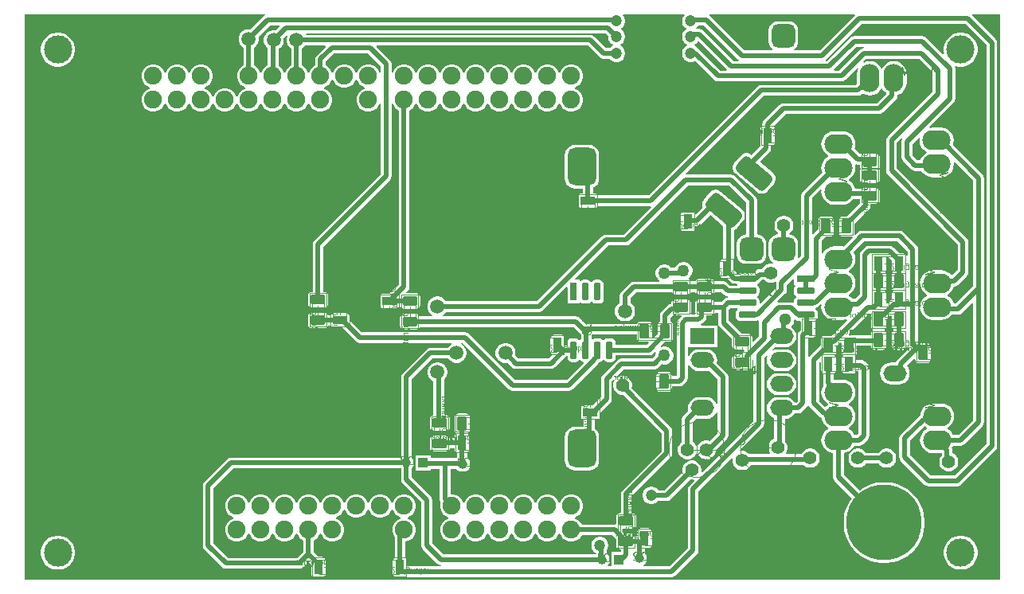
<source format=gbl>
G04*
G04 #@! TF.GenerationSoftware,Altium Limited,Altium Designer,22.5.1 (42)*
G04*
G04 Layer_Physical_Order=2*
G04 Layer_Color=16711680*
%FSLAX44Y44*%
%MOMM*%
G71*
G04*
G04 #@! TF.SameCoordinates,4653A562-2A09-4D4C-8BBB-8B5FA310EEDD*
G04*
G04*
G04 #@! TF.FilePolarity,Positive*
G04*
G01*
G75*
%ADD13C,0.0500*%
%ADD30C,0.5080*%
%ADD31C,1.9000*%
G04:AMPARAMS|DCode=32|XSize=2.5mm|YSize=2.5mm|CornerRadius=0.625mm|HoleSize=0mm|Usage=FLASHONLY|Rotation=90.000|XOffset=0mm|YOffset=0mm|HoleType=Round|Shape=RoundedRectangle|*
%AMROUNDEDRECTD32*
21,1,2.5000,1.2500,0,0,90.0*
21,1,1.2500,2.5000,0,0,90.0*
1,1,1.2500,0.6250,0.6250*
1,1,1.2500,0.6250,-0.6250*
1,1,1.2500,-0.6250,-0.6250*
1,1,1.2500,-0.6250,0.6250*
%
%ADD32ROUNDEDRECTD32*%
%ADD33C,3.0000*%
%ADD34C,8.0000*%
%ADD35C,1.5000*%
%ADD36C,1.1000*%
%ADD37O,3.0000X2.1000*%
%ADD38O,2.1000X3.0000*%
G04:AMPARAMS|DCode=39|XSize=4mm|YSize=3mm|CornerRadius=0.75mm|HoleSize=0mm|Usage=FLASHONLY|Rotation=270.000|XOffset=0mm|YOffset=0mm|HoleType=Round|Shape=RoundedRectangle|*
%AMROUNDEDRECTD39*
21,1,4.0000,1.5000,0,0,270.0*
21,1,2.5000,3.0000,0,0,270.0*
1,1,1.5000,-0.7500,-1.2500*
1,1,1.5000,-0.7500,1.2500*
1,1,1.5000,0.7500,1.2500*
1,1,1.5000,0.7500,-1.2500*
%
%ADD39ROUNDEDRECTD39*%
%ADD40O,2.5000X1.7000*%
%ADD41R,2.5000X1.7000*%
%ADD42O,2.5000X1.7000*%
%ADD43C,1.4000*%
%ADD44C,1.2700*%
%ADD45C,1.2000*%
%ADD46C,1.3000*%
G04:AMPARAMS|DCode=47|XSize=1mm|YSize=1.5mm|CornerRadius=0.1mm|HoleSize=0mm|Usage=FLASHONLY|Rotation=180.000|XOffset=0mm|YOffset=0mm|HoleType=Round|Shape=RoundedRectangle|*
%AMROUNDEDRECTD47*
21,1,1.0000,1.3000,0,0,180.0*
21,1,0.8000,1.5000,0,0,180.0*
1,1,0.2000,-0.4000,0.6500*
1,1,0.2000,0.4000,0.6500*
1,1,0.2000,0.4000,-0.6500*
1,1,0.2000,-0.4000,-0.6500*
%
%ADD47ROUNDEDRECTD47*%
G04:AMPARAMS|DCode=48|XSize=0.9mm|YSize=1.5mm|CornerRadius=0.09mm|HoleSize=0mm|Usage=FLASHONLY|Rotation=0.000|XOffset=0mm|YOffset=0mm|HoleType=Round|Shape=RoundedRectangle|*
%AMROUNDEDRECTD48*
21,1,0.9000,1.3200,0,0,0.0*
21,1,0.7200,1.5000,0,0,0.0*
1,1,0.1800,0.3600,-0.6600*
1,1,0.1800,-0.3600,-0.6600*
1,1,0.1800,-0.3600,0.6600*
1,1,0.1800,0.3600,0.6600*
%
%ADD48ROUNDEDRECTD48*%
G04:AMPARAMS|DCode=49|XSize=11mm|YSize=11mm|CornerRadius=2.75mm|HoleSize=0mm|Usage=FLASHONLY|Rotation=230.000|XOffset=0mm|YOffset=0mm|HoleType=Round|Shape=RoundedRectangle|*
%AMROUNDEDRECTD49*
21,1,11.0000,5.5000,0,0,230.0*
21,1,5.5000,11.0000,0,0,230.0*
1,1,5.5000,-3.8743,-0.3390*
1,1,5.5000,-0.3390,3.8743*
1,1,5.5000,3.8743,0.3390*
1,1,5.5000,0.3390,-3.8743*
%
%ADD49ROUNDEDRECTD49*%
G04:AMPARAMS|DCode=50|XSize=2mm|YSize=4mm|CornerRadius=0.5mm|HoleSize=0mm|Usage=FLASHONLY|Rotation=230.000|XOffset=0mm|YOffset=0mm|HoleType=Round|Shape=RoundedRectangle|*
%AMROUNDEDRECTD50*
21,1,2.0000,3.0000,0,0,230.0*
21,1,1.0000,4.0000,0,0,230.0*
1,1,1.0000,-1.4705,0.5812*
1,1,1.0000,-0.8277,1.3472*
1,1,1.0000,1.4705,-0.5812*
1,1,1.0000,0.8277,-1.3472*
%
%ADD50ROUNDEDRECTD50*%
G04:AMPARAMS|DCode=51|XSize=1.9mm|YSize=0.66mm|CornerRadius=0.165mm|HoleSize=0mm|Usage=FLASHONLY|Rotation=270.000|XOffset=0mm|YOffset=0mm|HoleType=Round|Shape=RoundedRectangle|*
%AMROUNDEDRECTD51*
21,1,1.9000,0.3300,0,0,270.0*
21,1,1.5700,0.6600,0,0,270.0*
1,1,0.3300,-0.1650,-0.7850*
1,1,0.3300,-0.1650,0.7850*
1,1,0.3300,0.1650,0.7850*
1,1,0.3300,0.1650,-0.7850*
%
%ADD51ROUNDEDRECTD51*%
%ADD52R,0.6600X1.9000*%
G04:AMPARAMS|DCode=53|XSize=1.9mm|YSize=0.66mm|CornerRadius=0.165mm|HoleSize=0mm|Usage=FLASHONLY|Rotation=180.000|XOffset=0mm|YOffset=0mm|HoleType=Round|Shape=RoundedRectangle|*
%AMROUNDEDRECTD53*
21,1,1.9000,0.3300,0,0,180.0*
21,1,1.5700,0.6600,0,0,180.0*
1,1,0.3300,-0.7850,0.1650*
1,1,0.3300,0.7850,0.1650*
1,1,0.3300,0.7850,-0.1650*
1,1,0.3300,-0.7850,-0.1650*
%
%ADD53ROUNDEDRECTD53*%
%ADD54R,1.9000X0.6600*%
G04:AMPARAMS|DCode=55|XSize=1mm|YSize=1.5mm|CornerRadius=0.1mm|HoleSize=0mm|Usage=FLASHONLY|Rotation=90.000|XOffset=0mm|YOffset=0mm|HoleType=Round|Shape=RoundedRectangle|*
%AMROUNDEDRECTD55*
21,1,1.0000,1.3000,0,0,90.0*
21,1,0.8000,1.5000,0,0,90.0*
1,1,0.2000,0.6500,0.4000*
1,1,0.2000,0.6500,-0.4000*
1,1,0.2000,-0.6500,-0.4000*
1,1,0.2000,-0.6500,0.4000*
%
%ADD55ROUNDEDRECTD55*%
%ADD56C,1.0000*%
%ADD57R,1.0000X1.0000*%
G04:AMPARAMS|DCode=58|XSize=0.9mm|YSize=1.5mm|CornerRadius=0.09mm|HoleSize=0mm|Usage=FLASHONLY|Rotation=90.000|XOffset=0mm|YOffset=0mm|HoleType=Round|Shape=RoundedRectangle|*
%AMROUNDEDRECTD58*
21,1,0.9000,1.3200,0,0,90.0*
21,1,0.7200,1.5000,0,0,90.0*
1,1,0.1800,0.6600,0.3600*
1,1,0.1800,0.6600,-0.3600*
1,1,0.1800,-0.6600,-0.3600*
1,1,0.1800,-0.6600,0.3600*
%
%ADD58ROUNDEDRECTD58*%
G36*
X1575984Y884346D02*
X1571961Y880323D01*
X1571116Y880550D01*
X1568324D01*
X1565629Y879828D01*
X1563212Y878432D01*
X1561238Y876459D01*
X1559842Y874041D01*
X1559120Y871346D01*
Y868555D01*
X1559842Y865859D01*
X1561238Y863441D01*
X1563212Y861468D01*
X1563335Y861397D01*
Y843446D01*
X1560713Y841933D01*
X1558367Y839587D01*
X1556709Y836713D01*
X1556407Y835589D01*
X1555093D01*
X1554791Y836713D01*
X1553132Y839587D01*
X1550787Y841933D01*
X1548801Y843079D01*
Y862180D01*
X1549559Y862618D01*
X1551532Y864592D01*
X1552928Y867009D01*
X1553650Y869705D01*
Y872495D01*
X1553423Y873341D01*
X1565602Y885519D01*
X1575498D01*
X1575984Y884346D01*
D02*
G37*
G36*
X1925110Y874126D02*
Y872562D01*
X1925730Y870247D01*
X1926928Y868173D01*
X1928622Y866478D01*
X1930185Y865576D01*
Y864164D01*
X1928622Y863262D01*
X1927091Y861730D01*
X1922622D01*
X1910336Y874016D01*
X1908471Y875263D01*
X1906270Y875701D01*
X1603781D01*
X1603540Y876069D01*
X1604227Y877339D01*
X1921897D01*
X1925110Y874126D01*
D02*
G37*
G36*
X2187531Y896454D02*
X2150268Y859191D01*
X2123387D01*
X2122956Y860461D01*
X2124365Y861542D01*
X2125864Y863495D01*
X2126806Y865769D01*
X2127127Y868210D01*
Y880710D01*
X2126806Y883151D01*
X2125864Y885425D01*
X2124365Y887378D01*
X2122412Y888877D01*
X2120137Y889819D01*
X2117697Y890141D01*
X2105196D01*
X2102756Y889819D01*
X2100481Y888877D01*
X2098528Y887378D01*
X2097029Y885425D01*
X2096087Y883151D01*
X2095766Y880710D01*
Y868210D01*
X2096087Y865769D01*
X2097029Y863495D01*
X2098528Y861542D01*
X2099937Y860461D01*
X2099506Y859191D01*
X2069942D01*
X2033526Y895606D01*
X2032258Y896454D01*
X2032643Y897724D01*
X2187005D01*
X2187531Y896454D01*
D02*
G37*
G36*
X2063494Y849374D02*
X2064008Y849031D01*
X2063622Y847760D01*
X2058512D01*
X2025906Y880366D01*
X2024041Y881613D01*
X2021840Y882050D01*
X2019340D01*
X2018870Y883320D01*
X2020232Y884682D01*
X2020871Y885789D01*
X2027078D01*
X2063494Y849374D01*
D02*
G37*
G36*
X2327428Y864839D02*
Y440721D01*
X2293778Y407071D01*
X2268206D01*
X2246030Y429246D01*
Y444180D01*
X2261508Y459657D01*
X2263641Y458020D01*
X2264089Y457835D01*
Y456565D01*
X2263641Y456380D01*
X2260800Y454200D01*
X2258620Y451359D01*
X2257250Y448050D01*
X2256783Y444500D01*
X2257250Y440950D01*
X2258620Y437641D01*
X2260800Y434800D01*
X2263641Y432620D01*
X2266950Y431250D01*
X2270500Y430783D01*
X2279500D01*
X2279813Y430508D01*
Y428466D01*
X2279188Y427841D01*
X2277858Y425538D01*
X2277170Y422970D01*
Y420310D01*
X2277858Y417742D01*
X2279188Y415438D01*
X2281069Y413558D01*
X2283372Y412228D01*
X2285940Y411540D01*
X2288600D01*
X2291168Y412228D01*
X2293472Y413558D01*
X2295352Y415438D01*
X2296682Y417742D01*
X2297370Y420310D01*
Y422970D01*
X2296682Y425538D01*
X2295352Y427841D01*
X2293472Y429722D01*
X2291314Y430968D01*
Y433937D01*
X2290876Y436137D01*
X2290573Y436590D01*
X2291380Y437641D01*
X2291839Y438750D01*
X2299970D01*
X2302171Y439187D01*
X2304036Y440434D01*
X2323086Y459484D01*
X2324333Y461349D01*
X2324771Y463550D01*
Y605790D01*
Y723320D01*
X2324333Y725521D01*
X2323086Y727386D01*
X2291861Y758612D01*
X2292320Y759720D01*
X2292787Y763270D01*
X2292320Y766820D01*
X2290950Y770129D01*
X2288770Y772970D01*
X2285929Y775150D01*
X2282620Y776520D01*
X2279070Y776987D01*
X2270070D01*
X2267382Y776633D01*
X2266789Y777836D01*
X2292606Y803654D01*
X2293853Y805519D01*
X2294290Y807720D01*
Y839470D01*
X2293872Y841572D01*
X2294388Y842310D01*
X2294769Y842586D01*
X2298217Y841900D01*
X2301783D01*
X2305280Y842596D01*
X2308574Y843960D01*
X2311538Y845941D01*
X2314059Y848462D01*
X2316040Y851426D01*
X2317404Y854720D01*
X2318100Y858217D01*
Y861783D01*
X2317404Y865280D01*
X2316040Y868574D01*
X2314059Y871538D01*
X2311538Y874059D01*
X2308574Y876040D01*
X2305280Y877404D01*
X2301783Y878100D01*
X2298217D01*
X2294720Y877404D01*
X2291426Y876040D01*
X2288462Y874059D01*
X2285941Y871538D01*
X2283960Y868574D01*
X2282596Y865280D01*
X2281900Y861783D01*
Y858217D01*
X2282441Y855498D01*
X2281271Y854872D01*
X2263396Y872746D01*
X2261531Y873993D01*
X2259330Y874430D01*
X2186940D01*
X2184739Y873993D01*
X2182874Y872746D01*
X2157888Y847760D01*
X2156588D01*
X2156202Y849031D01*
X2156716Y849374D01*
X2194402Y887059D01*
X2305208D01*
X2327428Y864839D01*
D02*
G37*
G36*
X2232858Y841722D02*
X2232955D01*
X2233219Y841694D01*
X2233510Y841653D01*
X2233815Y841583D01*
X2234148Y841500D01*
X2234453Y841389D01*
X2234467D01*
X2234494Y841376D01*
X2234536Y841348D01*
X2234592Y841320D01*
X2234730Y841251D01*
X2234910Y841126D01*
X2235119Y840987D01*
X2235327Y840807D01*
X2235521Y840599D01*
X2235701Y840363D01*
Y840349D01*
X2235715Y840335D01*
X2235743Y840294D01*
X2235770Y840252D01*
X2235840Y840114D01*
X2235923Y839933D01*
X2236020Y839711D01*
X2236089Y839448D01*
X2236159Y839170D01*
X2236186Y838865D01*
X2234966Y838768D01*
Y838782D01*
Y838810D01*
X2234952Y838851D01*
X2234938Y838921D01*
X2234897Y839073D01*
X2234841Y839281D01*
X2234758Y839503D01*
X2234633Y839725D01*
X2234481Y839933D01*
X2234286Y840127D01*
X2234259Y840141D01*
X2234189Y840197D01*
X2234051Y840280D01*
X2233870Y840363D01*
X2233635Y840446D01*
X2233357Y840529D01*
X2233011Y840585D01*
X2232622Y840599D01*
X2232428D01*
X2232345Y840585D01*
X2232234Y840571D01*
X2231984Y840543D01*
X2231707Y840488D01*
X2231429Y840419D01*
X2231166Y840308D01*
X2231055Y840238D01*
X2230944Y840169D01*
X2230916Y840155D01*
X2230861Y840100D01*
X2230778Y840003D01*
X2230694Y839892D01*
X2230597Y839739D01*
X2230514Y839573D01*
X2230459Y839379D01*
X2230431Y839157D01*
Y839129D01*
Y839073D01*
X2230445Y838976D01*
X2230473Y838865D01*
X2230514Y838727D01*
X2230583Y838588D01*
X2230667Y838449D01*
X2230792Y838311D01*
X2230805Y838297D01*
X2230875Y838255D01*
X2230930Y838214D01*
X2230986Y838186D01*
X2231069Y838144D01*
X2231166Y838089D01*
X2231291Y838047D01*
X2231429Y837992D01*
X2231582Y837936D01*
X2231762Y837867D01*
X2231956Y837811D01*
X2232178Y837742D01*
X2232428Y837686D01*
X2232705Y837617D01*
X2232719D01*
X2232775Y837603D01*
X2232858Y837589D01*
X2232955Y837562D01*
X2233080Y837534D01*
X2233232Y837492D01*
X2233385Y837451D01*
X2233551Y837409D01*
X2233912Y837312D01*
X2234259Y837215D01*
X2234425Y837160D01*
X2234578Y837104D01*
X2234716Y837062D01*
X2234827Y837007D01*
X2234841D01*
X2234869Y836993D01*
X2234910Y836965D01*
X2234966Y836938D01*
X2235119Y836854D01*
X2235299Y836743D01*
X2235507Y836591D01*
X2235715Y836424D01*
X2235909Y836230D01*
X2236075Y836022D01*
X2236089Y835995D01*
X2236145Y835925D01*
X2236200Y835800D01*
X2236284Y835634D01*
X2236353Y835440D01*
X2236422Y835204D01*
X2236464Y834941D01*
X2236478Y834663D01*
Y834649D01*
Y834635D01*
Y834594D01*
Y834538D01*
X2236450Y834386D01*
X2236422Y834192D01*
X2236367Y833970D01*
X2236297Y833734D01*
X2236186Y833484D01*
X2236034Y833221D01*
Y833207D01*
X2236020Y833193D01*
X2235951Y833110D01*
X2235853Y832985D01*
X2235715Y832846D01*
X2235535Y832680D01*
X2235313Y832500D01*
X2235063Y832333D01*
X2234772Y832181D01*
X2234758D01*
X2234730Y832167D01*
X2234689Y832153D01*
X2234633Y832125D01*
X2234550Y832097D01*
X2234453Y832056D01*
X2234231Y832001D01*
X2233967Y831931D01*
X2233649Y831862D01*
X2233302Y831820D01*
X2232927Y831806D01*
X2232705D01*
X2232594Y831820D01*
X2232470D01*
X2232331Y831834D01*
X2232164Y831848D01*
X2231818Y831903D01*
X2231457Y831959D01*
X2231097Y832056D01*
X2230750Y832181D01*
X2230736D01*
X2230708Y832195D01*
X2230667Y832222D01*
X2230611Y832250D01*
X2230445Y832333D01*
X2230251Y832458D01*
X2230029Y832625D01*
X2229793Y832819D01*
X2229571Y833055D01*
X2229363Y833318D01*
Y833332D01*
X2229335Y833360D01*
X2229321Y833401D01*
X2229280Y833457D01*
X2229252Y833526D01*
X2229211Y833609D01*
X2229113Y833817D01*
X2229016Y834081D01*
X2228933Y834372D01*
X2228878Y834705D01*
X2228850Y835051D01*
X2230043Y835163D01*
Y835149D01*
Y835135D01*
X2230057Y835093D01*
Y835038D01*
X2230084Y834913D01*
X2230126Y834733D01*
X2230181Y834552D01*
X2230237Y834344D01*
X2230334Y834150D01*
X2230431Y833970D01*
X2230445Y833956D01*
X2230486Y833900D01*
X2230556Y833803D01*
X2230667Y833706D01*
X2230805Y833581D01*
X2230958Y833457D01*
X2231166Y833332D01*
X2231388Y833221D01*
X2231402D01*
X2231416Y833207D01*
X2231457Y833193D01*
X2231499Y833179D01*
X2231638Y833138D01*
X2231818Y833082D01*
X2232040Y833027D01*
X2232289Y832985D01*
X2232567Y832957D01*
X2232872Y832943D01*
X2232997D01*
X2233135Y832957D01*
X2233302Y832971D01*
X2233496Y832999D01*
X2233718Y833027D01*
X2233940Y833082D01*
X2234148Y833151D01*
X2234176Y833165D01*
X2234245Y833193D01*
X2234342Y833249D01*
X2234467Y833304D01*
X2234592Y833401D01*
X2234730Y833498D01*
X2234869Y833609D01*
X2234980Y833748D01*
X2234994Y833762D01*
X2235021Y833817D01*
X2235063Y833887D01*
X2235119Y833997D01*
X2235174Y834109D01*
X2235216Y834247D01*
X2235243Y834400D01*
X2235257Y834566D01*
Y834580D01*
Y834649D01*
X2235243Y834733D01*
X2235229Y834844D01*
X2235188Y834954D01*
X2235146Y835093D01*
X2235077Y835232D01*
X2234980Y835357D01*
X2234966Y835370D01*
X2234924Y835412D01*
X2234869Y835468D01*
X2234772Y835551D01*
X2234661Y835634D01*
X2234508Y835731D01*
X2234328Y835828D01*
X2234120Y835911D01*
X2234106Y835925D01*
X2234037Y835939D01*
X2233926Y835981D01*
X2233857Y835995D01*
X2233759Y836022D01*
X2233662Y836064D01*
X2233537Y836092D01*
X2233399Y836133D01*
X2233232Y836175D01*
X2233066Y836217D01*
X2232872Y836272D01*
X2232650Y836327D01*
X2232414Y836383D01*
X2232400D01*
X2232359Y836397D01*
X2232289Y836411D01*
X2232206Y836438D01*
X2232095Y836466D01*
X2231970Y836494D01*
X2231693Y836577D01*
X2231388Y836674D01*
X2231069Y836771D01*
X2230792Y836868D01*
X2230667Y836924D01*
X2230556Y836979D01*
X2230542D01*
X2230528Y836993D01*
X2230445Y837049D01*
X2230320Y837118D01*
X2230181Y837229D01*
X2230015Y837354D01*
X2229848Y837506D01*
X2229682Y837686D01*
X2229543Y837881D01*
X2229530Y837908D01*
X2229488Y837978D01*
X2229433Y838089D01*
X2229377Y838227D01*
X2229321Y838408D01*
X2229266Y838616D01*
X2229224Y838838D01*
X2229211Y839073D01*
Y839087D01*
Y839101D01*
Y839143D01*
Y839198D01*
X2229238Y839337D01*
X2229266Y839517D01*
X2229308Y839725D01*
X2229377Y839961D01*
X2229474Y840197D01*
X2229613Y840433D01*
Y840446D01*
X2229627Y840460D01*
X2229696Y840543D01*
X2229793Y840654D01*
X2229918Y840793D01*
X2230084Y840946D01*
X2230292Y841112D01*
X2230542Y841265D01*
X2230819Y841403D01*
X2230833D01*
X2230861Y841417D01*
X2230903Y841431D01*
X2230958Y841459D01*
X2231027Y841487D01*
X2231124Y841514D01*
X2231332Y841570D01*
X2231596Y841625D01*
X2231901Y841681D01*
X2232220Y841722D01*
X2232581Y841736D01*
X2232761D01*
X2232858Y841722D01*
D02*
G37*
G36*
X2197020Y861659D02*
X2195176Y861293D01*
X2193310Y860046D01*
X2170865Y837600D01*
X2165789D01*
X2165263Y838870D01*
X2189322Y862930D01*
X2196895D01*
X2197020Y861659D01*
D02*
G37*
G36*
X2051137Y838870D02*
X2050611Y837600D01*
X2044542D01*
X2022096Y860046D01*
X2020491Y861119D01*
X2020232Y861568D01*
X2018537Y863262D01*
X2016975Y864164D01*
Y865576D01*
X2018537Y866478D01*
X2020232Y868173D01*
X2020297Y868286D01*
X2021556Y868451D01*
X2051137Y838870D01*
D02*
G37*
G36*
X1683349Y842168D02*
Y835805D01*
X1682079Y835638D01*
X1681791Y836713D01*
X1680132Y839587D01*
X1677787Y841933D01*
X1674913Y843591D01*
X1671709Y844450D01*
X1668391D01*
X1665187Y843591D01*
X1662313Y841933D01*
X1659967Y839587D01*
X1658309Y836713D01*
X1658007Y835589D01*
X1656693D01*
X1656391Y836713D01*
X1654733Y839587D01*
X1652387Y841933D01*
X1649513Y843591D01*
X1646309Y844450D01*
X1642991D01*
X1639787Y843591D01*
X1636913Y841933D01*
X1634568Y839587D01*
X1632909Y836713D01*
X1632607Y835589D01*
X1631293D01*
X1630991Y836713D01*
X1629332Y839587D01*
X1626987Y841933D01*
X1625000Y843079D01*
Y847248D01*
X1633772Y856020D01*
X1669498D01*
X1683349Y842168D01*
D02*
G37*
G36*
X1624514Y863026D02*
X1615184Y853696D01*
X1613937Y851831D01*
X1613499Y849630D01*
Y843079D01*
X1611513Y841933D01*
X1609167Y839587D01*
X1607509Y836713D01*
X1607207Y835589D01*
X1605893D01*
X1605591Y836713D01*
X1603932Y839587D01*
X1601587Y841933D01*
X1599601Y843079D01*
Y861030D01*
X1600358Y861468D01*
X1602332Y863441D01*
X1602770Y864200D01*
X1624028D01*
X1624514Y863026D01*
D02*
G37*
G36*
X1584290Y874592D02*
X1583972Y874041D01*
X1583250Y871346D01*
Y868555D01*
X1583972Y865859D01*
X1585368Y863441D01*
X1587341Y861468D01*
X1588100Y861030D01*
Y843079D01*
X1586113Y841933D01*
X1583768Y839587D01*
X1582109Y836713D01*
X1581807Y835589D01*
X1580493D01*
X1580191Y836713D01*
X1578533Y839587D01*
X1576187Y841933D01*
X1574836Y842712D01*
Y860664D01*
X1576228Y861468D01*
X1578202Y863441D01*
X1579598Y865859D01*
X1580320Y868555D01*
Y871346D01*
X1580093Y872191D01*
X1583274Y875371D01*
X1584290Y874592D01*
D02*
G37*
G36*
X2341714Y296076D02*
X1304456D01*
Y897724D01*
X1560615D01*
X1560770Y897286D01*
X1560826Y896454D01*
X1559154Y895336D01*
X1545291Y881473D01*
X1544445Y881700D01*
X1541655D01*
X1538959Y880978D01*
X1536541Y879582D01*
X1534568Y877609D01*
X1533172Y875191D01*
X1532450Y872495D01*
Y869705D01*
X1533172Y867009D01*
X1534568Y864592D01*
X1536541Y862618D01*
X1537299Y862180D01*
Y843079D01*
X1535313Y841933D01*
X1532968Y839587D01*
X1531309Y836713D01*
X1530450Y833509D01*
Y830191D01*
X1531309Y826987D01*
X1532968Y824113D01*
X1535313Y821768D01*
X1538187Y820109D01*
X1539311Y819807D01*
Y818493D01*
X1538187Y818191D01*
X1535313Y816533D01*
X1532968Y814187D01*
X1531309Y811313D01*
X1531007Y810189D01*
X1529693D01*
X1529391Y811313D01*
X1527733Y814187D01*
X1525387Y816533D01*
X1522513Y818191D01*
X1519309Y819050D01*
X1515991D01*
X1512787Y818191D01*
X1509913Y816533D01*
X1507567Y814187D01*
X1505909Y811313D01*
X1505607Y810189D01*
X1504293D01*
X1503991Y811313D01*
X1502332Y814187D01*
X1499987Y816533D01*
X1497113Y818191D01*
X1495989Y818493D01*
Y819807D01*
X1497113Y820109D01*
X1499987Y821768D01*
X1502332Y824113D01*
X1503991Y826987D01*
X1504850Y830191D01*
Y833509D01*
X1503991Y836713D01*
X1502332Y839587D01*
X1499987Y841933D01*
X1497113Y843591D01*
X1493909Y844450D01*
X1490591D01*
X1487387Y843591D01*
X1484513Y841933D01*
X1482168Y839587D01*
X1480509Y836713D01*
X1480207Y835589D01*
X1478893D01*
X1478591Y836713D01*
X1476933Y839587D01*
X1474587Y841933D01*
X1471713Y843591D01*
X1468509Y844450D01*
X1465191D01*
X1461987Y843591D01*
X1459113Y841933D01*
X1456767Y839587D01*
X1455109Y836713D01*
X1454807Y835589D01*
X1453493D01*
X1453191Y836713D01*
X1451532Y839587D01*
X1449187Y841933D01*
X1446313Y843591D01*
X1443109Y844450D01*
X1439791D01*
X1436587Y843591D01*
X1433713Y841933D01*
X1431367Y839587D01*
X1429709Y836713D01*
X1428850Y833509D01*
Y830191D01*
X1429709Y826987D01*
X1431367Y824113D01*
X1433713Y821768D01*
X1436587Y820109D01*
X1437711Y819807D01*
Y818493D01*
X1436587Y818191D01*
X1433713Y816533D01*
X1431367Y814187D01*
X1429709Y811313D01*
X1428850Y808109D01*
Y804791D01*
X1429709Y801587D01*
X1431367Y798713D01*
X1433713Y796367D01*
X1436587Y794709D01*
X1439791Y793850D01*
X1443109D01*
X1446313Y794709D01*
X1449187Y796367D01*
X1451532Y798713D01*
X1453191Y801587D01*
X1453493Y802711D01*
X1454807D01*
X1455109Y801587D01*
X1456767Y798713D01*
X1459113Y796367D01*
X1461987Y794709D01*
X1465191Y793850D01*
X1468509D01*
X1471713Y794709D01*
X1474587Y796367D01*
X1476933Y798713D01*
X1478591Y801587D01*
X1478893Y802711D01*
X1480207D01*
X1480509Y801587D01*
X1482168Y798713D01*
X1484513Y796367D01*
X1487387Y794709D01*
X1490591Y793850D01*
X1493909D01*
X1497113Y794709D01*
X1499987Y796367D01*
X1502332Y798713D01*
X1503991Y801587D01*
X1504293Y802711D01*
X1505607D01*
X1505909Y801587D01*
X1507567Y798713D01*
X1509913Y796367D01*
X1512787Y794709D01*
X1515991Y793850D01*
X1519309D01*
X1522513Y794709D01*
X1525387Y796367D01*
X1527733Y798713D01*
X1529391Y801587D01*
X1529693Y802711D01*
X1531007D01*
X1531309Y801587D01*
X1532968Y798713D01*
X1535313Y796367D01*
X1538187Y794709D01*
X1541391Y793850D01*
X1544709D01*
X1547913Y794709D01*
X1550787Y796367D01*
X1553132Y798713D01*
X1554791Y801587D01*
X1555093Y802711D01*
X1556407D01*
X1556709Y801587D01*
X1558367Y798713D01*
X1560713Y796367D01*
X1563587Y794709D01*
X1566791Y793850D01*
X1570109D01*
X1573313Y794709D01*
X1576187Y796367D01*
X1578533Y798713D01*
X1580191Y801587D01*
X1580493Y802711D01*
X1581807D01*
X1582109Y801587D01*
X1583768Y798713D01*
X1586113Y796367D01*
X1588987Y794709D01*
X1592191Y793850D01*
X1595509D01*
X1598713Y794709D01*
X1601587Y796367D01*
X1603932Y798713D01*
X1605591Y801587D01*
X1605893Y802711D01*
X1607207D01*
X1607509Y801587D01*
X1609167Y798713D01*
X1611513Y796367D01*
X1614387Y794709D01*
X1617591Y793850D01*
X1620909D01*
X1624113Y794709D01*
X1626987Y796367D01*
X1629332Y798713D01*
X1630991Y801587D01*
X1631850Y804791D01*
Y808109D01*
X1630991Y811313D01*
X1629332Y814187D01*
X1626987Y816533D01*
X1624113Y818191D01*
X1622989Y818493D01*
Y819807D01*
X1624113Y820109D01*
X1626987Y821768D01*
X1629332Y824113D01*
X1630991Y826987D01*
X1631293Y828111D01*
X1632607D01*
X1632909Y826987D01*
X1634568Y824113D01*
X1636913Y821768D01*
X1639787Y820109D01*
X1642991Y819250D01*
X1646309D01*
X1649513Y820109D01*
X1652387Y821768D01*
X1654733Y824113D01*
X1656391Y826987D01*
X1656693Y828111D01*
X1658007D01*
X1658309Y826987D01*
X1659967Y824113D01*
X1662313Y821768D01*
X1665187Y820109D01*
X1666311Y819807D01*
Y818493D01*
X1665187Y818191D01*
X1662313Y816533D01*
X1659967Y814187D01*
X1658309Y811313D01*
X1657450Y808109D01*
Y804791D01*
X1658309Y801587D01*
X1659967Y798713D01*
X1662313Y796367D01*
X1665187Y794709D01*
X1668391Y793850D01*
X1671709D01*
X1674913Y794709D01*
X1677787Y796367D01*
X1680132Y798713D01*
X1681791Y801587D01*
X1682079Y802662D01*
X1683349Y802495D01*
Y727552D01*
X1612644Y656846D01*
X1611397Y654981D01*
X1610959Y652780D01*
Y602110D01*
X1610210D01*
X1608610Y601792D01*
X1607254Y600886D01*
X1606348Y599530D01*
X1606030Y597930D01*
Y589930D01*
X1606348Y588330D01*
X1607254Y586974D01*
X1608610Y586068D01*
X1610210Y585750D01*
X1623210D01*
X1624810Y586068D01*
X1626166Y586974D01*
X1627072Y588330D01*
X1627390Y589930D01*
Y597930D01*
X1627072Y599530D01*
X1626166Y600886D01*
X1624810Y601792D01*
X1623210Y602110D01*
X1622460D01*
Y650398D01*
X1693166Y721104D01*
X1694413Y722969D01*
X1694850Y725170D01*
Y802495D01*
X1696120Y802662D01*
X1696409Y801587D01*
X1698067Y798713D01*
X1700413Y796367D01*
X1702399Y795221D01*
Y610282D01*
X1699405Y607287D01*
X1699428Y607233D01*
X1699465Y607095D01*
X1699493Y606965D01*
X1699511Y606845D01*
X1699521Y606743D01*
X1699530Y606669D01*
Y606595D01*
X1699521Y606420D01*
X1699493Y606253D01*
X1699456Y606105D01*
X1699410Y605957D01*
X1699354Y605828D01*
X1699290Y605708D01*
X1699216Y605597D01*
X1699151Y605504D01*
X1699077Y605412D01*
X1699003Y605338D01*
X1698938Y605273D01*
X1698883Y605218D01*
X1698836Y605181D01*
X1698799Y605153D01*
X1698772Y605135D01*
X1698763Y605125D01*
X1699428D01*
Y604423D01*
X1696540D01*
X1695348Y603230D01*
X1695369D01*
X1695406D01*
X1695416D01*
X1699428D01*
Y602509D01*
X1698855D01*
X1698975Y602407D01*
X1699077Y602296D01*
X1699169Y602185D01*
X1699243Y602074D01*
X1699308Y601954D01*
X1699363Y601843D01*
X1699410Y601732D01*
X1699447Y601631D01*
X1699474Y601529D01*
X1699493Y601436D01*
X1699511Y601353D01*
X1699521Y601288D01*
X1699530Y601233D01*
Y601150D01*
X1699521Y600928D01*
X1699484Y600724D01*
X1699428Y600540D01*
X1699373Y600382D01*
X1699317Y600253D01*
X1699262Y600160D01*
X1699243Y600123D01*
X1699225Y600096D01*
X1699216Y600087D01*
Y600077D01*
X1699095Y599920D01*
X1698947Y599781D01*
X1698809Y599661D01*
X1698670Y599560D01*
X1698541Y599486D01*
X1698439Y599430D01*
X1698402Y599412D01*
X1698374Y599393D01*
X1698356Y599384D01*
X1698346D01*
X1698134Y599301D01*
X1697921Y599245D01*
X1697718Y599199D01*
X1697533Y599171D01*
X1697366Y599153D01*
X1697302D01*
X1697237Y599143D01*
X1697191D01*
X1697154D01*
X1697135D01*
X1697126D01*
X1696950Y599153D01*
X1696775Y599162D01*
X1696460Y599227D01*
X1696312Y599264D01*
X1696183Y599310D01*
X1696053Y599356D01*
X1695943Y599402D01*
X1695832Y599449D01*
X1695739Y599495D01*
X1695665Y599541D01*
X1695591Y599578D01*
X1695545Y599615D01*
X1695499Y599643D01*
X1695480Y599652D01*
X1695471Y599661D01*
X1695351Y599763D01*
X1695249Y599874D01*
X1695157Y599994D01*
X1695074Y600114D01*
X1695009Y600244D01*
X1694953Y600364D01*
X1694907Y600484D01*
X1694870Y600604D01*
X1694842Y600715D01*
X1694824Y600817D01*
X1694805Y600909D01*
X1694796Y600993D01*
Y601057D01*
X1694787Y601104D01*
Y601150D01*
X1694796Y601288D01*
X1694815Y601427D01*
X1694842Y601557D01*
X1694879Y601677D01*
X1694981Y601889D01*
X1695092Y602084D01*
X1695147Y602158D01*
X1695203Y602231D01*
X1695258Y602296D01*
X1695305Y602342D01*
X1695342Y602379D01*
X1695369Y602407D01*
X1695388Y602426D01*
X1695397Y602435D01*
X1695258D01*
X1695138D01*
X1695018Y602426D01*
X1694916D01*
X1694824D01*
X1694741Y602416D01*
X1694667D01*
X1694602Y602407D01*
X1694516Y602398D01*
X1693591Y601473D01*
X1693585Y601446D01*
X1693566Y601316D01*
X1693557Y601224D01*
Y601131D01*
X1693566Y600956D01*
X1693594Y600789D01*
X1693631Y600650D01*
X1693677Y600540D01*
X1693714Y600447D01*
X1693751Y600382D01*
X1693779Y600345D01*
X1693788Y600327D01*
X1693853Y600253D01*
X1693936Y600197D01*
X1694019Y600151D01*
X1694103Y600114D01*
X1694186Y600096D01*
X1694251Y600077D01*
X1694288Y600068D01*
X1694306D01*
X1694408Y599301D01*
X1694269D01*
X1694149Y599319D01*
X1694029Y599338D01*
X1693918Y599365D01*
X1693724Y599449D01*
X1693566Y599541D01*
X1693446Y599633D01*
X1693363Y599707D01*
X1693308Y599772D01*
X1693298Y599781D01*
X1693289Y599791D01*
X1693160Y599994D01*
X1693067Y600216D01*
X1693002Y600438D01*
X1692956Y600650D01*
X1692938Y600752D01*
X1692932Y600814D01*
X1692456Y600338D01*
X1686310D01*
X1684749Y600028D01*
X1683426Y599144D01*
X1682542Y597821D01*
X1682232Y596260D01*
Y589060D01*
X1682542Y587499D01*
X1683426Y586176D01*
X1684749Y585292D01*
X1686310Y584982D01*
X1694889D01*
Y584988D01*
X1694935Y585155D01*
X1694990Y585303D01*
X1695036Y585432D01*
X1695092Y585543D01*
X1695138Y585636D01*
X1695175Y585700D01*
X1695203Y585737D01*
X1695212Y585756D01*
X1695295Y585876D01*
X1695397Y585978D01*
X1695490Y586079D01*
X1695582Y586163D01*
X1695665Y586237D01*
X1695730Y586292D01*
X1695776Y586329D01*
X1695795Y586338D01*
X1695943Y586431D01*
X1696100Y586523D01*
X1696248Y586597D01*
X1696396Y586653D01*
X1696525Y586708D01*
X1696627Y586745D01*
X1696664Y586754D01*
X1696691Y586764D01*
X1696710Y586773D01*
X1696719D01*
X1696941Y586828D01*
X1697163Y586875D01*
X1697376Y586902D01*
X1697579Y586930D01*
X1697755Y586939D01*
X1697829D01*
X1697893Y586949D01*
X1697940D01*
X1697986D01*
X1698004D01*
X1698014D01*
X1698328Y586939D01*
X1698615Y586912D01*
X1698873Y586865D01*
X1698994Y586847D01*
X1699095Y586819D01*
X1699197Y586791D01*
X1699280Y586773D01*
X1699354Y586754D01*
X1699419Y586727D01*
X1699474Y586717D01*
X1699511Y586699D01*
X1699530Y586690D01*
X1699539D01*
X1699780Y586588D01*
X1699992Y586468D01*
X1700177Y586338D01*
X1700334Y586218D01*
X1700464Y586107D01*
X1700556Y586015D01*
X1700584Y585978D01*
X1700612Y585950D01*
X1700621Y585941D01*
X1700630Y585932D01*
X1700750Y585784D01*
X1700843Y585626D01*
X1700926Y585469D01*
X1700991Y585321D01*
X1701006Y585279D01*
X1701071Y585292D01*
X1702394Y586176D01*
X1702884Y586909D01*
X1704239D01*
X1705044Y585704D01*
X1706400Y584798D01*
X1708000Y584480D01*
X1721000D01*
X1722600Y584798D01*
X1723956Y585704D01*
X1724862Y587060D01*
X1725180Y588660D01*
Y596660D01*
X1724862Y598260D01*
X1723956Y599616D01*
X1722600Y600522D01*
X1721000Y600840D01*
X1710882D01*
X1710396Y602014D01*
X1712216Y603834D01*
X1713463Y605699D01*
X1713900Y607900D01*
Y795221D01*
X1715887Y796367D01*
X1718233Y798713D01*
X1719891Y801587D01*
X1720193Y802711D01*
X1721507D01*
X1721809Y801587D01*
X1723468Y798713D01*
X1725813Y796367D01*
X1728687Y794709D01*
X1731891Y793850D01*
X1735209D01*
X1738413Y794709D01*
X1741287Y796367D01*
X1743633Y798713D01*
X1745291Y801587D01*
X1745593Y802711D01*
X1746907D01*
X1747209Y801587D01*
X1748867Y798713D01*
X1751213Y796367D01*
X1754087Y794709D01*
X1757291Y793850D01*
X1760609D01*
X1763813Y794709D01*
X1766687Y796367D01*
X1769032Y798713D01*
X1770691Y801587D01*
X1770993Y802711D01*
X1772307D01*
X1772609Y801587D01*
X1774267Y798713D01*
X1776613Y796367D01*
X1779487Y794709D01*
X1782691Y793850D01*
X1786009D01*
X1789213Y794709D01*
X1792087Y796367D01*
X1794433Y798713D01*
X1796091Y801587D01*
X1796393Y802711D01*
X1797707D01*
X1798009Y801587D01*
X1799668Y798713D01*
X1802013Y796367D01*
X1804887Y794709D01*
X1808091Y793850D01*
X1811409D01*
X1814613Y794709D01*
X1817487Y796367D01*
X1819832Y798713D01*
X1821491Y801587D01*
X1821793Y802711D01*
X1823107D01*
X1823409Y801587D01*
X1825067Y798713D01*
X1827413Y796367D01*
X1830287Y794709D01*
X1833491Y793850D01*
X1836809D01*
X1840013Y794709D01*
X1842887Y796367D01*
X1845233Y798713D01*
X1846891Y801587D01*
X1847193Y802711D01*
X1848507D01*
X1848809Y801587D01*
X1850468Y798713D01*
X1852813Y796367D01*
X1855687Y794709D01*
X1858891Y793850D01*
X1862209D01*
X1865413Y794709D01*
X1868287Y796367D01*
X1870632Y798713D01*
X1872291Y801587D01*
X1872593Y802711D01*
X1873907D01*
X1874209Y801587D01*
X1875867Y798713D01*
X1878213Y796367D01*
X1881087Y794709D01*
X1884291Y793850D01*
X1887609D01*
X1890813Y794709D01*
X1893687Y796367D01*
X1896033Y798713D01*
X1897691Y801587D01*
X1898550Y804791D01*
Y808109D01*
X1897691Y811313D01*
X1896033Y814187D01*
X1893687Y816533D01*
X1890813Y818191D01*
X1889689Y818493D01*
Y819807D01*
X1890813Y820109D01*
X1893687Y821768D01*
X1896033Y824113D01*
X1897691Y826987D01*
X1898550Y830191D01*
Y833509D01*
X1897691Y836713D01*
X1896033Y839587D01*
X1893687Y841933D01*
X1890813Y843591D01*
X1887609Y844450D01*
X1884291D01*
X1881087Y843591D01*
X1878213Y841933D01*
X1875867Y839587D01*
X1874209Y836713D01*
X1873907Y835589D01*
X1872593D01*
X1872291Y836713D01*
X1870632Y839587D01*
X1868287Y841933D01*
X1865413Y843591D01*
X1862209Y844450D01*
X1858891D01*
X1855687Y843591D01*
X1852813Y841933D01*
X1850468Y839587D01*
X1848809Y836713D01*
X1848507Y835589D01*
X1847193D01*
X1846891Y836713D01*
X1845233Y839587D01*
X1842887Y841933D01*
X1840013Y843591D01*
X1836809Y844450D01*
X1833491D01*
X1830287Y843591D01*
X1827413Y841933D01*
X1825067Y839587D01*
X1823409Y836713D01*
X1823107Y835589D01*
X1821793D01*
X1821491Y836713D01*
X1819832Y839587D01*
X1817487Y841933D01*
X1814613Y843591D01*
X1811409Y844450D01*
X1808091D01*
X1804887Y843591D01*
X1802013Y841933D01*
X1799668Y839587D01*
X1798009Y836713D01*
X1797707Y835589D01*
X1796393D01*
X1796091Y836713D01*
X1794433Y839587D01*
X1792087Y841933D01*
X1789213Y843591D01*
X1786009Y844450D01*
X1782691D01*
X1779487Y843591D01*
X1776613Y841933D01*
X1774267Y839587D01*
X1772609Y836713D01*
X1772307Y835589D01*
X1770993D01*
X1770691Y836713D01*
X1769032Y839587D01*
X1766687Y841933D01*
X1763813Y843591D01*
X1760609Y844450D01*
X1757291D01*
X1754087Y843591D01*
X1751213Y841933D01*
X1748867Y839587D01*
X1747209Y836713D01*
X1746907Y835589D01*
X1745593D01*
X1745291Y836713D01*
X1743633Y839587D01*
X1741287Y841933D01*
X1738413Y843591D01*
X1735209Y844450D01*
X1731891D01*
X1728687Y843591D01*
X1725813Y841933D01*
X1723468Y839587D01*
X1721809Y836713D01*
X1721507Y835589D01*
X1720193D01*
X1719891Y836713D01*
X1718233Y839587D01*
X1715887Y841933D01*
X1713013Y843591D01*
X1709809Y844450D01*
X1706491D01*
X1703287Y843591D01*
X1700413Y841933D01*
X1698067Y839587D01*
X1696409Y836713D01*
X1696120Y835638D01*
X1694850Y835805D01*
Y844550D01*
X1694413Y846751D01*
X1693166Y848616D01*
X1678756Y863026D01*
X1679242Y864200D01*
X1903888D01*
X1916174Y851914D01*
X1918039Y850667D01*
X1920240Y850229D01*
X1927091D01*
X1928622Y848698D01*
X1930697Y847500D01*
X1933012Y846880D01*
X1935408D01*
X1937722Y847500D01*
X1939798Y848698D01*
X1941492Y850393D01*
X1942690Y852467D01*
X1943310Y854782D01*
Y857178D01*
X1942690Y859492D01*
X1941492Y861568D01*
X1939798Y863262D01*
X1938235Y864164D01*
Y865576D01*
X1939798Y866478D01*
X1941492Y868173D01*
X1942690Y870247D01*
X1943310Y872562D01*
Y874958D01*
X1942690Y877272D01*
X1941492Y879348D01*
X1939798Y881042D01*
X1939212Y881380D01*
Y882650D01*
X1939798Y882988D01*
X1941492Y884682D01*
X1942690Y886758D01*
X1943310Y889072D01*
Y891468D01*
X1942690Y893783D01*
X1941492Y895857D01*
X1940896Y896454D01*
X1941422Y897724D01*
X2005738D01*
X2006264Y896454D01*
X2005668Y895857D01*
X2004470Y893783D01*
X2003850Y891468D01*
Y889072D01*
X2004470Y886758D01*
X2005668Y884682D01*
X2007363Y882988D01*
X2007948Y882650D01*
Y881380D01*
X2007363Y881042D01*
X2005668Y879348D01*
X2004470Y877272D01*
X2003850Y874958D01*
Y872562D01*
X2004470Y870247D01*
X2005668Y868173D01*
X2007363Y866478D01*
X2008925Y865576D01*
Y864164D01*
X2007363Y863262D01*
X2005668Y861568D01*
X2004470Y859492D01*
X2003850Y857178D01*
Y854782D01*
X2004470Y852467D01*
X2005668Y850393D01*
X2007363Y848698D01*
X2009438Y847500D01*
X2011752Y846880D01*
X2014148D01*
X2016463Y847500D01*
X2017677Y848201D01*
X2038094Y827784D01*
X2039959Y826537D01*
X2042160Y826099D01*
X2173246D01*
X2175447Y826537D01*
X2177313Y827784D01*
X2190195Y840666D01*
X2191271Y839946D01*
X2190200Y837360D01*
X2189733Y833810D01*
Y824810D01*
X2189877Y823712D01*
X2189401Y823393D01*
X2188368Y822361D01*
X2087880D01*
X2085679Y821923D01*
X2083814Y820676D01*
X1968228Y705090D01*
X1913704D01*
X1913214Y705824D01*
X1911891Y706708D01*
X1910330Y707018D01*
X1909480D01*
Y713262D01*
X1910226Y713571D01*
X1912440Y715270D01*
X1914139Y717484D01*
X1915207Y720063D01*
X1915571Y722830D01*
Y747830D01*
X1915207Y750597D01*
X1914139Y753176D01*
X1912440Y755390D01*
X1910226Y757089D01*
X1907647Y758157D01*
X1904880Y758521D01*
X1889880D01*
X1887113Y758157D01*
X1884534Y757089D01*
X1882320Y755390D01*
X1880621Y753176D01*
X1879553Y750597D01*
X1879189Y747830D01*
Y722830D01*
X1879553Y720063D01*
X1880621Y717484D01*
X1882320Y715270D01*
X1884534Y713571D01*
X1887113Y712503D01*
X1889880Y712139D01*
X1897979D01*
Y707018D01*
X1897130D01*
X1895569Y706708D01*
X1894246Y705824D01*
X1893362Y704501D01*
X1893052Y702940D01*
Y695740D01*
X1893362Y694179D01*
X1894246Y692856D01*
X1895569Y691972D01*
X1897130Y691662D01*
X1910330D01*
X1911891Y691972D01*
X1913214Y692856D01*
X1913704Y693589D01*
X1970171D01*
X1970759Y692381D01*
X1941667Y663289D01*
X1922753D01*
X1920552Y662852D01*
X1918687Y661605D01*
X1849572Y592491D01*
X1752630D01*
X1752192Y593248D01*
X1750219Y595222D01*
X1747801Y596618D01*
X1745105Y597340D01*
X1742314D01*
X1739619Y596618D01*
X1737202Y595222D01*
X1735228Y593248D01*
X1733832Y590831D01*
X1733110Y588135D01*
Y585345D01*
X1733832Y582649D01*
X1735228Y580232D01*
X1737202Y578258D01*
X1738202Y577681D01*
X1737861Y576410D01*
X1724761D01*
X1723956Y577616D01*
X1722600Y578522D01*
X1721000Y578840D01*
X1712593D01*
X1712586Y578775D01*
X1712568Y578627D01*
X1712549Y578498D01*
X1712540Y578405D01*
X1712531Y578378D01*
X1712521Y578350D01*
Y578332D01*
X1712475Y578165D01*
X1712420Y578017D01*
X1712374Y577888D01*
X1712318Y577777D01*
X1712272Y577684D01*
X1712235Y577620D01*
X1712207Y577583D01*
X1712198Y577564D01*
X1712115Y577444D01*
X1712013Y577342D01*
X1711920Y577241D01*
X1711828Y577157D01*
X1711745Y577083D01*
X1711680Y577028D01*
X1711634Y576991D01*
X1711615Y576982D01*
X1711467Y576889D01*
X1711310Y576797D01*
X1711162Y576723D01*
X1711014Y576667D01*
X1710885Y576612D01*
X1710783Y576575D01*
X1710746Y576566D01*
X1710719Y576556D01*
X1710700Y576547D01*
X1710691D01*
X1710469Y576492D01*
X1710247Y576446D01*
X1710034Y576418D01*
X1709831Y576390D01*
X1709655Y576381D01*
X1709581D01*
X1709517Y576371D01*
X1709470D01*
X1709424D01*
X1709406D01*
X1709396D01*
X1709082Y576381D01*
X1708795Y576409D01*
X1708537Y576455D01*
X1708416Y576473D01*
X1708315Y576501D01*
X1708213Y576529D01*
X1708130Y576547D01*
X1708056Y576566D01*
X1707991Y576593D01*
X1707936Y576603D01*
X1707899Y576621D01*
X1707880Y576630D01*
X1707871D01*
X1707630Y576732D01*
X1707418Y576852D01*
X1707233Y576982D01*
X1707076Y577102D01*
X1706946Y577213D01*
X1706854Y577305D01*
X1706826Y577342D01*
X1706798Y577370D01*
X1706789Y577379D01*
X1706780Y577388D01*
X1706660Y577537D01*
X1706567Y577694D01*
X1706484Y577851D01*
X1706419Y577999D01*
X1706373Y578128D01*
X1706345Y578230D01*
X1706327Y578267D01*
Y578295D01*
X1706318Y578313D01*
Y578322D01*
X1706295Y578452D01*
X1705044Y577616D01*
X1704138Y576260D01*
X1703820Y574660D01*
Y566660D01*
X1704138Y565060D01*
X1705044Y563704D01*
X1706400Y562798D01*
X1707909Y562498D01*
X1707926Y562596D01*
X1707982Y562780D01*
X1708037Y562938D01*
X1708093Y563067D01*
X1708148Y563160D01*
X1708167Y563196D01*
X1708185Y563224D01*
X1708194Y563233D01*
Y563243D01*
X1708315Y563400D01*
X1708463Y563539D01*
X1708601Y563659D01*
X1708740Y563760D01*
X1708869Y563834D01*
X1708971Y563890D01*
X1709008Y563908D01*
X1709036Y563927D01*
X1709054Y563936D01*
X1709064D01*
X1709276Y564019D01*
X1709489Y564075D01*
X1709692Y564121D01*
X1709877Y564149D01*
X1710044Y564167D01*
X1710108D01*
X1710173Y564177D01*
X1710219D01*
X1710256D01*
X1710275D01*
X1710284D01*
X1710460Y564167D01*
X1710635Y564158D01*
X1710950Y564093D01*
X1711098Y564056D01*
X1711227Y564010D01*
X1711357Y563964D01*
X1711467Y563918D01*
X1711578Y563871D01*
X1711671Y563825D01*
X1711745Y563779D01*
X1711819Y563742D01*
X1711865Y563705D01*
X1711911Y563677D01*
X1711930Y563668D01*
X1711939Y563659D01*
X1712059Y563557D01*
X1712161Y563446D01*
X1712253Y563326D01*
X1712336Y563206D01*
X1712401Y563076D01*
X1712457Y562956D01*
X1712503Y562836D01*
X1712540Y562716D01*
X1712568Y562605D01*
X1712586Y562503D01*
X1712591Y562480D01*
X1713824D01*
X1713816Y562531D01*
X1713779Y562669D01*
X1713733Y562780D01*
X1713696Y562873D01*
X1713659Y562938D01*
X1713631Y562975D01*
X1713622Y562993D01*
X1713557Y563067D01*
X1713474Y563123D01*
X1713391Y563169D01*
X1713307Y563206D01*
X1713224Y563224D01*
X1713159Y563243D01*
X1713122Y563252D01*
X1713104D01*
X1713002Y564019D01*
X1713141D01*
X1713261Y564001D01*
X1713381Y563982D01*
X1713492Y563955D01*
X1713686Y563871D01*
X1713844Y563779D01*
X1713964Y563687D01*
X1714047Y563613D01*
X1714102Y563548D01*
X1714112Y563539D01*
X1714121Y563529D01*
X1714250Y563326D01*
X1714343Y563104D01*
X1714408Y562882D01*
X1714454Y562669D01*
X1714472Y562568D01*
X1714481Y562480D01*
X1721000D01*
X1722600Y562798D01*
X1723956Y563704D01*
X1724761Y564910D01*
X1888388D01*
X1896199Y557098D01*
Y551831D01*
X1896115Y551775D01*
X1895604Y551009D01*
X1894076D01*
X1893565Y551775D01*
X1891993Y552824D01*
X1890140Y553193D01*
X1886840D01*
X1884987Y552824D01*
X1883415Y551775D01*
X1882366Y550203D01*
X1881997Y548350D01*
Y545500D01*
X1881619D01*
X1881630Y545490D01*
X1881732Y545379D01*
X1881806Y545277D01*
X1881852Y545194D01*
X1881889Y545139D01*
X1881898Y545129D01*
Y545120D01*
X1881935Y545028D01*
X1881972Y544926D01*
X1882000Y544815D01*
X1882027Y544695D01*
X1882065Y544436D01*
X1882092Y544186D01*
X1882101Y544066D01*
X1882111Y543955D01*
Y543853D01*
X1882120Y543770D01*
Y543696D01*
Y543641D01*
Y543604D01*
Y543594D01*
Y539582D01*
X1881399D01*
Y540155D01*
X1881297Y540035D01*
X1881186Y539933D01*
X1881075Y539841D01*
X1880964Y539767D01*
X1880844Y539702D01*
X1880733Y539647D01*
X1880622Y539600D01*
X1880520Y539563D01*
X1880419Y539536D01*
X1880326Y539517D01*
X1880243Y539499D01*
X1880178Y539489D01*
X1880123Y539480D01*
X1880040D01*
X1879818Y539489D01*
X1879614Y539526D01*
X1879429Y539582D01*
X1879272Y539637D01*
X1879143Y539693D01*
X1879050Y539748D01*
X1879014Y539767D01*
X1878986Y539785D01*
X1878976Y539795D01*
X1878967D01*
X1878810Y539915D01*
X1878671Y540063D01*
X1878551Y540201D01*
X1878450Y540340D01*
X1878376Y540469D01*
X1878320Y540571D01*
X1878302Y540608D01*
X1878283Y540636D01*
X1878274Y540654D01*
Y540664D01*
X1878191Y540876D01*
X1878135Y541089D01*
X1878089Y541292D01*
X1878061Y541477D01*
X1878043Y541644D01*
Y541708D01*
X1878033Y541773D01*
Y541819D01*
Y541856D01*
Y541875D01*
Y541884D01*
X1878043Y542060D01*
X1878052Y542235D01*
X1878117Y542550D01*
X1878154Y542698D01*
X1878200Y542827D01*
X1878246Y542957D01*
X1878292Y543067D01*
X1878338Y543178D01*
X1878385Y543271D01*
X1878431Y543345D01*
X1878468Y543419D01*
X1878505Y543465D01*
X1878533Y543511D01*
X1878542Y543530D01*
X1878551Y543539D01*
X1878653Y543659D01*
X1878764Y543761D01*
X1878884Y543853D01*
X1879004Y543937D01*
X1879134Y544001D01*
X1879254Y544057D01*
X1879374Y544103D01*
X1879494Y544140D01*
X1879605Y544168D01*
X1879707Y544186D01*
X1879799Y544205D01*
X1879883Y544214D01*
X1879947D01*
X1879993Y544223D01*
X1880040D01*
X1880178Y544214D01*
X1880317Y544195D01*
X1880446Y544168D01*
X1880567Y544131D01*
X1880779Y544029D01*
X1880974Y543918D01*
X1881048Y543863D01*
X1881122Y543807D01*
X1881186Y543752D01*
X1881232Y543705D01*
X1881269Y543668D01*
X1881297Y543641D01*
X1881316Y543622D01*
X1881325Y543613D01*
Y543752D01*
Y543872D01*
X1881316Y543992D01*
Y544094D01*
Y544186D01*
X1881306Y544269D01*
Y544343D01*
X1881297Y544408D01*
X1881288Y544501D01*
X1881279Y544575D01*
X1881269Y544612D01*
Y544621D01*
X1881223Y544759D01*
X1881158Y544880D01*
X1881094Y544981D01*
X1881029Y545074D01*
X1880964Y545139D01*
X1880909Y545194D01*
X1880872Y545222D01*
X1880863Y545231D01*
X1880742Y545305D01*
X1880604Y545360D01*
X1880465Y545397D01*
X1880336Y545425D01*
X1880206Y545444D01*
X1880114Y545453D01*
X1880021D01*
X1879846Y545444D01*
X1879679Y545416D01*
X1879541Y545379D01*
X1879429Y545333D01*
X1879337Y545296D01*
X1879272Y545259D01*
X1879235Y545231D01*
X1879217Y545222D01*
X1879143Y545157D01*
X1879087Y545074D01*
X1879041Y544991D01*
X1879004Y544907D01*
X1878986Y544824D01*
X1878967Y544759D01*
X1878958Y544722D01*
Y544704D01*
X1878191Y544602D01*
Y544741D01*
X1878209Y544861D01*
X1878228Y544981D01*
X1878255Y545092D01*
X1878338Y545286D01*
X1878431Y545444D01*
X1878523Y545564D01*
X1878597Y545647D01*
X1878662Y545702D01*
X1878671Y545712D01*
X1878681Y545721D01*
X1878884Y545850D01*
X1879106Y545943D01*
X1879328Y546007D01*
X1879541Y546054D01*
X1879642Y546072D01*
X1879704Y546078D01*
X1879228Y546554D01*
Y552700D01*
X1878918Y554261D01*
X1878034Y555584D01*
X1876711Y556468D01*
X1875150Y556778D01*
X1867950D01*
X1866389Y556468D01*
X1865066Y555584D01*
X1864182Y554261D01*
X1863872Y552700D01*
Y544121D01*
X1863878D01*
X1864045Y544075D01*
X1864193Y544020D01*
X1864322Y543974D01*
X1864433Y543918D01*
X1864526Y543872D01*
X1864590Y543835D01*
X1864627Y543807D01*
X1864646Y543798D01*
X1864766Y543715D01*
X1864868Y543613D01*
X1864969Y543521D01*
X1865053Y543428D01*
X1865127Y543345D01*
X1865182Y543280D01*
X1865219Y543234D01*
X1865228Y543215D01*
X1865321Y543067D01*
X1865413Y542910D01*
X1865487Y542762D01*
X1865543Y542614D01*
X1865598Y542485D01*
X1865635Y542383D01*
X1865644Y542346D01*
X1865654Y542318D01*
X1865663Y542300D01*
Y542291D01*
X1865718Y542069D01*
X1865764Y541847D01*
X1865792Y541634D01*
X1865820Y541431D01*
X1865829Y541255D01*
Y541181D01*
X1865838Y541117D01*
Y541070D01*
Y541024D01*
Y541006D01*
Y540996D01*
X1865829Y540682D01*
X1865802Y540396D01*
X1865755Y540137D01*
X1865737Y540016D01*
X1865709Y539915D01*
X1865681Y539813D01*
X1865663Y539730D01*
X1865644Y539656D01*
X1865617Y539591D01*
X1865607Y539536D01*
X1865589Y539499D01*
X1865580Y539480D01*
Y539471D01*
X1865478Y539230D01*
X1865358Y539018D01*
X1865228Y538833D01*
X1865108Y538676D01*
X1864997Y538546D01*
X1864905Y538454D01*
X1864868Y538426D01*
X1864840Y538398D01*
X1864831Y538389D01*
X1864821Y538380D01*
X1864673Y538260D01*
X1864516Y538167D01*
X1864359Y538084D01*
X1864211Y538019D01*
X1864169Y538004D01*
X1864182Y537939D01*
X1865066Y536616D01*
X1865174Y536544D01*
X1865298Y535280D01*
X1861851Y531833D01*
X1829609D01*
X1826473Y534969D01*
X1826700Y535815D01*
Y538605D01*
X1825978Y541301D01*
X1824582Y543718D01*
X1822608Y545692D01*
X1820191Y547088D01*
X1817496Y547810D01*
X1814704D01*
X1812009Y547088D01*
X1809592Y545692D01*
X1807618Y543718D01*
X1806222Y541301D01*
X1805500Y538605D01*
Y535815D01*
X1806222Y533119D01*
X1807618Y530701D01*
X1809592Y528728D01*
X1812009Y527332D01*
X1814704Y526610D01*
X1817496D01*
X1818341Y526837D01*
X1823161Y522017D01*
X1825027Y520770D01*
X1827227Y520332D01*
X1864233D01*
X1866433Y520770D01*
X1868299Y522017D01*
X1880282Y533999D01*
X1881997D01*
Y532650D01*
X1882366Y530797D01*
X1883415Y529226D01*
X1884987Y528176D01*
X1886840Y527807D01*
X1890140D01*
X1891993Y528176D01*
X1893565Y529226D01*
X1894076Y529991D01*
X1895604D01*
X1896115Y529226D01*
X1897687Y528176D01*
X1898571Y528000D01*
X1898989Y526622D01*
X1881038Y508671D01*
X1826102D01*
X1776986Y557786D01*
X1775121Y559033D01*
X1772920Y559470D01*
X1663252D01*
X1650338Y572384D01*
Y575530D01*
X1650028Y577091D01*
X1649144Y578414D01*
X1647821Y579298D01*
X1646260Y579608D01*
X1637681D01*
Y579602D01*
X1637635Y579435D01*
X1637580Y579287D01*
X1637534Y579158D01*
X1637478Y579047D01*
X1637432Y578954D01*
X1637395Y578890D01*
X1637367Y578853D01*
X1637358Y578834D01*
X1637275Y578714D01*
X1637173Y578612D01*
X1637081Y578511D01*
X1636988Y578427D01*
X1636905Y578353D01*
X1636840Y578298D01*
X1636794Y578261D01*
X1636775Y578252D01*
X1636628Y578159D01*
X1636470Y578067D01*
X1636322Y577993D01*
X1636174Y577937D01*
X1636045Y577882D01*
X1635943Y577845D01*
X1635906Y577836D01*
X1635879Y577826D01*
X1635860Y577817D01*
X1635851D01*
X1635629Y577762D01*
X1635407Y577715D01*
X1635194Y577688D01*
X1634991Y577660D01*
X1634815Y577651D01*
X1634741D01*
X1634677Y577641D01*
X1634630D01*
X1634584D01*
X1634566D01*
X1634556D01*
X1634242Y577651D01*
X1633956Y577678D01*
X1633697Y577725D01*
X1633577Y577743D01*
X1633475Y577771D01*
X1633373Y577799D01*
X1633290Y577817D01*
X1633216Y577836D01*
X1633151Y577863D01*
X1633096Y577873D01*
X1633059Y577891D01*
X1633040Y577900D01*
X1633031D01*
X1632791Y578002D01*
X1632578Y578122D01*
X1632393Y578252D01*
X1632236Y578372D01*
X1632106Y578483D01*
X1632014Y578575D01*
X1631986Y578612D01*
X1631958Y578640D01*
X1631949Y578649D01*
X1631940Y578658D01*
X1631820Y578806D01*
X1631727Y578964D01*
X1631644Y579121D01*
X1631579Y579269D01*
X1631564Y579311D01*
X1631499Y579298D01*
X1630176Y578414D01*
X1629686Y577681D01*
X1626971D01*
X1626166Y578886D01*
X1624810Y579792D01*
X1623210Y580110D01*
X1614803D01*
X1614796Y580045D01*
X1614778Y579897D01*
X1614759Y579768D01*
X1614750Y579675D01*
X1614741Y579648D01*
X1614731Y579620D01*
Y579602D01*
X1614685Y579435D01*
X1614630Y579287D01*
X1614583Y579158D01*
X1614528Y579047D01*
X1614482Y578954D01*
X1614445Y578890D01*
X1614417Y578853D01*
X1614408Y578834D01*
X1614325Y578714D01*
X1614223Y578612D01*
X1614131Y578511D01*
X1614038Y578427D01*
X1613955Y578353D01*
X1613890Y578298D01*
X1613844Y578261D01*
X1613825Y578252D01*
X1613677Y578159D01*
X1613520Y578067D01*
X1613372Y577993D01*
X1613224Y577937D01*
X1613095Y577882D01*
X1612993Y577845D01*
X1612956Y577836D01*
X1612928Y577826D01*
X1612910Y577817D01*
X1612901D01*
X1612679Y577762D01*
X1612457Y577715D01*
X1612244Y577688D01*
X1612041Y577660D01*
X1611865Y577651D01*
X1611791D01*
X1611727Y577641D01*
X1611680D01*
X1611634D01*
X1611616D01*
X1611606D01*
X1611292Y577651D01*
X1611006Y577678D01*
X1610747Y577725D01*
X1610626Y577743D01*
X1610525Y577771D01*
X1610423Y577799D01*
X1610340Y577817D01*
X1610266Y577836D01*
X1610201Y577863D01*
X1610146Y577873D01*
X1610109Y577891D01*
X1610090Y577900D01*
X1610081D01*
X1609841Y578002D01*
X1609628Y578122D01*
X1609443Y578252D01*
X1609286Y578372D01*
X1609156Y578483D01*
X1609064Y578575D01*
X1609036Y578612D01*
X1609008Y578640D01*
X1608999Y578649D01*
X1608990Y578658D01*
X1608870Y578806D01*
X1608777Y578964D01*
X1608694Y579121D01*
X1608629Y579269D01*
X1608583Y579398D01*
X1608555Y579500D01*
X1608537Y579537D01*
Y579565D01*
X1608528Y579583D01*
Y579592D01*
X1608505Y579722D01*
X1607254Y578886D01*
X1606348Y577530D01*
X1606030Y575930D01*
Y567930D01*
X1606348Y566330D01*
X1607254Y564974D01*
X1608610Y564068D01*
X1610119Y563768D01*
X1610136Y563866D01*
X1610192Y564050D01*
X1610247Y564208D01*
X1610303Y564337D01*
X1610358Y564430D01*
X1610377Y564467D01*
X1610395Y564494D01*
X1610405Y564504D01*
Y564513D01*
X1610525Y564670D01*
X1610673Y564809D01*
X1610811Y564929D01*
X1610950Y565031D01*
X1611079Y565104D01*
X1611181Y565160D01*
X1611218Y565178D01*
X1611246Y565197D01*
X1611264Y565206D01*
X1611274D01*
X1611486Y565289D01*
X1611699Y565345D01*
X1611902Y565391D01*
X1612087Y565419D01*
X1612254Y565437D01*
X1612318D01*
X1612383Y565447D01*
X1612429D01*
X1612466D01*
X1612485D01*
X1612494D01*
X1612670Y565437D01*
X1612845Y565428D01*
X1613160Y565363D01*
X1613308Y565326D01*
X1613437Y565280D01*
X1613566Y565234D01*
X1613677Y565188D01*
X1613788Y565141D01*
X1613881Y565095D01*
X1613955Y565049D01*
X1614029Y565012D01*
X1614075Y564975D01*
X1614121Y564947D01*
X1614140Y564938D01*
X1614149Y564929D01*
X1614269Y564827D01*
X1614371Y564716D01*
X1614463Y564596D01*
X1614547Y564476D01*
X1614611Y564346D01*
X1614667Y564226D01*
X1614713Y564106D01*
X1614750Y563986D01*
X1614778Y563875D01*
X1614796Y563773D01*
X1614801Y563750D01*
X1616034D01*
X1616026Y563801D01*
X1615989Y563940D01*
X1615943Y564050D01*
X1615906Y564143D01*
X1615869Y564208D01*
X1615841Y564245D01*
X1615832Y564263D01*
X1615767Y564337D01*
X1615684Y564393D01*
X1615600Y564439D01*
X1615517Y564476D01*
X1615434Y564494D01*
X1615369Y564513D01*
X1615332Y564522D01*
X1615314D01*
X1615212Y565289D01*
X1615351D01*
X1615471Y565271D01*
X1615591Y565252D01*
X1615702Y565225D01*
X1615896Y565141D01*
X1616054Y565049D01*
X1616174Y564957D01*
X1616257Y564883D01*
X1616312Y564818D01*
X1616322Y564809D01*
X1616331Y564799D01*
X1616460Y564596D01*
X1616553Y564374D01*
X1616617Y564152D01*
X1616664Y563940D01*
X1616682Y563838D01*
X1616691Y563750D01*
X1623210D01*
X1624810Y564068D01*
X1626166Y564974D01*
X1626971Y566180D01*
X1629686D01*
X1630176Y565446D01*
X1631499Y564562D01*
X1633060Y564252D01*
X1633216D01*
X1633253Y564337D01*
X1633308Y564430D01*
X1633327Y564467D01*
X1633345Y564494D01*
X1633355Y564504D01*
Y564513D01*
X1633475Y564670D01*
X1633623Y564809D01*
X1633761Y564929D01*
X1633900Y565031D01*
X1634030Y565104D01*
X1634131Y565160D01*
X1634168Y565178D01*
X1634196Y565197D01*
X1634214Y565206D01*
X1634224D01*
X1634436Y565289D01*
X1634649Y565345D01*
X1634852Y565391D01*
X1635037Y565419D01*
X1635204Y565437D01*
X1635268D01*
X1635333Y565447D01*
X1635379D01*
X1635416D01*
X1635435D01*
X1635444D01*
X1635620Y565437D01*
X1635795Y565428D01*
X1636110Y565363D01*
X1636258Y565326D01*
X1636387Y565280D01*
X1636517Y565234D01*
X1636628Y565188D01*
X1636738Y565141D01*
X1636831Y565095D01*
X1636905Y565049D01*
X1636979Y565012D01*
X1637025Y564975D01*
X1637071Y564947D01*
X1637090Y564938D01*
X1637099Y564929D01*
X1637219Y564827D01*
X1637321Y564716D01*
X1637413Y564596D01*
X1637497Y564476D01*
X1637561Y564346D01*
X1637605Y564252D01*
X1638788D01*
X1638782Y564263D01*
X1638717Y564337D01*
X1638634Y564393D01*
X1638551Y564439D01*
X1638467Y564476D01*
X1638384Y564494D01*
X1638320Y564513D01*
X1638282Y564522D01*
X1638264D01*
X1638162Y565289D01*
X1638301D01*
X1638421Y565271D01*
X1638541Y565252D01*
X1638652Y565225D01*
X1638846Y565141D01*
X1639004Y565049D01*
X1639124Y564957D01*
X1639207Y564883D01*
X1639263Y564818D01*
X1639272Y564809D01*
X1639281Y564799D01*
X1639410Y564596D01*
X1639503Y564374D01*
X1639539Y564252D01*
X1642206D01*
X1656804Y549654D01*
X1658669Y548407D01*
X1660870Y547970D01*
X1707982D01*
Y548034D01*
X1706364D01*
X1706835Y548820D01*
X1707982D01*
Y549402D01*
X1708592D01*
Y548820D01*
X1711273D01*
X1711403D01*
X1711514D01*
X1711615Y548810D01*
X1711717Y548801D01*
X1711800D01*
X1711874Y548792D01*
X1711994Y548773D01*
X1712087Y548755D01*
X1712152Y548746D01*
X1712189Y548727D01*
X1712198D01*
X1712281Y548690D01*
X1712346Y548635D01*
X1712410Y548579D01*
X1712457Y548533D01*
X1712503Y548478D01*
X1712531Y548441D01*
X1712549Y548413D01*
X1712558Y548404D01*
X1712605Y548302D01*
X1712632Y548200D01*
X1712660Y548089D01*
X1712669Y547978D01*
X1712670Y547970D01*
X1758926D01*
X1759266Y546699D01*
X1757522Y545692D01*
X1755548Y543718D01*
X1755110Y542961D01*
X1736090D01*
X1736090Y542961D01*
X1733889Y542523D01*
X1732024Y541276D01*
X1706624Y515876D01*
X1705377Y514011D01*
X1704940Y511810D01*
Y426400D01*
X1705060Y426581D01*
X1705226Y426761D01*
X1705393Y426914D01*
X1705559Y427052D01*
X1705698Y427150D01*
X1705822Y427233D01*
X1705906Y427274D01*
X1705920Y427288D01*
X1705934D01*
X1706183Y427399D01*
X1706433Y427482D01*
X1706682Y427552D01*
X1706904Y427593D01*
X1707085Y427621D01*
X1707237Y427635D01*
X1707584D01*
X1707778Y427607D01*
X1708152Y427538D01*
X1708471Y427427D01*
X1708749Y427316D01*
X1708874Y427247D01*
X1708971Y427191D01*
X1709068Y427136D01*
X1709137Y427080D01*
X1709193Y427039D01*
X1709234Y427011D01*
X1709262Y426997D01*
X1709276Y426983D01*
X1709539Y426720D01*
X1709747Y426428D01*
X1709914Y426123D01*
X1710052Y425818D01*
X1710136Y425555D01*
X1710177Y425444D01*
X1710205Y425347D01*
X1710219Y425263D01*
X1710233Y425208D01*
X1710247Y425166D01*
Y425153D01*
X1709068Y424944D01*
X1709012Y425250D01*
X1708929Y425513D01*
X1708832Y425735D01*
X1708735Y425915D01*
X1708638Y426054D01*
X1708555Y426151D01*
X1708499Y426220D01*
X1708485Y426234D01*
X1708305Y426373D01*
X1708111Y426484D01*
X1707930Y426553D01*
X1707750Y426609D01*
X1707584Y426636D01*
X1707459Y426664D01*
X1707348D01*
X1707098Y426650D01*
X1706877Y426595D01*
X1706682Y426525D01*
X1706516Y426456D01*
X1706391Y426373D01*
X1706294Y426304D01*
X1706225Y426248D01*
X1706211Y426234D01*
X1706058Y426068D01*
X1705947Y425887D01*
X1705878Y425707D01*
X1705822Y425541D01*
X1705795Y425388D01*
X1705767Y425277D01*
Y425194D01*
Y425180D01*
Y425166D01*
Y425014D01*
X1705795Y424875D01*
X1705864Y424639D01*
X1705961Y424431D01*
X1706072Y424251D01*
X1706183Y424126D01*
X1706280Y424029D01*
X1706349Y423974D01*
X1706363Y423960D01*
X1706377D01*
X1706613Y423835D01*
X1706835Y423738D01*
X1707071Y423669D01*
X1707279Y423627D01*
X1707459Y423599D01*
X1707612Y423572D01*
X1707792D01*
X1707847Y423585D01*
X1707917D01*
X1708055Y422545D01*
X1707875Y422587D01*
X1707709Y422615D01*
X1707570Y422642D01*
X1707445Y422656D01*
X1707348Y422670D01*
X1707223D01*
X1706932Y422642D01*
X1706669Y422587D01*
X1706433Y422504D01*
X1706239Y422407D01*
X1706086Y422309D01*
X1705975Y422226D01*
X1705906Y422171D01*
X1705878Y422143D01*
X1705698Y421935D01*
X1705559Y421713D01*
X1705462Y421491D01*
X1705406Y421269D01*
X1705365Y421089D01*
X1705351Y420937D01*
X1705337Y420881D01*
Y420839D01*
Y420812D01*
Y420798D01*
X1705365Y420493D01*
X1705434Y420215D01*
X1705517Y419980D01*
X1705628Y419772D01*
X1705739Y419605D01*
X1705822Y419480D01*
X1705892Y419397D01*
X1705920Y419369D01*
X1706142Y419175D01*
X1706377Y419037D01*
X1706613Y418940D01*
X1706835Y418870D01*
X1707029Y418829D01*
X1707182Y418815D01*
X1707237Y418801D01*
X1707320D01*
X1707570Y418815D01*
X1707806Y418870D01*
X1708014Y418940D01*
X1708180Y419023D01*
X1708319Y419092D01*
X1708430Y419161D01*
X1708485Y419217D01*
X1708513Y419231D01*
X1708679Y419425D01*
X1708818Y419647D01*
X1708943Y419883D01*
X1709040Y420132D01*
X1709109Y420340D01*
X1709137Y420437D01*
X1709151Y420521D01*
X1709165Y420590D01*
X1709179Y420645D01*
X1709193Y420673D01*
Y420687D01*
X1710371Y420534D01*
X1710344Y420312D01*
X1710302Y420104D01*
X1710177Y419716D01*
X1710025Y419383D01*
X1709942Y419245D01*
X1709858Y419106D01*
X1709775Y418981D01*
X1709692Y418884D01*
X1709622Y418787D01*
X1709553Y418718D01*
X1709512Y418662D01*
X1709470Y418620D01*
X1709442Y418593D01*
X1709428Y418579D01*
X1709262Y418454D01*
X1709095Y418329D01*
X1708929Y418232D01*
X1708749Y418149D01*
X1708402Y418010D01*
X1708069Y417927D01*
X1707917Y417899D01*
X1707778Y417872D01*
X1707653Y417858D01*
X1707542Y417844D01*
X1707459Y417830D01*
X1707334D01*
X1707071Y417844D01*
X1706835Y417872D01*
X1706599Y417913D01*
X1706377Y417969D01*
X1706169Y418038D01*
X1705989Y418107D01*
X1705809Y418191D01*
X1705656Y418274D01*
X1705504Y418343D01*
X1705379Y418426D01*
X1705268Y418496D01*
X1705185Y418565D01*
X1705115Y418620D01*
X1705060Y418662D01*
X1705032Y418690D01*
X1705018Y418704D01*
X1704852Y418870D01*
X1704713Y419050D01*
X1704588Y419231D01*
X1704477Y419411D01*
X1704394Y419577D01*
X1704311Y419758D01*
X1704200Y420090D01*
X1704172Y420243D01*
X1704144Y420382D01*
X1704117Y420507D01*
X1704103Y420617D01*
X1704089Y420701D01*
Y420770D01*
Y420812D01*
Y420826D01*
X1704103Y421158D01*
X1704158Y421464D01*
X1704241Y421727D01*
X1704325Y421949D01*
X1704408Y422129D01*
X1704491Y422268D01*
X1704547Y422351D01*
X1704561Y422379D01*
X1704755Y422587D01*
X1704963Y422767D01*
X1705185Y422906D01*
X1705406Y423017D01*
X1705601Y423100D01*
X1705753Y423156D01*
X1705809Y423169D01*
X1705850Y423183D01*
X1705878Y423197D01*
X1705892D01*
X1705656Y423322D01*
X1705462Y423447D01*
X1705296Y423585D01*
X1705157Y423710D01*
X1705046Y423821D01*
X1704963Y423918D01*
X1704921Y423974D01*
X1704907Y424001D01*
X1704796Y424196D01*
X1704713Y424390D01*
X1704644Y424584D01*
X1704602Y424764D01*
X1704574Y424917D01*
X1704561Y425028D01*
Y425111D01*
Y425139D01*
X1704574Y425374D01*
X1704616Y425610D01*
X1704671Y425818D01*
X1704741Y425998D01*
X1704796Y426120D01*
X1524000D01*
X1521799Y425683D01*
X1519934Y424436D01*
X1495804Y400306D01*
X1494557Y398441D01*
X1494120Y396240D01*
Y332740D01*
X1494557Y330539D01*
X1495804Y328674D01*
X1514854Y309624D01*
X1516719Y308377D01*
X1518920Y307939D01*
X1596770D01*
X1598971Y308377D01*
X1600836Y309624D01*
X1604592Y313379D01*
Y314281D01*
Y314438D01*
X1604573Y314595D01*
X1604554Y314725D01*
X1604536Y314845D01*
X1604508Y314956D01*
X1604480Y315058D01*
X1604444Y315150D01*
X1604406Y315224D01*
X1604379Y315289D01*
X1604342Y315344D01*
X1604314Y315390D01*
X1604286Y315427D01*
X1604249Y315474D01*
X1604231Y315492D01*
X1604092Y315603D01*
X1603944Y315677D01*
X1603796Y315732D01*
X1603667Y315779D01*
X1603547Y315797D01*
X1603454Y315806D01*
X1603417Y315816D01*
X1603371D01*
X1603260Y315806D01*
X1603149Y315797D01*
X1603057Y315769D01*
X1602983Y315742D01*
X1602918Y315714D01*
X1602863Y315695D01*
X1602835Y315677D01*
X1602825Y315668D01*
X1602742Y315612D01*
X1602668Y315548D01*
X1602613Y315483D01*
X1602567Y315427D01*
X1602539Y315372D01*
X1602511Y315326D01*
X1602493Y315298D01*
Y315289D01*
X1602465Y315187D01*
X1602437Y315076D01*
X1602419Y314956D01*
X1602410Y314836D01*
X1602400Y314734D01*
Y314651D01*
Y314586D01*
Y314577D01*
Y314568D01*
Y311757D01*
X1601614D01*
Y314604D01*
Y314799D01*
X1601624Y314956D01*
X1601633Y315085D01*
Y315196D01*
X1601642Y315270D01*
X1601651Y315326D01*
X1601661Y315363D01*
Y315372D01*
X1601688Y315492D01*
X1601735Y315603D01*
X1601772Y315695D01*
X1601808Y315788D01*
X1601855Y315853D01*
X1601882Y315899D01*
X1601901Y315936D01*
X1601910Y315945D01*
X1601984Y316038D01*
X1602067Y316112D01*
X1602151Y316185D01*
X1602243Y316241D01*
X1602317Y316287D01*
X1602382Y316315D01*
X1602419Y316333D01*
X1602437Y316343D01*
X1602567Y316398D01*
X1602705Y316435D01*
X1602835Y316463D01*
X1602955Y316481D01*
X1603057Y316491D01*
X1603131Y316500D01*
X1603205D01*
X1603380Y316491D01*
X1603547Y316463D01*
X1603695Y316426D01*
X1603843Y316380D01*
X1603972Y316324D01*
X1604092Y316259D01*
X1604203Y316185D01*
X1604296Y316121D01*
X1604388Y316047D01*
X1604462Y315973D01*
X1604527Y315908D01*
X1604582Y315853D01*
X1604619Y315806D01*
X1604647Y315769D01*
X1604665Y315742D01*
X1604675Y315732D01*
Y316398D01*
X1605377D01*
Y314165D01*
X1606550Y315338D01*
X1606570Y315318D01*
Y316398D01*
X1607291D01*
Y315825D01*
X1607393Y315945D01*
X1607504Y316047D01*
X1607615Y316139D01*
X1607726Y316213D01*
X1607846Y316278D01*
X1607957Y316333D01*
X1608068Y316380D01*
X1608170Y316417D01*
X1608271Y316444D01*
X1608364Y316463D01*
X1608447Y316481D01*
X1608512Y316491D01*
X1608567Y316500D01*
X1608650D01*
X1608872Y316491D01*
X1609076Y316454D01*
X1609261Y316398D01*
X1609418Y316343D01*
X1609547Y316287D01*
X1609640Y316232D01*
X1609677Y316213D01*
X1609704Y316195D01*
X1609713Y316185D01*
X1609723D01*
X1609880Y316065D01*
X1610019Y315917D01*
X1610139Y315779D01*
X1610240Y315640D01*
X1610314Y315511D01*
X1610370Y315409D01*
X1610388Y315372D01*
X1610407Y315344D01*
X1610416Y315326D01*
Y315316D01*
X1610499Y315104D01*
X1610555Y314891D01*
X1610601Y314688D01*
X1610629Y314503D01*
X1610647Y314336D01*
Y314272D01*
X1610657Y314207D01*
Y314161D01*
Y314124D01*
Y314105D01*
Y314096D01*
X1610647Y313920D01*
X1610638Y313745D01*
X1610573Y313430D01*
X1610536Y313282D01*
X1610490Y313153D01*
X1610444Y313023D01*
X1610398Y312913D01*
X1610352Y312802D01*
X1610305Y312709D01*
X1610259Y312635D01*
X1610222Y312561D01*
X1610185Y312515D01*
X1610157Y312469D01*
X1610148Y312450D01*
X1610139Y312441D01*
X1610037Y312321D01*
X1609926Y312219D01*
X1609806Y312127D01*
X1609686Y312043D01*
X1609556Y311979D01*
X1609462Y311935D01*
Y310753D01*
X1609473Y310758D01*
X1609547Y310823D01*
X1609603Y310906D01*
X1609649Y310989D01*
X1609686Y311073D01*
X1609704Y311156D01*
X1609723Y311221D01*
X1609732Y311258D01*
Y311276D01*
X1610499Y311378D01*
Y311239D01*
X1610481Y311119D01*
X1610462Y310999D01*
X1610435Y310888D01*
X1610352Y310694D01*
X1610259Y310536D01*
X1610167Y310416D01*
X1610093Y310333D01*
X1610028Y310278D01*
X1610019Y310268D01*
X1610009Y310259D01*
X1609806Y310130D01*
X1609584Y310037D01*
X1609462Y310002D01*
Y303280D01*
X1609772Y301719D01*
X1610656Y300396D01*
X1611979Y299512D01*
X1613540Y299202D01*
X1620740D01*
X1622301Y299512D01*
X1623624Y300396D01*
X1624508Y301719D01*
X1624818Y303280D01*
Y311859D01*
X1624812D01*
X1624645Y311905D01*
X1624497Y311960D01*
X1624368Y312006D01*
X1624257Y312062D01*
X1624164Y312108D01*
X1624100Y312145D01*
X1624063Y312173D01*
X1624044Y312182D01*
X1623924Y312265D01*
X1623822Y312367D01*
X1623721Y312460D01*
X1623637Y312552D01*
X1623563Y312635D01*
X1623508Y312700D01*
X1623471Y312746D01*
X1623462Y312765D01*
X1623369Y312913D01*
X1623277Y313070D01*
X1623203Y313218D01*
X1623147Y313366D01*
X1623092Y313495D01*
X1623055Y313597D01*
X1623046Y313634D01*
X1623036Y313661D01*
X1623027Y313680D01*
Y313689D01*
X1622972Y313911D01*
X1622926Y314133D01*
X1622898Y314346D01*
X1622870Y314549D01*
X1622861Y314725D01*
Y314799D01*
X1622852Y314863D01*
Y314910D01*
Y314956D01*
Y314974D01*
Y314984D01*
X1622861Y315298D01*
X1622888Y315585D01*
X1622935Y315843D01*
X1622953Y315964D01*
X1622981Y316065D01*
X1623009Y316167D01*
X1623027Y316250D01*
X1623046Y316324D01*
X1623073Y316389D01*
X1623083Y316444D01*
X1623101Y316481D01*
X1623110Y316500D01*
Y316509D01*
X1623212Y316749D01*
X1623332Y316962D01*
X1623462Y317147D01*
X1623582Y317304D01*
X1623693Y317434D01*
X1623785Y317526D01*
X1623822Y317554D01*
X1623850Y317582D01*
X1623859Y317591D01*
X1623869Y317600D01*
X1624017Y317720D01*
X1624174Y317813D01*
X1624331Y317896D01*
X1624479Y317961D01*
X1624521Y317976D01*
X1624508Y318041D01*
X1623624Y319364D01*
X1622301Y320248D01*
X1620740Y320558D01*
X1617594D01*
X1612301Y325852D01*
Y338021D01*
X1614287Y339168D01*
X1616633Y341513D01*
X1618291Y344387D01*
X1618593Y345511D01*
X1619907D01*
X1620209Y344387D01*
X1621868Y341513D01*
X1624213Y339168D01*
X1627087Y337509D01*
X1630291Y336650D01*
X1633609D01*
X1636813Y337509D01*
X1639687Y339168D01*
X1642032Y341513D01*
X1643691Y344387D01*
X1644550Y347591D01*
Y350909D01*
X1643691Y354113D01*
X1642032Y356987D01*
X1639687Y359333D01*
X1636813Y360991D01*
X1635689Y361293D01*
Y362607D01*
X1636813Y362909D01*
X1639687Y364567D01*
X1642032Y366913D01*
X1643691Y369787D01*
X1643993Y370911D01*
X1645307D01*
X1645609Y369787D01*
X1647267Y366913D01*
X1649613Y364567D01*
X1652487Y362909D01*
X1655691Y362050D01*
X1659009D01*
X1662213Y362909D01*
X1665087Y364567D01*
X1667433Y366913D01*
X1669091Y369787D01*
X1669393Y370911D01*
X1670707D01*
X1671009Y369787D01*
X1672668Y366913D01*
X1675013Y364567D01*
X1677887Y362909D01*
X1681091Y362050D01*
X1684409D01*
X1687613Y362909D01*
X1690487Y364567D01*
X1692832Y366913D01*
X1694491Y369787D01*
X1694793Y370911D01*
X1696107D01*
X1696409Y369787D01*
X1698067Y366913D01*
X1700413Y364567D01*
X1703287Y362909D01*
X1704411Y362607D01*
Y361293D01*
X1703287Y360991D01*
X1700413Y359333D01*
X1698067Y356987D01*
X1696409Y354113D01*
X1695550Y350909D01*
Y347591D01*
X1696409Y344387D01*
X1698067Y341513D01*
X1698159Y341421D01*
Y319854D01*
X1697426Y319364D01*
X1696542Y318041D01*
X1696232Y316480D01*
Y307901D01*
X1696238D01*
X1696405Y307855D01*
X1696553Y307800D01*
X1696682Y307754D01*
X1696793Y307698D01*
X1696886Y307652D01*
X1696950Y307615D01*
X1696987Y307587D01*
X1697006Y307578D01*
X1697126Y307495D01*
X1697228Y307393D01*
X1697329Y307300D01*
X1697413Y307208D01*
X1697487Y307125D01*
X1697542Y307060D01*
X1697579Y307014D01*
X1697588Y306995D01*
X1697681Y306847D01*
X1697773Y306690D01*
X1697847Y306542D01*
X1697903Y306394D01*
X1697958Y306265D01*
X1697995Y306163D01*
X1698004Y306126D01*
X1698014Y306098D01*
X1698023Y306080D01*
Y306071D01*
X1698078Y305849D01*
X1698125Y305627D01*
X1698152Y305414D01*
X1698180Y305211D01*
X1698189Y305035D01*
Y304961D01*
X1698199Y304897D01*
Y304850D01*
Y304804D01*
Y304786D01*
Y304776D01*
X1698189Y304462D01*
X1698161Y304175D01*
X1698115Y303917D01*
X1698097Y303796D01*
X1698069Y303695D01*
X1698041Y303593D01*
X1698023Y303510D01*
X1698004Y303436D01*
X1697977Y303371D01*
X1697967Y303316D01*
X1697949Y303279D01*
X1697940Y303260D01*
Y303251D01*
X1697838Y303011D01*
X1697718Y302798D01*
X1697588Y302613D01*
X1697468Y302456D01*
X1697357Y302326D01*
X1697265Y302234D01*
X1697228Y302206D01*
X1697200Y302178D01*
X1697191Y302169D01*
X1697182Y302160D01*
X1697034Y302040D01*
X1696876Y301947D01*
X1696719Y301864D01*
X1696571Y301799D01*
X1696529Y301784D01*
X1696542Y301719D01*
X1697426Y300396D01*
X1698749Y299512D01*
X1700310Y299202D01*
X1705708D01*
X1705870Y299170D01*
X1708243D01*
X1708846Y299049D01*
X1992630D01*
X1994831Y299487D01*
X1996696Y300734D01*
X2019556Y323594D01*
X2020803Y325459D01*
X2021241Y327660D01*
Y390048D01*
X2056406Y425214D01*
X2057545Y424556D01*
X2057460Y424240D01*
Y421580D01*
X2058148Y419012D01*
X2059478Y416708D01*
X2061358Y414828D01*
X2063662Y413498D01*
X2066230Y412810D01*
X2068890D01*
X2071458Y413498D01*
X2073761Y414828D01*
X2075642Y416708D01*
X2076636Y418429D01*
X2132687D01*
X2133748Y417368D01*
X2136052Y416038D01*
X2138620Y415350D01*
X2141280D01*
X2143848Y416038D01*
X2146151Y417368D01*
X2148032Y419249D01*
X2149362Y421552D01*
X2150050Y424120D01*
Y426780D01*
X2149362Y429348D01*
X2148032Y431651D01*
X2146151Y433532D01*
X2143848Y434862D01*
X2141280Y435550D01*
X2138620D01*
X2136052Y434862D01*
X2133748Y433532D01*
X2131868Y431651D01*
X2130874Y429930D01*
X2114535D01*
X2113883Y431200D01*
X2114912Y432982D01*
X2115600Y435550D01*
Y438210D01*
X2114912Y440778D01*
X2113582Y443082D01*
X2112957Y443706D01*
Y467090D01*
X2113560D01*
X2116588Y467489D01*
X2119410Y468657D01*
X2121833Y470517D01*
X2123693Y472940D01*
X2123734Y473040D01*
X2127250D01*
X2129451Y473477D01*
X2131316Y474724D01*
X2136396Y479804D01*
X2137339Y481215D01*
X2137345Y481217D01*
X2138746Y481217D01*
X2138751Y481215D01*
X2139694Y479804D01*
X2150518Y468980D01*
X2152052Y467955D01*
X2152250Y466450D01*
X2153620Y463141D01*
X2155800Y460300D01*
X2158641Y458120D01*
X2159089Y457935D01*
Y456665D01*
X2158641Y456480D01*
X2155800Y454300D01*
X2153620Y451459D01*
X2152250Y448150D01*
X2151783Y444600D01*
X2152250Y441050D01*
X2153620Y437741D01*
X2155800Y434900D01*
X2158641Y432720D01*
X2161950Y431350D01*
X2164250Y431047D01*
Y405560D01*
X2164687Y403359D01*
X2165934Y401494D01*
X2184420Y383008D01*
X2182777Y380866D01*
X2179952Y375974D01*
X2177790Y370754D01*
X2176327Y365296D01*
X2175590Y359695D01*
Y354045D01*
X2176327Y348444D01*
X2177790Y342986D01*
X2179952Y337766D01*
X2182777Y332874D01*
X2186216Y328391D01*
X2190211Y324396D01*
X2194694Y320957D01*
X2199586Y318132D01*
X2204806Y315970D01*
X2210264Y314507D01*
X2215865Y313770D01*
X2221515D01*
X2227116Y314507D01*
X2232574Y315970D01*
X2237793Y318132D01*
X2242686Y320957D01*
X2247169Y324396D01*
X2251164Y328391D01*
X2254603Y332874D01*
X2257428Y337766D01*
X2259590Y342986D01*
X2261053Y348444D01*
X2261790Y354045D01*
Y359695D01*
X2261053Y365296D01*
X2259590Y370754D01*
X2257428Y375974D01*
X2254603Y380866D01*
X2251164Y385349D01*
X2247169Y389344D01*
X2242686Y392783D01*
X2237793Y395608D01*
X2232574Y397770D01*
X2227116Y399233D01*
X2221515Y399970D01*
X2215865D01*
X2210264Y399233D01*
X2204806Y397770D01*
X2199586Y395608D01*
X2194694Y392783D01*
X2192552Y391140D01*
X2175750Y407942D01*
Y431047D01*
X2178050Y431350D01*
X2181359Y432720D01*
X2184200Y434900D01*
X2186380Y437741D01*
X2186839Y438849D01*
X2192120D01*
X2194321Y439287D01*
X2196186Y440534D01*
X2201166Y445514D01*
X2202413Y447379D01*
X2202850Y449580D01*
Y519262D01*
X2202688D01*
Y519872D01*
X2202850D01*
Y521274D01*
X2202413Y523475D01*
X2202153Y523864D01*
X2202124Y523801D01*
X2202078Y523700D01*
X2202041Y523607D01*
X2202022Y523524D01*
X2201994Y523450D01*
X2201985Y523395D01*
X2201976Y523358D01*
Y523348D01*
X2201967Y523284D01*
X2201958Y523200D01*
Y523108D01*
X2201948Y523006D01*
X2201939Y522775D01*
Y522544D01*
X2201930Y522322D01*
Y522220D01*
Y522137D01*
Y522063D01*
Y522008D01*
Y521971D01*
Y521962D01*
Y520908D01*
Y520732D01*
X2201920Y520575D01*
X2201911Y520454D01*
Y520353D01*
X2201902Y520279D01*
X2201893Y520223D01*
X2201884Y520196D01*
Y520186D01*
X2201856Y520066D01*
X2201819Y519964D01*
X2201782Y519881D01*
X2201736Y519798D01*
X2201699Y519743D01*
X2201671Y519696D01*
X2201652Y519669D01*
X2201643Y519659D01*
X2201569Y519585D01*
X2201486Y519511D01*
X2201393Y519456D01*
X2201301Y519400D01*
X2201218Y519364D01*
X2201153Y519336D01*
X2201107Y519317D01*
X2201088Y519308D01*
X2200941Y519262D01*
X2200783Y519225D01*
X2200626Y519197D01*
X2200469Y519179D01*
X2200330Y519169D01*
X2200229Y519160D01*
X2200127D01*
X2199905Y519169D01*
X2199711Y519188D01*
X2199526Y519216D01*
X2199378Y519243D01*
X2199249Y519271D01*
X2199156Y519299D01*
X2199119Y519308D01*
X2199091Y519317D01*
X2199082Y519327D01*
X2199073D01*
X2198916Y519391D01*
X2198777Y519474D01*
X2198657Y519548D01*
X2198555Y519622D01*
X2198481Y519696D01*
X2198426Y519752D01*
X2198389Y519789D01*
X2198379Y519798D01*
X2198296Y519918D01*
X2198222Y520048D01*
X2198167Y520177D01*
X2198121Y520297D01*
X2198084Y520418D01*
X2198056Y520501D01*
X2198047Y520538D01*
Y520565D01*
X2198037Y520575D01*
Y520584D01*
X2198805Y520686D01*
X2198860Y520519D01*
X2198916Y520371D01*
X2198980Y520251D01*
X2199036Y520159D01*
X2199091Y520085D01*
X2199138Y520038D01*
X2199175Y520011D01*
X2199184Y520001D01*
X2199295Y519937D01*
X2199424Y519891D01*
X2199563Y519854D01*
X2199692Y519835D01*
X2199822Y519817D01*
X2199914Y519807D01*
X2200007D01*
X2200219Y519817D01*
X2200404Y519844D01*
X2200552Y519891D01*
X2200682Y519937D01*
X2200774Y519992D01*
X2200848Y520029D01*
X2200894Y520066D01*
X2200903Y520075D01*
X2200977Y520159D01*
X2201033Y520260D01*
X2201079Y520371D01*
X2201107Y520482D01*
X2201125Y520584D01*
X2201135Y520676D01*
Y520732D01*
Y520741D01*
Y520750D01*
Y520769D01*
Y520806D01*
Y520871D01*
X2201125Y520926D01*
Y520945D01*
Y520954D01*
X2201033Y520981D01*
X2200931Y521009D01*
X2200719Y521065D01*
X2200478Y521111D01*
X2200256Y521157D01*
X2200145Y521176D01*
X2200044Y521185D01*
X2199951Y521203D01*
X2199877Y521213D01*
X2199812Y521222D01*
X2199766D01*
X2199729Y521231D01*
X2199720D01*
X2199554Y521250D01*
X2199415Y521277D01*
X2199295Y521296D01*
X2199202Y521314D01*
X2199128Y521324D01*
X2199073Y521342D01*
X2199036Y521351D01*
X2199027D01*
X2198906Y521388D01*
X2198805Y521425D01*
X2198703Y521472D01*
X2198620Y521508D01*
X2198546Y521545D01*
X2198500Y521582D01*
X2198463Y521601D01*
X2198453Y521610D01*
X2198361Y521675D01*
X2198287Y521749D01*
X2198213Y521823D01*
X2198158Y521897D01*
X2198111Y521962D01*
X2198074Y522017D01*
X2198056Y522054D01*
X2198047Y522063D01*
X2198000Y522165D01*
X2197963Y522276D01*
X2197936Y522378D01*
X2197917Y522479D01*
X2197908Y522562D01*
X2197899Y522627D01*
Y522664D01*
Y522683D01*
X2197908Y522794D01*
X2197917Y522886D01*
X2197963Y523080D01*
X2198028Y523237D01*
X2198102Y523376D01*
X2198176Y523487D01*
X2198241Y523570D01*
X2198287Y523616D01*
X2198306Y523635D01*
X2198472Y523755D01*
X2198657Y523848D01*
X2198860Y523912D01*
X2199045Y523959D01*
X2199212Y523986D01*
X2199285Y523996D01*
X2199350D01*
X2199406Y524005D01*
X2199480D01*
X2199646Y523996D01*
X2199812Y523977D01*
X2199960Y523959D01*
X2200090Y523931D01*
X2200192Y523903D01*
X2200275Y523875D01*
X2200330Y523866D01*
X2200349Y523857D01*
X2200506Y523792D01*
X2200654Y523709D01*
X2200793Y523616D01*
X2200931Y523533D01*
X2201042Y523450D01*
X2201125Y523385D01*
X2201181Y523339D01*
X2201190Y523321D01*
X2201199D01*
X2201218Y523441D01*
X2201236Y523552D01*
X2201255Y523653D01*
X2201283Y523737D01*
X2201310Y523811D01*
X2201329Y523857D01*
X2201338Y523894D01*
X2201347Y523903D01*
X2202126D01*
X2201166Y525340D01*
X2198190Y528316D01*
X2196325Y529563D01*
X2194124Y530000D01*
X2189108D01*
Y532380D01*
X2188798Y533941D01*
X2188009Y535122D01*
X2188386Y535374D01*
X2189292Y536730D01*
X2189592Y538239D01*
X2189494Y538256D01*
X2189310Y538312D01*
X2189152Y538367D01*
X2189023Y538423D01*
X2188930Y538478D01*
X2188893Y538497D01*
X2188866Y538515D01*
X2188857Y538525D01*
X2188847D01*
X2188690Y538645D01*
X2188551Y538793D01*
X2188431Y538931D01*
X2188329Y539070D01*
X2188255Y539199D01*
X2188200Y539301D01*
X2188182Y539338D01*
X2188163Y539366D01*
X2188154Y539384D01*
Y539394D01*
X2188071Y539606D01*
X2188015Y539819D01*
X2187969Y540022D01*
X2187941Y540207D01*
X2187923Y540374D01*
Y540438D01*
X2187913Y540503D01*
Y540549D01*
Y540586D01*
Y540605D01*
Y540614D01*
X2187923Y540790D01*
X2187932Y540965D01*
X2187997Y541280D01*
X2188034Y541428D01*
X2188080Y541557D01*
X2188126Y541687D01*
X2188172Y541797D01*
X2188219Y541908D01*
X2188265Y542001D01*
X2188311Y542075D01*
X2188348Y542149D01*
X2188385Y542195D01*
X2188413Y542241D01*
X2188422Y542260D01*
X2188431Y542269D01*
X2188533Y542389D01*
X2188644Y542491D01*
X2188764Y542583D01*
X2188884Y542667D01*
X2189014Y542731D01*
X2189134Y542787D01*
X2189254Y542833D01*
X2189374Y542870D01*
X2189485Y542898D01*
X2189587Y542916D01*
X2189610Y542921D01*
Y544154D01*
X2189559Y544146D01*
X2189420Y544109D01*
X2189310Y544063D01*
X2189217Y544026D01*
X2189152Y543989D01*
X2189115Y543961D01*
X2189097Y543952D01*
X2189023Y543887D01*
X2188967Y543804D01*
X2188921Y543721D01*
X2188884Y543637D01*
X2188866Y543554D01*
X2188847Y543489D01*
X2188838Y543452D01*
Y543434D01*
X2188071Y543332D01*
Y543471D01*
X2188089Y543591D01*
X2188108Y543711D01*
X2188135Y543822D01*
X2188219Y544016D01*
X2188311Y544174D01*
X2188403Y544294D01*
X2188477Y544377D01*
X2188542Y544432D01*
X2188551Y544442D01*
X2188561Y544451D01*
X2188764Y544580D01*
X2188986Y544673D01*
X2189208Y544738D01*
X2189420Y544784D01*
X2189522Y544802D01*
X2189615Y544812D01*
X2189689Y544821D01*
X2189763D01*
X2189818Y544830D01*
X2189901D01*
X2190151Y544821D01*
X2190315Y544795D01*
X2204590D01*
Y544680D01*
X2204908Y543080D01*
X2205636Y541990D01*
X2205683Y542084D01*
X2205739Y542177D01*
X2205785Y542251D01*
X2205831Y542315D01*
X2205868Y542371D01*
X2205896Y542408D01*
X2205915Y542426D01*
X2205924Y542435D01*
X2206044Y542546D01*
X2206164Y542639D01*
X2206294Y542722D01*
X2206423Y542796D01*
X2206553Y542851D01*
X2206691Y542907D01*
X2206941Y542981D01*
X2207052Y542999D01*
X2207163Y543018D01*
X2207255Y543036D01*
X2207338Y543046D01*
X2207412Y543055D01*
X2207505D01*
X2207727Y543046D01*
X2207930Y543009D01*
X2208124Y542962D01*
X2208282Y542916D01*
X2208420Y542861D01*
X2208476Y542842D01*
X2208522Y542824D01*
X2208568Y542805D01*
X2208596Y542787D01*
X2208605Y542777D01*
X2208614D01*
X2208799Y542657D01*
X2208956Y542528D01*
X2209095Y542398D01*
X2209206Y542269D01*
X2209289Y542158D01*
X2209354Y542066D01*
X2209373Y542029D01*
X2209391Y542001D01*
X2209400Y541992D01*
Y541982D01*
X2209493Y541770D01*
X2209557Y541539D01*
X2209613Y541307D01*
X2209641Y541076D01*
X2209659Y540975D01*
Y540882D01*
X2209668Y540790D01*
X2209678Y540716D01*
Y540651D01*
Y540605D01*
Y540577D01*
Y540568D01*
X2209675Y540500D01*
X2210593D01*
Y542953D01*
X2211379D01*
Y540531D01*
X2211380Y540500D01*
X2216770D01*
X2218370Y540818D01*
X2219726Y541724D01*
X2220632Y543080D01*
X2220950Y544680D01*
Y557680D01*
X2220632Y559280D01*
X2219726Y560636D01*
X2218778Y561269D01*
X2218751Y561344D01*
Y562606D01*
X2218778Y562681D01*
X2219726Y563314D01*
X2220632Y564670D01*
X2220950Y566270D01*
Y573099D01*
X2221796Y573664D01*
X2222779Y574647D01*
X2221468D01*
X2221255Y574656D01*
X2221061Y574665D01*
X2220885Y574684D01*
X2220737Y574702D01*
X2220608Y574721D01*
X2220515Y574730D01*
X2220488Y574739D01*
X2220460Y574749D01*
X2220442D01*
X2220275Y574795D01*
X2220127Y574850D01*
X2219998Y574897D01*
X2219887Y574952D01*
X2219794Y574998D01*
X2219730Y575035D01*
X2219693Y575063D01*
X2219674Y575072D01*
X2219554Y575155D01*
X2219452Y575257D01*
X2219351Y575350D01*
X2219267Y575442D01*
X2219193Y575525D01*
X2219138Y575590D01*
X2219101Y575636D01*
X2219092Y575655D01*
X2218999Y575803D01*
X2218907Y575960D01*
X2218833Y576108D01*
X2218777Y576256D01*
X2218722Y576385D01*
X2218685Y576487D01*
X2218676Y576524D01*
X2218666Y576552D01*
X2218657Y576570D01*
Y576579D01*
X2218602Y576801D01*
X2218555Y577023D01*
X2218528Y577236D01*
X2218500Y577439D01*
X2218491Y577615D01*
Y577689D01*
X2218481Y577753D01*
Y577800D01*
Y577846D01*
Y577864D01*
Y577874D01*
X2218491Y578188D01*
X2218519Y578475D01*
X2218565Y578733D01*
X2218583Y578854D01*
X2218611Y578955D01*
X2218639Y579057D01*
X2218657Y579140D01*
X2218676Y579214D01*
X2218703Y579279D01*
X2218713Y579334D01*
X2218731Y579371D01*
X2218740Y579390D01*
Y579399D01*
X2218842Y579640D01*
X2218962Y579852D01*
X2219092Y580037D01*
X2219212Y580194D01*
X2219323Y580324D01*
X2219415Y580416D01*
X2219452Y580444D01*
X2219480Y580472D01*
X2219489Y580481D01*
X2219498Y580490D01*
X2219646Y580610D01*
X2219804Y580703D01*
X2219961Y580786D01*
X2220109Y580851D01*
X2220238Y580897D01*
X2220340Y580925D01*
X2220377Y580943D01*
X2220405D01*
X2220423Y580952D01*
X2220432D01*
X2220589Y580980D01*
X2220774Y581008D01*
X2220959Y581026D01*
X2221144Y581036D01*
X2221311Y581045D01*
X2223770D01*
Y575638D01*
X2225416Y577284D01*
X2226590Y576798D01*
Y566270D01*
X2226908Y564670D01*
X2227814Y563314D01*
X2228871Y562608D01*
Y561342D01*
X2227814Y560636D01*
X2226908Y559280D01*
X2226590Y557680D01*
Y549273D01*
X2226655Y549266D01*
X2226803Y549248D01*
X2226932Y549229D01*
X2227025Y549220D01*
X2227052Y549211D01*
X2227080Y549201D01*
X2227098D01*
X2227265Y549155D01*
X2227413Y549100D01*
X2227542Y549053D01*
X2227653Y548998D01*
X2227746Y548952D01*
X2227810Y548915D01*
X2227847Y548887D01*
X2227866Y548878D01*
X2227986Y548795D01*
X2228088Y548693D01*
X2228189Y548601D01*
X2228273Y548508D01*
X2228347Y548425D01*
X2228402Y548360D01*
X2228439Y548314D01*
X2228448Y548295D01*
X2228541Y548147D01*
X2228633Y547990D01*
X2228707Y547842D01*
X2228763Y547694D01*
X2228818Y547565D01*
X2228855Y547463D01*
X2228864Y547426D01*
X2228874Y547398D01*
X2228883Y547380D01*
Y547371D01*
X2228938Y547149D01*
X2228985Y546927D01*
X2229012Y546714D01*
X2229040Y546511D01*
X2229049Y546335D01*
Y546261D01*
X2229059Y546197D01*
Y546150D01*
Y546104D01*
Y546086D01*
Y546076D01*
X2229049Y545762D01*
X2229021Y545476D01*
X2228975Y545217D01*
X2228957Y545096D01*
X2228929Y544995D01*
X2228901Y544893D01*
X2228883Y544810D01*
X2228864Y544736D01*
X2228837Y544671D01*
X2228827Y544616D01*
X2228809Y544579D01*
X2228800Y544560D01*
Y544551D01*
X2228698Y544310D01*
X2228578Y544098D01*
X2228448Y543913D01*
X2228328Y543756D01*
X2228242Y543655D01*
X2228387Y543719D01*
X2228517Y543765D01*
X2228637Y543802D01*
X2228739Y543821D01*
X2228822Y543830D01*
X2228887D01*
X2228988Y543821D01*
X2229081Y543802D01*
X2229173Y543774D01*
X2229247Y543747D01*
X2229303Y543719D01*
X2229358Y543691D01*
X2229386Y543673D01*
X2229395Y543663D01*
X2229478Y543590D01*
X2229562Y543497D01*
X2229645Y543386D01*
X2229719Y543284D01*
X2229793Y543183D01*
X2229839Y543099D01*
X2229876Y543035D01*
X2229885Y543026D01*
Y543728D01*
X2230597D01*
Y540534D01*
X2230770Y540500D01*
X2231633D01*
X2231633Y540501D01*
X2231577Y540733D01*
X2231549Y540964D01*
X2231531Y541065D01*
Y541158D01*
X2231522Y541250D01*
X2231512Y541324D01*
Y541389D01*
Y541435D01*
Y541463D01*
Y541472D01*
X2231522Y541676D01*
X2231540Y541861D01*
X2231568Y542036D01*
X2231605Y542203D01*
X2231651Y542360D01*
X2231707Y542499D01*
X2231762Y542637D01*
X2231817Y542748D01*
X2231873Y542850D01*
X2231929Y542942D01*
X2231984Y543026D01*
X2232030Y543090D01*
X2232067Y543136D01*
X2232095Y543173D01*
X2232113Y543192D01*
X2232123Y543201D01*
X2232243Y543312D01*
X2232363Y543405D01*
X2232493Y543497D01*
X2232622Y543562D01*
X2232751Y543626D01*
X2232881Y543673D01*
X2233130Y543756D01*
X2233251Y543774D01*
X2233352Y543793D01*
X2233445Y543811D01*
X2233528Y543821D01*
X2233593Y543830D01*
X2233685D01*
X2233842Y543821D01*
X2233990Y543811D01*
X2234277Y543747D01*
X2234527Y543663D01*
X2234637Y543617D01*
X2234739Y543571D01*
X2234832Y543525D01*
X2234906Y543479D01*
X2234980Y543432D01*
X2235035Y543395D01*
X2235081Y543358D01*
X2235118Y543331D01*
X2235137Y543321D01*
X2235146Y543312D01*
X2235275Y543192D01*
X2235377Y543053D01*
X2235479Y542905D01*
X2235553Y542757D01*
X2235627Y542600D01*
X2235682Y542434D01*
X2235728Y542277D01*
X2235765Y542129D01*
X2235802Y541981D01*
X2235821Y541851D01*
X2235839Y541722D01*
X2235849Y541620D01*
Y541528D01*
X2235858Y541463D01*
Y541426D01*
Y541408D01*
X2235849Y541195D01*
X2235830Y540992D01*
X2235802Y540807D01*
X2235765Y540631D01*
X2235727Y540500D01*
X2237134D01*
Y543118D01*
X2236339D01*
Y543728D01*
X2237134D01*
Y544607D01*
X2237093Y544597D01*
X2236945Y544579D01*
X2236806Y544569D01*
X2236705Y544560D01*
X2236483D01*
X2236353Y544579D01*
X2236242Y544588D01*
X2236141Y544606D01*
X2236057Y544625D01*
X2235993Y544643D01*
X2235956Y544653D01*
X2235937Y544662D01*
X2235826Y544699D01*
X2235725Y544736D01*
X2235641Y544773D01*
X2235567Y544810D01*
X2235512Y544837D01*
X2235475Y544865D01*
X2235447Y544874D01*
X2235438Y544884D01*
X2235345Y544949D01*
X2235271Y545022D01*
X2235207Y545106D01*
X2235151Y545170D01*
X2235105Y545235D01*
X2235077Y545281D01*
X2235059Y545318D01*
X2235050Y545327D01*
X2235003Y545429D01*
X2234966Y545522D01*
X2234948Y545623D01*
X2234929Y545707D01*
X2234920Y545790D01*
X2234911Y545845D01*
Y545882D01*
Y545901D01*
X2234920Y546030D01*
X2234939Y546141D01*
X2234966Y546252D01*
X2234994Y546345D01*
X2235022Y546418D01*
X2235050Y546483D01*
X2235068Y546520D01*
X2235077Y546530D01*
X2235151Y546631D01*
X2235235Y546714D01*
X2235318Y546788D01*
X2235401Y546853D01*
X2235475Y546899D01*
X2235530Y546936D01*
X2235567Y546955D01*
X2235586Y546964D01*
X2235651Y546992D01*
X2235734Y547029D01*
X2235919Y547093D01*
X2236113Y547149D01*
X2236316Y547214D01*
X2236492Y547260D01*
X2236575Y547288D01*
X2236649Y547306D01*
X2236705Y547325D01*
X2236751Y547334D01*
X2236779Y547343D01*
X2236788D01*
X2236908Y547371D01*
X2237010Y547398D01*
X2237102Y547426D01*
X2237185Y547454D01*
X2237259Y547472D01*
X2237324Y547500D01*
X2237435Y547537D01*
X2237509Y547565D01*
X2237555Y547593D01*
X2237583Y547602D01*
X2237592Y547611D01*
X2237675Y547667D01*
X2237731Y547741D01*
X2237777Y547805D01*
X2237805Y547870D01*
X2237823Y547935D01*
X2237833Y547981D01*
Y548018D01*
Y548027D01*
X2237823Y548138D01*
X2237796Y548231D01*
X2237749Y548323D01*
X2237703Y548397D01*
X2237648Y548462D01*
X2237611Y548508D01*
X2237574Y548536D01*
X2237564Y548545D01*
X2237453Y548619D01*
X2237333Y548665D01*
X2237195Y548702D01*
X2237065Y548730D01*
X2236945Y548748D01*
X2236853Y548758D01*
X2236760D01*
X2236566Y548748D01*
X2236400Y548721D01*
X2236261Y548684D01*
X2236141Y548638D01*
X2236048Y548591D01*
X2235974Y548554D01*
X2235937Y548526D01*
X2235919Y548517D01*
X2235817Y548416D01*
X2235734Y548295D01*
X2235678Y548175D01*
X2235632Y548064D01*
X2235595Y547962D01*
X2235577Y547870D01*
X2235558Y547815D01*
Y547805D01*
Y547796D01*
X2234781Y547916D01*
X2234846Y548175D01*
X2234929Y548406D01*
X2235031Y548591D01*
X2235133Y548748D01*
X2235225Y548878D01*
X2235309Y548961D01*
X2235364Y549016D01*
X2235373Y549026D01*
X2235383Y549035D01*
X2235475Y549100D01*
X2235577Y549155D01*
X2235798Y549248D01*
X2236030Y549312D01*
X2236252Y549359D01*
X2236353Y549377D01*
X2236446Y549386D01*
X2236538Y549396D01*
X2236612D01*
X2236677Y549405D01*
X2236760D01*
X2236964Y549396D01*
X2237139Y549377D01*
X2237306Y549349D01*
X2237453Y549312D01*
X2237574Y549275D01*
X2237666Y549248D01*
X2237722Y549229D01*
X2237731Y549220D01*
X2237740D01*
X2237897Y549137D01*
X2238027Y549053D01*
X2238138Y548961D01*
X2238239Y548878D01*
X2238313Y548804D01*
X2238360Y548739D01*
X2238396Y548702D01*
X2238406Y548684D01*
X2238480Y548554D01*
X2238535Y548416D01*
X2238582Y548295D01*
X2238609Y548184D01*
X2238628Y548083D01*
X2238637Y548009D01*
Y547962D01*
Y547944D01*
X2238628Y547796D01*
X2238609Y547667D01*
X2238572Y547556D01*
X2238544Y547454D01*
X2238508Y547371D01*
X2238470Y547315D01*
X2238452Y547278D01*
X2238443Y547269D01*
X2238369Y547177D01*
X2238286Y547093D01*
X2238202Y547020D01*
X2238119Y546964D01*
X2238036Y546918D01*
X2237980Y546890D01*
X2237944Y546872D01*
X2237925Y546862D01*
X2237860Y546835D01*
X2237786Y546807D01*
X2237611Y546742D01*
X2237417Y546677D01*
X2237222Y546622D01*
X2237047Y546566D01*
X2236964Y546548D01*
X2236899Y546530D01*
X2236843Y546511D01*
X2236797Y546502D01*
X2236769Y546493D01*
X2236760D01*
X2236658Y546465D01*
X2236566Y546437D01*
X2236483Y546418D01*
X2236409Y546391D01*
X2236288Y546363D01*
X2236196Y546335D01*
X2236131Y546308D01*
X2236094Y546298D01*
X2236076Y546289D01*
X2236067D01*
X2235993Y546252D01*
X2235928Y546224D01*
X2235872Y546187D01*
X2235836Y546160D01*
X2235798Y546132D01*
X2235780Y546104D01*
X2235771Y546095D01*
X2235762Y546086D01*
X2235706Y545993D01*
X2235678Y545901D01*
Y545864D01*
X2235669Y545836D01*
Y545818D01*
Y545808D01*
X2235678Y545725D01*
X2235706Y545642D01*
X2235743Y545568D01*
X2235789Y545512D01*
X2235826Y545457D01*
X2235863Y545420D01*
X2235891Y545401D01*
X2235900Y545392D01*
X2236002Y545327D01*
X2236122Y545281D01*
X2236252Y545254D01*
X2236372Y545226D01*
X2236492Y545217D01*
X2236584Y545207D01*
X2236677D01*
X2236834Y545217D01*
X2236982Y545235D01*
X2237102Y545272D01*
X2237134Y545285D01*
Y545346D01*
X2237195Y545309D01*
X2237278Y545346D01*
X2237333Y545383D01*
X2237370Y545401D01*
X2237379Y545411D01*
X2237472Y545494D01*
X2237537Y545586D01*
X2237592Y545679D01*
X2237638Y545762D01*
X2237666Y545845D01*
X2237685Y545910D01*
X2237694Y545947D01*
Y545965D01*
X2238461Y545864D01*
X2238424Y545707D01*
X2238387Y545568D01*
X2238341Y545448D01*
X2238295Y545337D01*
X2238249Y545263D01*
X2238212Y545198D01*
X2238193Y545161D01*
X2238184Y545152D01*
X2238101Y545059D01*
X2238008Y544976D01*
X2237906Y544902D01*
X2237890Y544892D01*
X2237920Y544875D01*
Y543728D01*
X2238502D01*
Y543118D01*
X2237920D01*
Y540500D01*
X2238770D01*
X2239257Y540597D01*
X2239260Y540668D01*
Y540770D01*
Y540853D01*
Y540927D01*
Y540982D01*
Y541019D01*
Y541028D01*
Y542082D01*
Y542258D01*
X2239270Y542415D01*
X2239279Y542536D01*
Y542637D01*
X2239288Y542711D01*
X2239297Y542767D01*
X2239306Y542794D01*
Y542804D01*
X2239334Y542924D01*
X2239371Y543026D01*
X2239408Y543109D01*
X2239454Y543192D01*
X2239491Y543247D01*
X2239519Y543294D01*
X2239538Y543321D01*
X2239547Y543331D01*
X2239571Y543354D01*
Y543802D01*
X2240357D01*
Y543753D01*
X2240407Y543765D01*
X2240564Y543793D01*
X2240721Y543811D01*
X2240860Y543821D01*
X2240961Y543830D01*
X2241063D01*
X2241285Y543821D01*
X2241479Y543802D01*
X2241664Y543774D01*
X2241812Y543747D01*
X2241942Y543719D01*
X2242034Y543691D01*
X2242071Y543682D01*
X2242099Y543673D01*
X2242108Y543663D01*
X2242117D01*
X2242274Y543599D01*
X2242413Y543516D01*
X2242533Y543442D01*
X2242635Y543368D01*
X2242680Y543322D01*
X2242790Y543874D01*
X2244132Y544111D01*
X2244620Y543381D01*
X2244687Y543442D01*
X2244771Y543516D01*
X2244863Y543571D01*
X2244937Y543617D01*
X2245002Y543645D01*
X2245039Y543663D01*
X2245057Y543673D01*
X2245187Y543728D01*
X2245325Y543765D01*
X2245455Y543793D01*
X2245575Y543811D01*
X2245677Y543821D01*
X2245751Y543830D01*
X2245825D01*
X2246000Y543821D01*
X2246167Y543793D01*
X2246315Y543756D01*
X2246463Y543710D01*
X2246592Y543654D01*
X2246712Y543590D01*
X2246823Y543516D01*
X2246916Y543451D01*
X2247008Y543377D01*
X2247082Y543303D01*
X2247147Y543238D01*
X2247202Y543183D01*
X2247239Y543136D01*
X2247267Y543099D01*
X2247285Y543072D01*
X2247295Y543063D01*
Y543728D01*
X2247997D01*
Y539087D01*
X2247211D01*
Y541611D01*
Y541768D01*
X2247193Y541925D01*
X2247175Y542055D01*
X2247156Y542175D01*
X2247128Y542286D01*
X2247101Y542388D01*
X2247063Y542480D01*
X2247027Y542554D01*
X2246999Y542619D01*
X2246962Y542674D01*
X2246934Y542720D01*
X2246906Y542757D01*
X2246869Y542804D01*
X2246851Y542822D01*
X2246712Y542933D01*
X2246564Y543007D01*
X2246416Y543063D01*
X2246287Y543109D01*
X2246167Y543127D01*
X2246074Y543136D01*
X2246037Y543146D01*
X2245991D01*
X2245880Y543136D01*
X2245769Y543127D01*
X2245677Y543099D01*
X2245603Y543072D01*
X2245538Y543044D01*
X2245482Y543026D01*
X2245455Y543007D01*
X2245446Y542998D01*
X2245362Y542942D01*
X2245288Y542878D01*
X2245233Y542813D01*
X2245187Y542757D01*
X2245159Y542702D01*
X2245131Y542656D01*
X2245121Y542640D01*
X2245253Y542508D01*
X2245040Y542294D01*
X2245039Y542286D01*
X2245029Y542166D01*
X2245020Y542064D01*
Y541981D01*
Y541916D01*
Y541907D01*
Y541898D01*
Y539087D01*
X2244234D01*
Y541489D01*
X2243270Y540525D01*
X2243273Y540511D01*
X2243282Y540428D01*
X2243291Y540363D01*
Y540326D01*
Y540307D01*
X2243282Y540196D01*
X2243273Y540104D01*
X2243227Y539910D01*
X2243162Y539753D01*
X2243088Y539614D01*
X2243014Y539503D01*
X2242949Y539420D01*
X2242903Y539374D01*
X2242885Y539355D01*
X2242718Y539235D01*
X2242533Y539142D01*
X2242330Y539078D01*
X2242145Y539031D01*
X2241978Y539004D01*
X2241904Y538994D01*
X2241840D01*
X2241784Y538985D01*
X2241731D01*
X2232334Y529589D01*
X2231088Y527723D01*
X2231008Y527320D01*
X2226120D01*
X2223092Y526921D01*
X2220270Y525753D01*
X2217847Y523893D01*
X2215987Y521470D01*
X2214819Y518648D01*
X2214420Y515620D01*
X2214819Y512592D01*
X2215987Y509770D01*
X2217847Y507347D01*
X2220270Y505487D01*
X2223092Y504319D01*
X2226120Y503920D01*
X2234120D01*
X2237148Y504319D01*
X2239970Y505487D01*
X2242393Y507347D01*
X2244253Y509770D01*
X2245421Y512592D01*
X2245820Y515620D01*
X2245421Y518648D01*
X2244253Y521470D01*
X2242615Y523604D01*
X2250406Y531396D01*
X2251580Y530910D01*
Y530710D01*
X2251898Y529110D01*
X2252804Y527754D01*
X2254160Y526848D01*
X2255760Y526530D01*
X2263760D01*
X2265360Y526848D01*
X2266716Y527754D01*
X2267622Y529110D01*
X2267940Y530710D01*
Y539117D01*
X2267875Y539124D01*
X2267727Y539142D01*
X2267598Y539161D01*
X2267505Y539170D01*
X2267478Y539179D01*
X2267450Y539189D01*
X2267432D01*
X2267265Y539235D01*
X2267117Y539290D01*
X2266988Y539337D01*
X2266877Y539392D01*
X2266784Y539438D01*
X2266720Y539475D01*
X2266683Y539503D01*
X2266664Y539512D01*
X2266544Y539595D01*
X2266442Y539697D01*
X2266341Y539790D01*
X2266257Y539882D01*
X2266183Y539965D01*
X2266128Y540030D01*
X2266091Y540076D01*
X2266082Y540095D01*
X2265989Y540243D01*
X2265897Y540400D01*
X2265823Y540548D01*
X2265767Y540696D01*
X2265712Y540825D01*
X2265675Y540927D01*
X2265666Y540964D01*
X2265656Y540992D01*
X2265647Y541010D01*
Y541019D01*
X2265592Y541241D01*
X2265546Y541463D01*
X2265518Y541676D01*
X2265490Y541879D01*
X2265481Y542055D01*
Y542129D01*
X2265471Y542193D01*
Y542240D01*
Y542286D01*
Y542304D01*
Y542314D01*
X2265481Y542628D01*
X2265509Y542915D01*
X2265555Y543173D01*
X2265573Y543294D01*
X2265601Y543395D01*
X2265629Y543497D01*
X2265647Y543580D01*
X2265666Y543654D01*
X2265693Y543719D01*
X2265703Y543774D01*
X2265721Y543811D01*
X2265730Y543830D01*
Y543839D01*
X2265832Y544080D01*
X2265952Y544292D01*
X2266082Y544477D01*
X2266202Y544634D01*
X2266288Y544735D01*
X2266143Y544671D01*
X2266013Y544625D01*
X2265893Y544588D01*
X2265791Y544569D01*
X2265708Y544560D01*
X2265643D01*
X2265542Y544569D01*
X2265449Y544588D01*
X2265357Y544616D01*
X2265283Y544643D01*
X2265227Y544671D01*
X2265172Y544699D01*
X2265144Y544717D01*
X2265135Y544727D01*
X2265052Y544800D01*
X2264968Y544893D01*
X2264885Y545004D01*
X2264811Y545106D01*
X2264737Y545207D01*
X2264691Y545291D01*
X2264654Y545355D01*
X2264645Y545364D01*
Y544662D01*
X2263933D01*
Y547856D01*
X2263760Y547890D01*
X2262897D01*
X2262897Y547889D01*
X2262953Y547657D01*
X2262981Y547426D01*
X2262999Y547325D01*
Y547232D01*
X2263008Y547140D01*
X2263018Y547066D01*
Y547001D01*
Y546955D01*
Y546927D01*
Y546918D01*
X2263008Y546714D01*
X2262990Y546530D01*
X2262962Y546354D01*
X2262925Y546187D01*
X2262879Y546030D01*
X2262823Y545891D01*
X2262768Y545753D01*
X2262713Y545642D01*
X2262657Y545540D01*
X2262601Y545448D01*
X2262546Y545364D01*
X2262500Y545300D01*
X2262463Y545254D01*
X2262435Y545217D01*
X2262417Y545198D01*
X2262407Y545189D01*
X2262287Y545078D01*
X2262167Y544985D01*
X2262038Y544893D01*
X2261908Y544828D01*
X2261779Y544764D01*
X2261649Y544717D01*
X2261400Y544634D01*
X2261279Y544616D01*
X2261178Y544597D01*
X2261085Y544579D01*
X2261002Y544569D01*
X2260937Y544560D01*
X2260845D01*
X2260688Y544569D01*
X2260540Y544579D01*
X2260253Y544643D01*
X2260004Y544727D01*
X2259893Y544773D01*
X2259791Y544819D01*
X2259698Y544865D01*
X2259624Y544911D01*
X2259550Y544958D01*
X2259495Y544995D01*
X2259449Y545032D01*
X2259412Y545059D01*
X2259393Y545069D01*
X2259384Y545078D01*
X2259255Y545198D01*
X2259153Y545337D01*
X2259051Y545485D01*
X2258977Y545633D01*
X2258903Y545790D01*
X2258848Y545956D01*
X2258802Y546113D01*
X2258765Y546261D01*
X2258728Y546409D01*
X2258709Y546539D01*
X2258691Y546668D01*
X2258681Y546770D01*
Y546862D01*
X2258672Y546927D01*
Y546964D01*
Y546982D01*
X2258681Y547195D01*
X2258700Y547398D01*
X2258728Y547584D01*
X2258765Y547759D01*
X2258811Y547916D01*
X2258850Y548041D01*
X2257396D01*
Y548018D01*
Y547999D01*
Y545272D01*
X2258191D01*
Y544662D01*
X2257396D01*
Y543783D01*
X2257437Y543793D01*
X2257585Y543811D01*
X2257724Y543821D01*
X2257825Y543830D01*
X2258047D01*
X2258177Y543811D01*
X2258288Y543802D01*
X2258389Y543784D01*
X2258473Y543765D01*
X2258537Y543747D01*
X2258574Y543737D01*
X2258593Y543728D01*
X2258704Y543691D01*
X2258805Y543654D01*
X2258889Y543617D01*
X2258963Y543580D01*
X2259018Y543553D01*
X2259055Y543525D01*
X2259083Y543516D01*
X2259092Y543506D01*
X2259185Y543442D01*
X2259259Y543368D01*
X2259323Y543284D01*
X2259379Y543220D01*
X2259425Y543155D01*
X2259453Y543109D01*
X2259471Y543072D01*
X2259480Y543063D01*
X2259527Y542961D01*
X2259564Y542868D01*
X2259582Y542767D01*
X2259601Y542683D01*
X2259610Y542600D01*
X2259619Y542545D01*
Y542508D01*
Y542489D01*
X2259610Y542360D01*
X2259591Y542249D01*
X2259564Y542138D01*
X2259536Y542045D01*
X2259508Y541972D01*
X2259480Y541907D01*
X2259462Y541870D01*
X2259453Y541861D01*
X2259379Y541759D01*
X2259296Y541676D01*
X2259212Y541602D01*
X2259129Y541537D01*
X2259055Y541491D01*
X2259000Y541454D01*
X2258963Y541435D01*
X2258944Y541426D01*
X2258879Y541398D01*
X2258796Y541361D01*
X2258611Y541297D01*
X2258417Y541241D01*
X2258214Y541176D01*
X2258038Y541130D01*
X2257955Y541102D01*
X2257881Y541084D01*
X2257825Y541065D01*
X2257779Y541056D01*
X2257751Y541047D01*
X2257742D01*
X2257622Y541019D01*
X2257520Y540992D01*
X2257428Y540964D01*
X2257345Y540936D01*
X2257271Y540918D01*
X2257206Y540890D01*
X2257095Y540853D01*
X2257021Y540825D01*
X2256975Y540797D01*
X2256947Y540788D01*
X2256938Y540779D01*
X2256855Y540723D01*
X2256799Y540649D01*
X2256753Y540585D01*
X2256725Y540520D01*
X2256707Y540455D01*
X2256697Y540409D01*
Y540372D01*
Y540363D01*
X2256707Y540252D01*
X2256734Y540159D01*
X2256781Y540067D01*
X2256827Y539993D01*
X2256882Y539928D01*
X2256919Y539882D01*
X2256956Y539854D01*
X2256966Y539845D01*
X2257077Y539771D01*
X2257197Y539725D01*
X2257335Y539688D01*
X2257465Y539660D01*
X2257585Y539642D01*
X2257677Y539632D01*
X2257770D01*
X2257964Y539642D01*
X2258130Y539669D01*
X2258269Y539706D01*
X2258389Y539753D01*
X2258482Y539799D01*
X2258556Y539836D01*
X2258593Y539864D01*
X2258611Y539873D01*
X2258713Y539974D01*
X2258796Y540095D01*
X2258852Y540215D01*
X2258898Y540326D01*
X2258935Y540428D01*
X2258953Y540520D01*
X2258972Y540575D01*
Y540585D01*
Y540594D01*
X2259749Y540474D01*
X2259684Y540215D01*
X2259601Y539984D01*
X2259499Y539799D01*
X2259397Y539642D01*
X2259305Y539512D01*
X2259221Y539429D01*
X2259166Y539374D01*
X2259157Y539364D01*
X2259147Y539355D01*
X2259055Y539290D01*
X2258953Y539235D01*
X2258732Y539142D01*
X2258500Y539078D01*
X2258278Y539031D01*
X2258177Y539013D01*
X2258084Y539004D01*
X2257992Y538994D01*
X2257918D01*
X2257853Y538985D01*
X2257770D01*
X2257567Y538994D01*
X2257391Y539013D01*
X2257224Y539041D01*
X2257077Y539078D01*
X2256956Y539115D01*
X2256864Y539142D01*
X2256808Y539161D01*
X2256799Y539170D01*
X2256790D01*
X2256633Y539253D01*
X2256503Y539337D01*
X2256392Y539429D01*
X2256291Y539512D01*
X2256217Y539586D01*
X2256170Y539651D01*
X2256134Y539688D01*
X2256124Y539706D01*
X2256050Y539836D01*
X2255995Y539974D01*
X2255948Y540095D01*
X2255921Y540206D01*
X2255902Y540307D01*
X2255893Y540381D01*
Y540428D01*
Y540446D01*
X2255902Y540594D01*
X2255921Y540723D01*
X2255958Y540834D01*
X2255986Y540936D01*
X2256022Y541019D01*
X2256060Y541075D01*
X2256078Y541112D01*
X2256087Y541121D01*
X2256161Y541213D01*
X2256244Y541297D01*
X2256328Y541371D01*
X2256411Y541426D01*
X2256494Y541472D01*
X2256550Y541500D01*
X2256586Y541518D01*
X2256605Y541528D01*
X2256670Y541555D01*
X2256744Y541583D01*
X2256919Y541648D01*
X2257113Y541713D01*
X2257308Y541768D01*
X2257483Y541824D01*
X2257567Y541842D01*
X2257631Y541861D01*
X2257687Y541879D01*
X2257733Y541888D01*
X2257761Y541898D01*
X2257770D01*
X2257872Y541925D01*
X2257964Y541953D01*
X2258047Y541972D01*
X2258121Y541999D01*
X2258241Y542027D01*
X2258334Y542055D01*
X2258399Y542082D01*
X2258436Y542092D01*
X2258454Y542101D01*
X2258463D01*
X2258537Y542138D01*
X2258602Y542166D01*
X2258658Y542203D01*
X2258694Y542230D01*
X2258732Y542258D01*
X2258750Y542286D01*
X2258759Y542295D01*
X2258768Y542304D01*
X2258824Y542397D01*
X2258852Y542489D01*
Y542526D01*
X2258861Y542554D01*
Y542572D01*
Y542582D01*
X2258852Y542665D01*
X2258824Y542748D01*
X2258787Y542822D01*
X2258741Y542878D01*
X2258704Y542933D01*
X2258667Y542970D01*
X2258639Y542989D01*
X2258630Y542998D01*
X2258528Y543063D01*
X2258408Y543109D01*
X2258278Y543136D01*
X2258158Y543164D01*
X2258038Y543173D01*
X2257946Y543183D01*
X2257853D01*
X2257696Y543173D01*
X2257548Y543155D01*
X2257428Y543118D01*
X2257396Y543105D01*
Y543044D01*
X2257335Y543081D01*
X2257252Y543044D01*
X2257197Y543007D01*
X2257160Y542989D01*
X2257151Y542979D01*
X2257058Y542896D01*
X2256993Y542804D01*
X2256938Y542711D01*
X2256892Y542628D01*
X2256864Y542545D01*
X2256845Y542480D01*
X2256836Y542443D01*
Y542425D01*
X2256069Y542526D01*
X2256106Y542683D01*
X2256143Y542822D01*
X2256189Y542942D01*
X2256235Y543053D01*
X2256281Y543127D01*
X2256318Y543192D01*
X2256337Y543229D01*
X2256346Y543238D01*
X2256429Y543331D01*
X2256522Y543414D01*
X2256624Y543488D01*
X2256640Y543498D01*
X2256610Y543515D01*
Y544662D01*
X2256028D01*
Y545272D01*
X2256610D01*
Y547953D01*
Y548041D01*
X2255985D01*
X2255311Y548714D01*
X2255307Y548684D01*
X2255298Y548601D01*
Y548508D01*
X2255288Y548406D01*
X2255279Y548175D01*
Y547944D01*
X2255270Y547722D01*
Y547620D01*
Y547537D01*
Y547463D01*
Y547408D01*
Y547371D01*
Y547362D01*
Y546308D01*
Y546132D01*
X2255260Y545975D01*
X2255251Y545854D01*
Y545753D01*
X2255242Y545679D01*
X2255233Y545623D01*
X2255224Y545596D01*
Y545586D01*
X2255196Y545466D01*
X2255159Y545364D01*
X2255122Y545281D01*
X2255076Y545198D01*
X2255039Y545143D01*
X2255011Y545096D01*
X2254992Y545069D01*
X2254983Y545059D01*
X2254959Y545036D01*
Y544588D01*
X2254173D01*
Y544637D01*
X2254123Y544625D01*
X2253966Y544597D01*
X2253809Y544579D01*
X2253670Y544569D01*
X2253569Y544560D01*
X2253467D01*
X2253245Y544569D01*
X2253051Y544588D01*
X2252866Y544616D01*
X2252718Y544643D01*
X2252589Y544671D01*
X2252496Y544699D01*
X2252459Y544708D01*
X2252431Y544717D01*
X2252422Y544727D01*
X2252413D01*
X2252256Y544791D01*
X2252117Y544874D01*
X2251997Y544949D01*
X2251895Y545022D01*
X2251821Y545096D01*
X2251766Y545152D01*
X2251729Y545189D01*
X2251719Y545198D01*
X2251636Y545318D01*
X2251562Y545448D01*
X2251507Y545577D01*
X2251461Y545697D01*
X2251424Y545818D01*
X2251396Y545901D01*
X2251387Y545938D01*
Y545965D01*
X2251377Y545975D01*
Y545984D01*
X2252145Y546086D01*
X2252200Y545919D01*
X2252256Y545771D01*
X2252320Y545651D01*
X2252376Y545559D01*
X2252431Y545485D01*
X2252478Y545438D01*
X2252515Y545411D01*
X2252524Y545401D01*
X2252635Y545337D01*
X2252764Y545291D01*
X2252903Y545254D01*
X2253032Y545235D01*
X2253162Y545217D01*
X2253254Y545207D01*
X2253347D01*
X2253559Y545217D01*
X2253744Y545244D01*
X2253892Y545291D01*
X2254022Y545337D01*
X2254114Y545392D01*
X2254173Y545422D01*
Y545485D01*
X2254252D01*
X2254317Y545559D01*
X2254373Y545660D01*
X2254419Y545771D01*
X2254447Y545882D01*
X2254465Y545984D01*
X2254475Y546076D01*
Y546132D01*
Y546141D01*
Y546150D01*
Y546169D01*
Y546206D01*
Y546271D01*
X2254465Y546326D01*
Y546345D01*
Y546354D01*
X2254373Y546381D01*
X2254271Y546409D01*
X2254059Y546465D01*
X2253818Y546511D01*
X2253596Y546557D01*
X2253485Y546576D01*
X2253384Y546585D01*
X2253291Y546603D01*
X2253217Y546613D01*
X2253152Y546622D01*
X2253106D01*
X2253069Y546631D01*
X2253060D01*
X2252894Y546650D01*
X2252755Y546677D01*
X2252635Y546696D01*
X2252542Y546714D01*
X2252468Y546724D01*
X2252413Y546742D01*
X2252376Y546751D01*
X2252367D01*
X2252246Y546788D01*
X2252145Y546825D01*
X2252043Y546872D01*
X2251960Y546908D01*
X2251886Y546945D01*
X2251840Y546982D01*
X2251803Y547001D01*
X2251793Y547010D01*
X2251701Y547075D01*
X2251627Y547149D01*
X2251553Y547223D01*
X2251498Y547297D01*
X2251451Y547362D01*
X2251414Y547417D01*
X2251396Y547454D01*
X2251387Y547463D01*
X2251340Y547565D01*
X2251303Y547676D01*
X2251276Y547778D01*
X2251257Y547879D01*
X2251248Y547962D01*
X2251239Y548027D01*
Y548064D01*
Y548083D01*
X2251248Y548194D01*
X2251257Y548286D01*
X2251303Y548480D01*
X2251368Y548638D01*
X2251442Y548776D01*
X2251516Y548887D01*
X2251581Y548970D01*
X2251627Y549016D01*
X2251646Y549035D01*
X2251812Y549155D01*
X2251997Y549248D01*
X2252200Y549312D01*
X2252385Y549359D01*
X2252552Y549386D01*
X2252625Y549396D01*
X2252690D01*
X2252746Y549405D01*
X2252820D01*
X2252986Y549396D01*
X2253152Y549377D01*
X2253300Y549359D01*
X2253430Y549331D01*
X2253532Y549303D01*
X2253615Y549275D01*
X2253670Y549266D01*
X2253689Y549257D01*
X2253846Y549192D01*
X2253994Y549109D01*
X2254133Y549016D01*
X2254271Y548933D01*
X2254382Y548850D01*
X2254465Y548785D01*
X2254521Y548739D01*
X2254530Y548721D01*
X2254539D01*
X2254558Y548841D01*
X2254576Y548952D01*
X2254595Y549053D01*
X2254623Y549137D01*
X2254650Y549211D01*
X2254669Y549257D01*
X2254678Y549294D01*
X2254687Y549303D01*
X2254921D01*
Y588177D01*
X2254909Y588165D01*
X2254826Y588092D01*
X2254733Y588036D01*
X2254641Y587980D01*
X2254558Y587944D01*
X2254493Y587916D01*
X2254447Y587897D01*
X2254428Y587888D01*
X2254281Y587842D01*
X2254123Y587805D01*
X2253966Y587777D01*
X2253809Y587759D01*
X2253670Y587749D01*
X2253569Y587740D01*
X2253467D01*
X2253245Y587749D01*
X2253051Y587768D01*
X2252866Y587796D01*
X2252718Y587823D01*
X2252589Y587851D01*
X2252496Y587879D01*
X2252459Y587888D01*
X2252431Y587897D01*
X2252422Y587907D01*
X2252413D01*
X2252256Y587971D01*
X2252117Y588055D01*
X2251997Y588129D01*
X2251895Y588202D01*
X2251821Y588276D01*
X2251766Y588332D01*
X2251729Y588369D01*
X2251719Y588378D01*
X2251636Y588498D01*
X2251562Y588628D01*
X2251507Y588757D01*
X2251461Y588877D01*
X2251424Y588998D01*
X2251396Y589081D01*
X2251387Y589118D01*
Y589146D01*
X2251377Y589155D01*
Y589164D01*
X2252145Y589266D01*
X2252200Y589099D01*
X2252256Y588951D01*
X2252320Y588831D01*
X2252376Y588739D01*
X2252431Y588665D01*
X2252478Y588619D01*
X2252515Y588591D01*
X2252524Y588582D01*
X2252635Y588517D01*
X2252764Y588471D01*
X2252903Y588434D01*
X2253032Y588415D01*
X2253162Y588397D01*
X2253254Y588387D01*
X2253347D01*
X2253559Y588397D01*
X2253744Y588424D01*
X2253892Y588471D01*
X2254022Y588517D01*
X2254114Y588572D01*
X2254188Y588609D01*
X2254234Y588646D01*
X2254243Y588656D01*
X2254317Y588739D01*
X2254373Y588840D01*
X2254419Y588951D01*
X2254447Y589062D01*
X2254465Y589164D01*
X2254475Y589256D01*
Y589312D01*
Y589321D01*
Y589330D01*
Y589349D01*
Y589386D01*
Y589451D01*
X2254465Y589506D01*
Y589525D01*
Y589534D01*
X2254373Y589562D01*
X2254271Y589589D01*
X2254059Y589645D01*
X2253818Y589691D01*
X2253596Y589737D01*
X2253485Y589756D01*
X2253384Y589765D01*
X2253291Y589783D01*
X2253217Y589793D01*
X2253152Y589802D01*
X2253106D01*
X2253069Y589811D01*
X2253060D01*
X2252894Y589830D01*
X2252755Y589857D01*
X2252635Y589876D01*
X2252542Y589894D01*
X2252468Y589904D01*
X2252413Y589922D01*
X2252376Y589931D01*
X2252367D01*
X2252246Y589968D01*
X2252145Y590005D01*
X2252043Y590052D01*
X2251960Y590089D01*
X2251886Y590126D01*
X2251840Y590163D01*
X2251803Y590181D01*
X2251793Y590190D01*
X2251701Y590255D01*
X2251627Y590329D01*
X2251553Y590403D01*
X2251498Y590477D01*
X2251451Y590542D01*
X2251414Y590597D01*
X2251396Y590634D01*
X2251387Y590643D01*
X2251340Y590745D01*
X2251303Y590856D01*
X2251276Y590958D01*
X2251257Y591059D01*
X2251248Y591143D01*
X2251239Y591207D01*
Y591244D01*
Y591263D01*
X2251248Y591374D01*
X2251257Y591466D01*
X2251303Y591660D01*
X2251368Y591818D01*
X2251442Y591956D01*
X2251516Y592067D01*
X2251581Y592150D01*
X2251627Y592197D01*
X2251646Y592215D01*
X2251812Y592335D01*
X2251997Y592428D01*
X2252200Y592492D01*
X2252385Y592539D01*
X2252552Y592566D01*
X2252625Y592576D01*
X2252690D01*
X2252746Y592585D01*
X2252820D01*
X2252986Y592576D01*
X2253152Y592557D01*
X2253300Y592539D01*
X2253430Y592511D01*
X2253532Y592483D01*
X2253615Y592455D01*
X2253670Y592446D01*
X2253689Y592437D01*
X2253846Y592372D01*
X2253994Y592289D01*
X2254133Y592197D01*
X2254271Y592113D01*
X2254382Y592030D01*
X2254465Y591965D01*
X2254521Y591919D01*
X2254530Y591901D01*
X2254539D01*
X2254558Y592021D01*
X2254576Y592132D01*
X2254595Y592234D01*
X2254623Y592317D01*
X2254650Y592391D01*
X2254669Y592437D01*
X2254678Y592474D01*
X2254687Y592483D01*
X2254921D01*
Y607227D01*
X2254909Y607215D01*
X2254826Y607141D01*
X2254733Y607086D01*
X2254641Y607030D01*
X2254558Y606994D01*
X2254493Y606966D01*
X2254447Y606947D01*
X2254428Y606938D01*
X2254281Y606892D01*
X2254123Y606855D01*
X2253966Y606827D01*
X2253809Y606809D01*
X2253670Y606799D01*
X2253569Y606790D01*
X2253467D01*
X2253245Y606799D01*
X2253051Y606818D01*
X2252866Y606846D01*
X2252718Y606873D01*
X2252589Y606901D01*
X2252496Y606929D01*
X2252459Y606938D01*
X2252431Y606947D01*
X2252422Y606957D01*
X2252413D01*
X2252256Y607021D01*
X2252117Y607104D01*
X2251997Y607178D01*
X2251895Y607252D01*
X2251821Y607326D01*
X2251766Y607382D01*
X2251729Y607419D01*
X2251719Y607428D01*
X2251636Y607548D01*
X2251562Y607678D01*
X2251507Y607807D01*
X2251461Y607927D01*
X2251424Y608048D01*
X2251396Y608131D01*
X2251387Y608168D01*
Y608195D01*
X2251377Y608205D01*
Y608214D01*
X2252145Y608316D01*
X2252200Y608149D01*
X2252256Y608001D01*
X2252320Y607881D01*
X2252376Y607789D01*
X2252431Y607715D01*
X2252478Y607668D01*
X2252515Y607641D01*
X2252524Y607631D01*
X2252635Y607567D01*
X2252764Y607521D01*
X2252903Y607484D01*
X2253032Y607465D01*
X2253162Y607447D01*
X2253254Y607437D01*
X2253347D01*
X2253559Y607447D01*
X2253744Y607474D01*
X2253892Y607521D01*
X2254022Y607567D01*
X2254114Y607622D01*
X2254188Y607659D01*
X2254234Y607696D01*
X2254243Y607705D01*
X2254317Y607789D01*
X2254373Y607890D01*
X2254419Y608001D01*
X2254447Y608112D01*
X2254465Y608214D01*
X2254475Y608306D01*
Y608362D01*
Y608371D01*
Y608380D01*
Y608399D01*
Y608436D01*
Y608501D01*
X2254465Y608556D01*
Y608575D01*
Y608584D01*
X2254373Y608611D01*
X2254271Y608639D01*
X2254059Y608695D01*
X2253818Y608741D01*
X2253596Y608787D01*
X2253485Y608806D01*
X2253384Y608815D01*
X2253291Y608833D01*
X2253217Y608843D01*
X2253152Y608852D01*
X2253106D01*
X2253069Y608861D01*
X2253060D01*
X2252894Y608880D01*
X2252755Y608907D01*
X2252635Y608926D01*
X2252542Y608944D01*
X2252468Y608954D01*
X2252413Y608972D01*
X2252376Y608981D01*
X2252367D01*
X2252246Y609018D01*
X2252145Y609055D01*
X2252043Y609102D01*
X2251960Y609138D01*
X2251886Y609175D01*
X2251840Y609212D01*
X2251803Y609231D01*
X2251793Y609240D01*
X2251701Y609305D01*
X2251627Y609379D01*
X2251553Y609453D01*
X2251498Y609527D01*
X2251451Y609592D01*
X2251414Y609647D01*
X2251396Y609684D01*
X2251387Y609693D01*
X2251340Y609795D01*
X2251303Y609906D01*
X2251276Y610008D01*
X2251257Y610109D01*
X2251248Y610192D01*
X2251239Y610257D01*
Y610294D01*
Y610313D01*
X2251248Y610424D01*
X2251257Y610516D01*
X2251303Y610710D01*
X2251368Y610868D01*
X2251442Y611006D01*
X2251516Y611117D01*
X2251581Y611200D01*
X2251627Y611246D01*
X2251646Y611265D01*
X2251812Y611385D01*
X2251997Y611478D01*
X2252200Y611542D01*
X2252385Y611589D01*
X2252552Y611616D01*
X2252625Y611626D01*
X2252690D01*
X2252746Y611635D01*
X2252820D01*
X2252986Y611626D01*
X2253152Y611607D01*
X2253300Y611589D01*
X2253430Y611561D01*
X2253532Y611533D01*
X2253615Y611505D01*
X2253670Y611496D01*
X2253689Y611487D01*
X2253846Y611422D01*
X2253994Y611339D01*
X2254133Y611246D01*
X2254271Y611163D01*
X2254382Y611080D01*
X2254465Y611015D01*
X2254521Y610969D01*
X2254530Y610951D01*
X2254539D01*
X2254558Y611071D01*
X2254576Y611182D01*
X2254595Y611283D01*
X2254623Y611367D01*
X2254650Y611441D01*
X2254669Y611487D01*
X2254678Y611524D01*
X2254687Y611533D01*
X2254921D01*
Y626277D01*
X2254909Y626265D01*
X2254826Y626191D01*
X2254733Y626136D01*
X2254641Y626081D01*
X2254558Y626044D01*
X2254493Y626016D01*
X2254447Y625997D01*
X2254428Y625988D01*
X2254281Y625942D01*
X2254123Y625905D01*
X2253966Y625877D01*
X2253809Y625859D01*
X2253670Y625849D01*
X2253569Y625840D01*
X2253467D01*
X2253245Y625849D01*
X2253051Y625868D01*
X2252866Y625896D01*
X2252718Y625923D01*
X2252589Y625951D01*
X2252496Y625979D01*
X2252459Y625988D01*
X2252431Y625997D01*
X2252422Y626007D01*
X2252413D01*
X2252256Y626071D01*
X2252117Y626155D01*
X2251997Y626228D01*
X2251895Y626302D01*
X2251821Y626376D01*
X2251766Y626432D01*
X2251729Y626469D01*
X2251719Y626478D01*
X2251636Y626598D01*
X2251562Y626728D01*
X2251507Y626857D01*
X2251461Y626977D01*
X2251424Y627098D01*
X2251396Y627181D01*
X2251387Y627218D01*
Y627245D01*
X2251377Y627255D01*
Y627264D01*
X2252145Y627366D01*
X2252200Y627199D01*
X2252256Y627051D01*
X2252320Y626931D01*
X2252376Y626839D01*
X2252431Y626765D01*
X2252478Y626718D01*
X2252515Y626691D01*
X2252524Y626682D01*
X2252635Y626617D01*
X2252764Y626571D01*
X2252903Y626534D01*
X2253032Y626515D01*
X2253162Y626497D01*
X2253254Y626487D01*
X2253347D01*
X2253559Y626497D01*
X2253744Y626524D01*
X2253892Y626571D01*
X2254022Y626617D01*
X2254114Y626672D01*
X2254188Y626709D01*
X2254234Y626746D01*
X2254243Y626755D01*
X2254317Y626839D01*
X2254373Y626940D01*
X2254419Y627051D01*
X2254447Y627162D01*
X2254465Y627264D01*
X2254475Y627356D01*
Y627412D01*
Y627421D01*
Y627430D01*
Y627449D01*
Y627486D01*
Y627551D01*
X2254465Y627606D01*
Y627625D01*
Y627634D01*
X2254373Y627662D01*
X2254271Y627689D01*
X2254059Y627745D01*
X2253818Y627791D01*
X2253596Y627837D01*
X2253485Y627856D01*
X2253384Y627865D01*
X2253291Y627883D01*
X2253217Y627893D01*
X2253152Y627902D01*
X2253106D01*
X2253069Y627911D01*
X2253060D01*
X2252894Y627930D01*
X2252755Y627957D01*
X2252635Y627976D01*
X2252542Y627994D01*
X2252468Y628004D01*
X2252413Y628022D01*
X2252376Y628031D01*
X2252367D01*
X2252246Y628068D01*
X2252145Y628105D01*
X2252043Y628152D01*
X2251960Y628189D01*
X2251886Y628226D01*
X2251840Y628262D01*
X2251803Y628281D01*
X2251793Y628290D01*
X2251701Y628355D01*
X2251627Y628429D01*
X2251553Y628503D01*
X2251498Y628577D01*
X2251451Y628642D01*
X2251414Y628697D01*
X2251396Y628734D01*
X2251387Y628743D01*
X2251340Y628845D01*
X2251303Y628956D01*
X2251276Y629058D01*
X2251257Y629159D01*
X2251248Y629243D01*
X2251239Y629307D01*
Y629344D01*
Y629363D01*
X2251248Y629474D01*
X2251257Y629566D01*
X2251303Y629760D01*
X2251368Y629917D01*
X2251442Y630056D01*
X2251516Y630167D01*
X2251581Y630250D01*
X2251627Y630297D01*
X2251646Y630315D01*
X2251812Y630435D01*
X2251997Y630528D01*
X2252200Y630592D01*
X2252385Y630639D01*
X2252552Y630666D01*
X2252625Y630676D01*
X2252690D01*
X2252746Y630685D01*
X2252820D01*
X2252986Y630676D01*
X2253152Y630657D01*
X2253300Y630639D01*
X2253430Y630611D01*
X2253532Y630583D01*
X2253615Y630555D01*
X2253670Y630546D01*
X2253689Y630537D01*
X2253846Y630472D01*
X2253994Y630389D01*
X2254133Y630297D01*
X2254271Y630213D01*
X2254382Y630130D01*
X2254465Y630065D01*
X2254521Y630019D01*
X2254530Y630001D01*
X2254539D01*
X2254558Y630121D01*
X2254576Y630232D01*
X2254595Y630334D01*
X2254623Y630417D01*
X2254650Y630491D01*
X2254669Y630537D01*
X2254678Y630574D01*
X2254687Y630583D01*
X2254921D01*
Y647700D01*
X2254483Y649901D01*
X2253236Y651766D01*
X2239266Y665736D01*
X2237401Y666983D01*
X2235200Y667421D01*
X2194680D01*
X2192479Y666983D01*
X2190614Y665736D01*
X2187618Y662741D01*
X2186632Y663550D01*
X2186752Y663730D01*
X2187070Y665330D01*
Y674378D01*
X2197142Y684450D01*
X2197126Y684476D01*
X2197070Y684569D01*
X2197034Y684652D01*
X2197006Y684717D01*
X2196987Y684763D01*
X2196978Y684782D01*
X2196932Y684930D01*
X2196895Y685087D01*
X2196867Y685244D01*
X2196849Y685401D01*
X2196839Y685540D01*
X2196830Y685641D01*
Y685743D01*
X2196839Y685965D01*
X2196858Y686159D01*
X2196886Y686344D01*
X2196913Y686492D01*
X2196941Y686621D01*
X2196969Y686714D01*
X2196978Y686751D01*
X2196987Y686779D01*
X2196996Y686788D01*
Y686797D01*
X2197061Y686954D01*
X2197144Y687093D01*
X2197218Y687213D01*
X2197292Y687315D01*
X2197366Y687389D01*
X2197422Y687444D01*
X2197459Y687481D01*
X2197468Y687491D01*
X2197588Y687574D01*
X2197718Y687648D01*
X2197847Y687703D01*
X2197967Y687749D01*
X2198087Y687786D01*
X2198171Y687814D01*
X2198208Y687823D01*
X2198235D01*
X2198245Y687833D01*
X2198254D01*
X2198356Y687065D01*
X2198189Y687010D01*
X2198041Y686954D01*
X2197921Y686890D01*
X2197829Y686834D01*
X2197755Y686779D01*
X2197708Y686732D01*
X2197681Y686695D01*
X2197672Y686686D01*
X2197607Y686575D01*
X2197560Y686446D01*
X2197523Y686307D01*
X2197505Y686178D01*
X2197487Y686048D01*
X2197477Y685956D01*
Y685863D01*
X2197487Y685651D01*
X2197514Y685466D01*
X2197560Y685318D01*
X2197607Y685188D01*
X2197662Y685096D01*
X2197699Y685022D01*
X2197706Y685014D01*
X2198909Y686216D01*
X2198920Y686316D01*
X2198947Y686455D01*
X2198966Y686575D01*
X2198984Y686668D01*
X2198994Y686742D01*
X2199012Y686797D01*
X2199021Y686834D01*
Y686843D01*
X2199058Y686964D01*
X2199095Y687065D01*
X2199142Y687167D01*
X2199178Y687250D01*
X2199216Y687324D01*
X2199252Y687370D01*
X2199271Y687407D01*
X2199280Y687417D01*
X2199345Y687509D01*
X2199419Y687583D01*
X2199493Y687657D01*
X2199567Y687712D01*
X2199632Y687759D01*
X2199687Y687796D01*
X2199724Y687814D01*
X2199733Y687823D01*
X2199835Y687870D01*
X2199946Y687907D01*
X2200048Y687934D01*
X2200149Y687953D01*
X2200233Y687962D01*
X2200297Y687971D01*
X2200334D01*
X2200353D01*
X2200464Y687962D01*
X2200556Y687953D01*
X2200628Y687936D01*
X2202556Y689864D01*
X2203803Y691729D01*
X2204241Y693930D01*
Y696260D01*
X2209950D01*
X2211550Y696578D01*
X2212906Y697484D01*
X2213812Y698840D01*
X2214130Y700440D01*
Y708440D01*
X2213812Y710040D01*
X2212906Y711396D01*
X2211550Y712302D01*
X2209950Y712620D01*
X2201543D01*
X2201536Y712555D01*
X2201518Y712408D01*
X2201499Y712278D01*
X2201490Y712186D01*
X2201481Y712158D01*
X2201471Y712130D01*
Y712112D01*
X2201425Y711945D01*
X2201370Y711797D01*
X2201327Y711677D01*
X2201573D01*
Y710891D01*
X2200726D01*
X2200695Y710863D01*
X2200630Y710808D01*
X2200584Y710771D01*
X2200565Y710762D01*
X2200417Y710669D01*
X2200260Y710577D01*
X2200112Y710503D01*
X2199964Y710447D01*
X2199835Y710392D01*
X2199733Y710355D01*
X2199696Y710346D01*
X2199668Y710337D01*
X2199650Y710327D01*
X2199641D01*
X2199419Y710272D01*
X2199197Y710226D01*
X2198984Y710198D01*
X2198781Y710170D01*
X2198605Y710161D01*
X2198531D01*
X2198467Y710152D01*
X2198420D01*
X2198374D01*
X2198356D01*
X2198346D01*
X2198032Y710161D01*
X2197745Y710189D01*
X2197671Y710202D01*
X2197662Y710170D01*
X2197653Y710105D01*
X2197644Y710059D01*
Y710013D01*
X2197653Y709911D01*
X2197672Y709809D01*
X2197699Y709708D01*
X2197727Y709625D01*
X2197755Y709551D01*
X2197782Y709495D01*
X2197801Y709458D01*
X2197810Y709449D01*
X2197089Y709162D01*
X2197006Y709320D01*
X2196941Y709467D01*
X2196895Y709597D01*
X2196858Y709717D01*
X2196839Y709819D01*
X2196830Y709902D01*
Y709967D01*
X2196839Y710068D01*
X2196858Y710161D01*
X2196886Y710253D01*
X2196913Y710327D01*
X2196937Y710374D01*
X2196886Y710383D01*
X2196849Y710401D01*
X2196830Y710410D01*
X2196821D01*
X2196581Y710512D01*
X2196368Y710632D01*
X2196183Y710762D01*
X2196026Y710882D01*
X2195896Y710993D01*
X2195804Y711085D01*
X2195776Y711122D01*
X2195748Y711150D01*
X2195739Y711159D01*
X2195730Y711169D01*
X2195610Y711317D01*
X2195517Y711474D01*
X2195434Y711631D01*
X2195369Y711779D01*
X2195323Y711908D01*
X2195295Y712010D01*
X2195277Y712047D01*
Y712075D01*
X2195268Y712093D01*
Y712102D01*
X2195240Y712260D01*
X2195234Y712300D01*
X2187713D01*
X2186380Y715519D01*
X2184200Y718360D01*
X2181359Y720540D01*
X2180911Y720725D01*
Y721995D01*
X2181359Y722180D01*
X2184200Y724360D01*
X2186380Y727201D01*
X2187750Y730510D01*
X2188217Y734060D01*
X2187842Y736914D01*
X2187939Y737083D01*
X2188943Y737891D01*
X2190660Y737550D01*
X2192770D01*
Y736840D01*
X2193088Y735240D01*
X2193994Y733884D01*
Y733396D01*
X2193088Y732040D01*
X2192770Y730440D01*
Y722440D01*
X2193088Y720840D01*
X2193994Y719484D01*
X2195350Y718578D01*
X2195513Y718546D01*
X2195785Y719000D01*
X2196932D01*
Y719582D01*
X2197542D01*
Y719000D01*
X2200223D01*
X2200353D01*
X2200464D01*
X2200565Y718990D01*
X2200667Y718981D01*
X2200750D01*
X2200824Y718972D01*
X2200944Y718953D01*
X2201037Y718935D01*
X2201102Y718926D01*
X2201139Y718907D01*
X2201148D01*
X2201231Y718870D01*
X2201296Y718815D01*
X2201360Y718759D01*
X2201407Y718713D01*
X2201453Y718658D01*
X2201481Y718621D01*
X2201499Y718593D01*
X2201508Y718584D01*
X2201555Y718482D01*
X2201582Y718380D01*
X2201610Y718269D01*
X2201611Y718260D01*
X2209950D01*
X2211550Y718578D01*
X2212906Y719484D01*
X2213812Y720840D01*
X2214130Y722440D01*
Y730440D01*
X2213812Y732040D01*
X2212906Y733396D01*
Y733884D01*
X2213812Y735240D01*
X2214130Y736840D01*
Y744840D01*
X2213812Y746440D01*
X2212906Y747796D01*
X2211550Y748702D01*
X2209950Y749020D01*
X2201543D01*
X2201536Y748955D01*
X2201518Y748807D01*
X2201499Y748678D01*
X2201490Y748586D01*
X2201481Y748558D01*
X2201471Y748530D01*
Y748512D01*
X2201425Y748345D01*
X2201370Y748197D01*
X2201324Y748068D01*
X2201268Y747957D01*
X2201222Y747864D01*
X2201185Y747800D01*
X2201157Y747763D01*
X2201148Y747744D01*
X2201065Y747624D01*
X2200963Y747522D01*
X2200871Y747421D01*
X2200778Y747337D01*
X2200695Y747263D01*
X2200630Y747208D01*
X2200584Y747171D01*
X2200565Y747162D01*
X2200417Y747069D01*
X2200260Y746977D01*
X2200112Y746903D01*
X2199964Y746847D01*
X2199835Y746792D01*
X2199733Y746755D01*
X2199696Y746746D01*
X2199668Y746736D01*
X2199650Y746727D01*
X2199641D01*
X2199419Y746672D01*
X2199197Y746626D01*
X2198984Y746598D01*
X2198781Y746570D01*
X2198605Y746561D01*
X2198531D01*
X2198467Y746552D01*
X2198420D01*
X2198374D01*
X2198356D01*
X2198346D01*
X2198032Y746561D01*
X2197746Y746589D01*
X2197487Y746635D01*
X2197366Y746653D01*
X2197265Y746681D01*
X2197163Y746709D01*
X2197080Y746727D01*
X2197006Y746746D01*
X2196941Y746773D01*
X2196886Y746783D01*
X2196849Y746801D01*
X2196830Y746810D01*
X2196821D01*
X2196581Y746912D01*
X2196368Y747032D01*
X2196183Y747162D01*
X2196026Y747282D01*
X2195896Y747393D01*
X2195804Y747485D01*
X2195776Y747522D01*
X2195748Y747550D01*
X2195739Y747559D01*
X2195730Y747569D01*
X2195610Y747717D01*
X2195517Y747874D01*
X2195434Y748031D01*
X2195369Y748179D01*
X2195323Y748308D01*
X2195295Y748410D01*
X2195277Y748447D01*
Y748475D01*
X2195268Y748493D01*
Y748502D01*
X2195240Y748660D01*
X2195212Y748844D01*
X2195194Y749029D01*
X2195193Y749051D01*
X2193042D01*
X2187291Y754801D01*
X2187750Y755910D01*
X2188217Y759460D01*
X2187750Y763010D01*
X2186380Y766319D01*
X2184200Y769160D01*
X2181359Y771340D01*
X2178050Y772710D01*
X2174500Y773177D01*
X2165500D01*
X2161950Y772710D01*
X2158641Y771340D01*
X2155800Y769160D01*
X2153620Y766319D01*
X2152250Y763010D01*
X2151783Y759460D01*
X2152250Y755910D01*
X2153620Y752601D01*
X2155800Y749760D01*
X2158641Y747580D01*
X2159089Y747395D01*
Y746125D01*
X2158641Y745940D01*
X2155800Y743760D01*
X2153620Y740919D01*
X2152250Y737610D01*
X2151783Y734060D01*
X2152250Y730510D01*
X2152709Y729401D01*
X2132074Y708766D01*
X2130827Y706901D01*
X2130390Y704700D01*
Y678396D01*
X2130482Y678413D01*
X2130575Y678431D01*
X2130658Y678441D01*
X2130723Y678450D01*
X2130815D01*
X2130972Y678441D01*
X2131120Y678431D01*
X2131407Y678367D01*
X2131656Y678283D01*
X2131767Y678237D01*
X2131869Y678191D01*
X2131962Y678145D01*
X2132036Y678099D01*
X2132110Y678052D01*
X2132165Y678015D01*
X2132211Y677978D01*
X2132248Y677951D01*
X2132267Y677941D01*
X2132276Y677932D01*
X2132405Y677812D01*
X2132507Y677673D01*
X2132609Y677525D01*
X2132683Y677377D01*
X2132757Y677220D01*
X2132812Y677054D01*
X2132858Y676897D01*
X2132895Y676749D01*
X2132932Y676601D01*
X2132951Y676471D01*
X2132969Y676342D01*
X2132979Y676240D01*
Y676148D01*
X2132988Y676083D01*
Y676046D01*
Y676028D01*
X2132979Y675815D01*
X2132960Y675611D01*
X2132932Y675426D01*
X2132895Y675251D01*
X2132849Y675094D01*
X2132803Y674946D01*
X2132747Y674807D01*
X2132692Y674687D01*
X2132637Y674576D01*
X2132581Y674483D01*
X2132535Y674409D01*
X2132489Y674345D01*
X2132452Y674289D01*
X2132424Y674252D01*
X2132405Y674234D01*
X2132396Y674225D01*
X2132276Y674114D01*
X2132156Y674021D01*
X2132026Y673938D01*
X2131897Y673864D01*
X2131767Y673809D01*
X2131629Y673753D01*
X2131379Y673679D01*
X2131268Y673661D01*
X2131157Y673642D01*
X2131065Y673624D01*
X2130982Y673614D01*
X2130908Y673605D01*
X2130815D01*
X2130593Y673614D01*
X2130390Y673651D01*
X2130390Y673652D01*
Y640863D01*
X2128059Y638532D01*
X2126901Y638986D01*
X2126816Y639085D01*
X2127127Y641450D01*
Y653950D01*
X2126806Y656391D01*
X2125864Y658665D01*
X2124365Y660619D01*
X2122412Y662117D01*
X2120137Y663059D01*
X2117697Y663381D01*
X2117479D01*
Y664595D01*
X2118212Y665018D01*
X2120092Y666898D01*
X2121422Y669202D01*
X2122110Y671770D01*
Y674430D01*
X2121422Y676998D01*
X2120092Y679302D01*
X2118212Y681182D01*
X2115908Y682512D01*
X2113340Y683200D01*
X2110680D01*
X2108112Y682512D01*
X2105809Y681182D01*
X2103928Y679302D01*
X2102598Y676998D01*
X2101910Y674430D01*
Y671770D01*
X2102598Y669202D01*
X2103928Y666898D01*
X2105809Y665018D01*
X2105978Y664920D01*
Y663381D01*
X2105196D01*
X2102756Y663059D01*
X2100481Y662117D01*
X2098528Y660619D01*
X2097029Y658665D01*
X2096087Y656391D01*
X2095766Y653950D01*
Y641450D01*
X2096087Y639009D01*
X2097029Y636735D01*
X2098528Y634781D01*
X2100212Y633489D01*
X2099640Y632328D01*
X2099370Y632400D01*
X2096710D01*
X2094142Y631712D01*
X2091839Y630382D01*
X2089958Y628502D01*
X2088856Y626592D01*
X2086422D01*
X2084221Y626155D01*
X2082356Y624908D01*
X2081839Y624391D01*
Y623081D01*
X2081848Y622896D01*
X2081857Y622729D01*
X2081876Y622572D01*
X2081904Y622434D01*
X2081931Y622323D01*
X2081950Y622239D01*
X2081959Y622184D01*
X2081968Y622165D01*
X2082005Y622064D01*
X2082051Y621981D01*
X2082098Y621907D01*
X2082144Y621842D01*
X2082190Y621796D01*
X2082218Y621759D01*
X2082246Y621740D01*
X2082255Y621731D01*
X2082329Y621675D01*
X2082412Y621638D01*
X2082495Y621611D01*
X2082560Y621592D01*
X2082625Y621583D01*
X2082671Y621574D01*
X2082717D01*
X2082819Y621583D01*
X2082921Y621601D01*
X2083022Y621629D01*
X2083105Y621657D01*
X2083179Y621685D01*
X2083235Y621712D01*
X2083272Y621731D01*
X2083281Y621740D01*
X2083568Y621019D01*
X2083410Y620936D01*
X2083263Y620871D01*
X2083133Y620825D01*
X2083013Y620788D01*
X2082911Y620769D01*
X2082828Y620760D01*
X2082763D01*
X2082662Y620769D01*
X2082569Y620788D01*
X2082477Y620816D01*
X2082403Y620843D01*
X2082347Y620871D01*
X2082292Y620899D01*
X2082264Y620917D01*
X2082255Y620927D01*
X2082172Y621001D01*
X2082088Y621093D01*
X2082005Y621204D01*
X2081931Y621306D01*
X2081857Y621407D01*
X2081811Y621491D01*
X2081774Y621555D01*
X2081765Y621564D01*
Y620862D01*
X2081053D01*
Y623605D01*
X2080097Y622650D01*
X2080082Y622554D01*
X2080045Y622387D01*
X2079999Y622230D01*
X2079943Y622091D01*
X2079888Y621953D01*
X2079832Y621842D01*
X2079777Y621740D01*
X2079722Y621648D01*
X2079666Y621564D01*
X2079620Y621500D01*
X2079583Y621454D01*
X2079555Y621417D01*
X2079537Y621398D01*
X2079527Y621389D01*
X2079407Y621278D01*
X2079287Y621185D01*
X2079158Y621093D01*
X2079028Y621028D01*
X2078899Y620964D01*
X2078769Y620917D01*
X2078520Y620834D01*
X2078399Y620816D01*
X2078298Y620797D01*
X2078205Y620779D01*
X2078122Y620769D01*
X2078057Y620760D01*
X2077965D01*
X2077808Y620769D01*
X2077660Y620779D01*
X2077373Y620843D01*
X2077124Y620927D01*
X2077013Y620973D01*
X2076911Y621019D01*
X2076818Y621065D01*
X2076744Y621111D01*
X2076671Y621158D01*
X2076615Y621195D01*
X2076569Y621232D01*
X2076532Y621259D01*
X2076513Y621269D01*
X2076504Y621278D01*
X2076375Y621398D01*
X2076273Y621537D01*
X2076171Y621685D01*
X2076097Y621833D01*
X2076023Y621990D01*
X2075968Y622156D01*
X2075922Y622313D01*
X2075885Y622461D01*
X2074516D01*
Y621472D01*
X2075311D01*
Y620862D01*
X2074516D01*
Y619244D01*
X2073730Y619715D01*
Y620862D01*
X2073148D01*
Y621472D01*
X2073730D01*
Y622443D01*
X2072718D01*
X2072630Y622461D01*
X2072390D01*
Y622332D01*
X2072381Y622175D01*
X2072371Y622054D01*
Y621953D01*
X2072362Y621879D01*
X2072353Y621823D01*
X2072343Y621796D01*
Y621786D01*
X2072316Y621666D01*
X2072279Y621564D01*
X2072242Y621481D01*
X2072196Y621398D01*
X2072159Y621343D01*
X2072131Y621296D01*
X2072112Y621269D01*
X2072103Y621259D01*
X2072029Y621185D01*
X2071946Y621111D01*
X2071853Y621056D01*
X2071761Y621001D01*
X2071678Y620964D01*
X2071613Y620936D01*
X2071567Y620917D01*
X2071548Y620908D01*
X2071400Y620862D01*
X2071243Y620825D01*
X2071086Y620797D01*
X2070929Y620779D01*
X2070790Y620769D01*
X2070689Y620760D01*
X2070587D01*
X2070365Y620769D01*
X2070171Y620788D01*
X2069986Y620816D01*
X2069838Y620843D01*
X2069709Y620871D01*
X2069616Y620899D01*
X2069579Y620908D01*
X2069551Y620917D01*
X2069542Y620927D01*
X2069533D01*
X2069376Y620991D01*
X2069237Y621074D01*
X2069117Y621148D01*
X2069015Y621222D01*
X2068941Y621296D01*
X2068886Y621352D01*
X2068849Y621389D01*
X2068839Y621398D01*
X2068756Y621518D01*
X2068682Y621648D01*
X2068627Y621777D01*
X2068581Y621897D01*
X2068544Y622018D01*
X2068516Y622101D01*
X2068507Y622138D01*
Y622165D01*
X2068497Y622175D01*
Y622184D01*
X2069265Y622286D01*
X2069320Y622119D01*
X2069376Y621971D01*
X2069440Y621851D01*
X2069496Y621759D01*
X2069551Y621685D01*
X2069598Y621638D01*
X2069635Y621611D01*
X2069644Y621601D01*
X2069755Y621537D01*
X2069884Y621491D01*
X2070023Y621454D01*
X2070152Y621435D01*
X2070282Y621417D01*
X2070374Y621407D01*
X2070467D01*
X2070679Y621417D01*
X2070864Y621444D01*
X2071012Y621491D01*
X2071142Y621537D01*
X2071234Y621592D01*
X2071308Y621629D01*
X2071354Y621666D01*
X2071364Y621675D01*
X2071438Y621759D01*
X2071493Y621860D01*
X2071539Y621971D01*
X2071567Y622082D01*
X2071585Y622184D01*
X2071595Y622276D01*
Y622332D01*
Y622341D01*
Y622350D01*
Y622369D01*
Y622406D01*
Y622461D01*
X2067416D01*
X2067406Y622304D01*
X2067397Y622175D01*
Y622064D01*
X2067388Y621990D01*
X2067379Y621934D01*
X2067369Y621897D01*
Y621888D01*
X2067342Y621768D01*
X2067295Y621657D01*
X2067258Y621564D01*
X2067222Y621472D01*
X2067175Y621407D01*
X2067148Y621361D01*
X2067129Y621324D01*
X2067120Y621315D01*
X2067046Y621222D01*
X2066963Y621148D01*
X2066879Y621074D01*
X2066787Y621019D01*
X2066713Y620973D01*
X2066648Y620945D01*
X2066611Y620927D01*
X2066593Y620917D01*
X2066463Y620862D01*
X2066325Y620825D01*
X2066195Y620797D01*
X2066075Y620779D01*
X2065973Y620769D01*
X2065899Y620760D01*
X2065825D01*
X2065650Y620769D01*
X2065483Y620797D01*
X2065335Y620834D01*
X2065187Y620880D01*
X2065058Y620936D01*
X2064938Y621001D01*
X2064827Y621074D01*
X2064734Y621139D01*
X2064642Y621213D01*
X2064568Y621287D01*
X2064503Y621352D01*
X2064448Y621407D01*
X2064411Y621454D01*
X2064383Y621491D01*
X2064365Y621518D01*
X2064355Y621527D01*
Y620862D01*
X2063653D01*
Y622461D01*
X2062460D01*
Y620862D01*
X2061739D01*
Y621435D01*
X2061637Y621315D01*
X2061526Y621213D01*
X2061415Y621121D01*
X2061304Y621047D01*
X2061184Y620982D01*
X2061073Y620927D01*
X2060962Y620880D01*
X2060860Y620843D01*
X2060759Y620816D01*
X2060666Y620797D01*
X2060583Y620779D01*
X2060518Y620769D01*
X2060463Y620760D01*
X2060380D01*
X2060158Y620769D01*
X2059954Y620806D01*
X2059769Y620862D01*
X2059612Y620917D01*
X2059483Y620973D01*
X2059390Y621028D01*
X2059353Y621047D01*
X2059326Y621065D01*
X2059317Y621074D01*
X2059307D01*
X2059150Y621195D01*
X2059011Y621343D01*
X2058891Y621481D01*
X2058790Y621620D01*
X2058716Y621749D01*
X2058660Y621851D01*
X2058642Y621888D01*
X2058623Y621916D01*
X2058614Y621934D01*
Y621944D01*
X2058531Y622156D01*
X2058475Y622369D01*
X2058429Y622572D01*
X2058401Y622757D01*
X2058383Y622924D01*
Y622988D01*
X2058373Y623053D01*
Y623099D01*
Y623136D01*
Y623155D01*
Y623164D01*
X2058383Y623340D01*
X2058392Y623515D01*
X2058457Y623830D01*
X2058494Y623978D01*
X2058540Y624107D01*
X2058586Y624236D01*
X2058632Y624347D01*
X2058678Y624458D01*
X2058725Y624551D01*
X2058771Y624625D01*
X2058808Y624699D01*
X2058845Y624745D01*
X2058873Y624791D01*
X2058882Y624810D01*
X2058891Y624819D01*
X2058993Y624939D01*
X2059104Y625041D01*
X2059224Y625133D01*
X2059344Y625216D01*
X2059474Y625281D01*
X2059568Y625325D01*
Y626507D01*
X2059557Y626502D01*
X2059483Y626437D01*
X2059427Y626354D01*
X2059381Y626270D01*
X2059344Y626187D01*
X2059326Y626104D01*
X2059307Y626039D01*
X2059298Y626002D01*
Y625984D01*
X2058531Y625882D01*
Y626021D01*
X2058549Y626141D01*
X2058568Y626261D01*
X2058595Y626372D01*
X2058678Y626566D01*
X2058771Y626724D01*
X2058863Y626844D01*
X2058937Y626927D01*
X2059002Y626982D01*
X2059011Y626992D01*
X2059021Y627001D01*
X2059224Y627130D01*
X2059446Y627223D01*
X2059568Y627258D01*
Y633980D01*
X2059258Y635541D01*
X2058773Y636267D01*
Y668099D01*
X2058797Y668104D01*
X2060689Y669089D01*
X2062262Y670530D01*
X2068690Y678190D01*
X2069836Y679989D01*
X2070477Y682023D01*
X2070570Y684154D01*
X2070108Y686236D01*
X2069124Y688128D01*
X2067683Y689700D01*
X2044701Y708984D01*
X2042903Y710130D01*
X2040869Y710771D01*
X2038738Y710864D01*
X2036655Y710403D01*
X2034764Y709418D01*
X2033191Y707977D01*
X2026763Y700316D01*
X2025618Y698518D01*
X2024976Y696484D01*
X2024883Y694353D01*
X2025345Y692271D01*
X2025462Y692046D01*
X2018535Y685118D01*
X2017085Y685464D01*
X2016464Y686394D01*
X2015141Y687278D01*
X2013580Y687588D01*
X2006380D01*
X2004819Y687278D01*
X2003496Y686394D01*
X2002612Y685071D01*
X2002302Y683510D01*
Y674931D01*
X2002308D01*
X2002475Y674885D01*
X2002623Y674830D01*
X2002752Y674783D01*
X2002863Y674728D01*
X2002956Y674682D01*
X2003020Y674645D01*
X2003057Y674617D01*
X2003076Y674608D01*
X2003196Y674525D01*
X2003298Y674423D01*
X2003399Y674331D01*
X2003483Y674238D01*
X2003557Y674155D01*
X2003612Y674090D01*
X2003649Y674044D01*
X2003658Y674025D01*
X2003751Y673877D01*
X2003843Y673720D01*
X2003917Y673572D01*
X2003973Y673424D01*
X2004028Y673295D01*
X2004065Y673193D01*
X2004074Y673156D01*
X2004084Y673129D01*
X2004093Y673110D01*
Y673101D01*
X2004148Y672879D01*
X2004194Y672657D01*
X2004222Y672444D01*
X2004250Y672241D01*
X2004259Y672065D01*
Y671991D01*
X2004268Y671927D01*
Y671880D01*
Y671834D01*
Y671816D01*
Y671806D01*
X2004259Y671492D01*
X2004232Y671206D01*
X2004185Y670947D01*
X2004167Y670826D01*
X2004139Y670725D01*
X2004111Y670623D01*
X2004093Y670540D01*
X2004074Y670466D01*
X2004047Y670401D01*
X2004037Y670346D01*
X2004019Y670309D01*
X2004010Y670290D01*
Y670281D01*
X2003908Y670041D01*
X2003788Y669828D01*
X2003658Y669643D01*
X2003538Y669486D01*
X2003427Y669356D01*
X2003335Y669264D01*
X2003298Y669236D01*
X2003270Y669208D01*
X2003261Y669199D01*
X2003251Y669190D01*
X2003103Y669070D01*
X2002946Y668977D01*
X2002789Y668894D01*
X2002641Y668829D01*
X2002599Y668814D01*
X2002612Y668749D01*
X2003496Y667426D01*
X2004819Y666542D01*
X2006380Y666232D01*
X2013580D01*
X2015141Y666542D01*
X2016464Y667426D01*
X2017348Y668749D01*
X2017658Y670310D01*
Y670466D01*
X2017573Y670503D01*
X2017480Y670558D01*
X2017444Y670577D01*
X2017416Y670595D01*
X2017406Y670604D01*
X2017397D01*
X2017240Y670725D01*
X2017101Y670873D01*
X2016981Y671011D01*
X2016879Y671150D01*
X2016806Y671279D01*
X2016750Y671381D01*
X2016732Y671418D01*
X2016713Y671446D01*
X2016704Y671464D01*
Y671474D01*
X2016621Y671686D01*
X2016565Y671899D01*
X2016519Y672102D01*
X2016491Y672287D01*
X2016473Y672454D01*
Y672518D01*
X2016463Y672583D01*
Y672629D01*
Y672666D01*
Y672685D01*
Y672694D01*
X2016473Y672870D01*
X2016482Y673045D01*
X2016547Y673360D01*
X2016584Y673508D01*
X2016630Y673637D01*
X2016676Y673766D01*
X2016722Y673877D01*
X2016768Y673988D01*
X2016815Y674081D01*
X2016861Y674155D01*
X2016898Y674229D01*
X2016935Y674275D01*
X2016963Y674321D01*
X2016972Y674340D01*
X2016981Y674349D01*
X2017083Y674469D01*
X2017194Y674571D01*
X2017314Y674663D01*
X2017434Y674746D01*
X2017564Y674811D01*
X2017684Y674867D01*
X2017804Y674913D01*
X2017924Y674950D01*
X2018035Y674978D01*
X2018137Y674996D01*
X2018229Y675015D01*
X2018313Y675024D01*
X2018377D01*
X2018423Y675033D01*
X2018470D01*
X2018608Y675024D01*
X2018747Y675005D01*
X2018876Y674978D01*
X2018997Y674941D01*
X2019209Y674839D01*
X2019404Y674728D01*
X2019478Y674673D01*
X2019552Y674617D01*
X2019616Y674562D01*
X2019662Y674515D01*
X2019699Y674478D01*
X2019727Y674451D01*
X2019746Y674432D01*
X2019755Y674423D01*
Y674562D01*
Y674682D01*
X2019746Y674802D01*
Y674904D01*
Y674996D01*
X2019736Y675079D01*
Y675153D01*
X2019727Y675218D01*
X2019718Y675311D01*
X2019709Y675385D01*
X2019699Y675422D01*
Y675431D01*
X2019653Y675569D01*
X2019588Y675690D01*
X2019524Y675791D01*
X2019459Y675884D01*
X2019394Y675948D01*
X2019339Y676004D01*
X2019302Y676032D01*
X2019293Y676041D01*
X2019172Y676115D01*
X2019034Y676170D01*
X2018895Y676207D01*
X2018766Y676235D01*
X2018636Y676254D01*
X2018544Y676263D01*
X2018451D01*
X2018276Y676254D01*
X2018109Y676226D01*
X2017970Y676189D01*
X2017859Y676143D01*
X2017767Y676106D01*
X2017702Y676069D01*
X2017665Y676041D01*
X2017647Y676032D01*
X2017573Y675967D01*
X2017517Y675884D01*
X2017471Y675800D01*
X2017434Y675717D01*
X2017416Y675634D01*
X2017397Y675569D01*
X2017388Y675532D01*
Y675514D01*
X2016621Y675412D01*
Y675551D01*
X2016639Y675671D01*
X2016658Y675791D01*
X2016685Y675902D01*
X2016768Y676096D01*
X2016861Y676254D01*
X2016953Y676374D01*
X2017027Y676457D01*
X2017092Y676512D01*
X2017101Y676522D01*
X2017111Y676531D01*
X2017314Y676660D01*
X2017536Y676753D01*
X2017758Y676817D01*
X2017970Y676864D01*
X2018072Y676882D01*
X2018165Y676891D01*
X2018239Y676901D01*
X2018313D01*
X2018368Y676910D01*
X2018451D01*
X2018701Y676901D01*
X2018932Y676864D01*
X2019135Y676827D01*
X2019302Y676771D01*
X2019440Y676725D01*
X2019496Y676707D01*
X2019542Y676679D01*
X2019579Y676670D01*
X2019607Y676651D01*
X2019616Y676642D01*
X2019625D01*
X2019792Y676540D01*
X2019940Y676420D01*
X2020060Y676300D01*
X2020162Y676189D01*
X2020236Y676087D01*
X2020282Y676004D01*
X2020319Y675948D01*
X2020328Y675939D01*
Y675930D01*
X2020365Y675837D01*
X2020402Y675736D01*
X2020430Y675625D01*
X2020457Y675505D01*
X2020495Y675246D01*
X2020522Y674996D01*
X2020531Y674876D01*
X2020541Y674765D01*
Y674663D01*
X2020550Y674580D01*
Y674506D01*
Y674451D01*
Y674414D01*
Y674404D01*
Y672497D01*
X2021743Y672734D01*
Y675033D01*
X2022529D01*
Y673228D01*
X2023675Y673994D01*
X2033598Y683917D01*
X2047272Y672443D01*
Y637856D01*
X2046729Y637748D01*
X2045406Y636864D01*
X2044522Y635541D01*
X2044212Y633980D01*
Y625401D01*
X2044218D01*
X2044385Y625355D01*
X2044533Y625300D01*
X2044662Y625253D01*
X2044773Y625198D01*
X2044866Y625152D01*
X2044930Y625115D01*
X2044967Y625087D01*
X2044986Y625078D01*
X2045106Y624995D01*
X2045208Y624893D01*
X2045309Y624800D01*
X2045393Y624708D01*
X2045467Y624625D01*
X2045522Y624560D01*
X2045559Y624514D01*
X2045568Y624495D01*
X2045661Y624347D01*
X2045753Y624190D01*
X2045827Y624042D01*
X2045883Y623894D01*
X2045938Y623765D01*
X2045975Y623663D01*
X2045984Y623626D01*
X2045994Y623599D01*
X2046003Y623580D01*
Y623571D01*
X2046058Y623349D01*
X2046104Y623127D01*
X2046132Y622914D01*
X2046160Y622711D01*
X2046169Y622535D01*
Y622461D01*
X2046178Y622397D01*
Y622350D01*
Y622304D01*
Y622286D01*
Y622276D01*
X2046169Y621962D01*
X2046142Y621675D01*
X2046095Y621417D01*
X2046077Y621296D01*
X2046049Y621195D01*
X2046021Y621093D01*
X2046003Y621010D01*
X2045984Y620936D01*
X2045957Y620871D01*
X2045947Y620816D01*
X2045929Y620779D01*
X2045920Y620760D01*
Y620751D01*
X2045818Y620510D01*
X2045698Y620298D01*
X2045568Y620113D01*
X2045448Y619956D01*
X2045337Y619826D01*
X2045245Y619734D01*
X2045208Y619706D01*
X2045180Y619678D01*
X2045171Y619669D01*
X2045161Y619660D01*
X2045013Y619540D01*
X2044856Y619447D01*
X2044699Y619364D01*
X2044551Y619299D01*
X2044509Y619284D01*
X2044522Y619219D01*
X2045406Y617896D01*
X2046729Y617012D01*
X2048290Y616702D01*
X2051436D01*
X2055494Y612644D01*
X2057359Y611397D01*
X2059560Y610960D01*
X2062030D01*
X2062829Y610009D01*
X2062202Y609001D01*
X2054877D01*
X2051911Y611966D01*
X2050046Y613213D01*
X2047845Y613651D01*
X2038451D01*
X2037646Y614856D01*
X2036290Y615762D01*
X2034781Y616062D01*
X2034764Y615964D01*
X2034708Y615779D01*
X2034653Y615622D01*
X2034597Y615493D01*
X2034542Y615400D01*
X2034523Y615364D01*
X2034505Y615336D01*
X2034496Y615326D01*
Y615317D01*
X2034375Y615160D01*
X2034227Y615021D01*
X2034089Y614901D01*
X2033950Y614799D01*
X2033821Y614725D01*
X2033719Y614670D01*
X2033682Y614652D01*
X2033654Y614633D01*
X2033636Y614624D01*
X2033626D01*
X2033414Y614541D01*
X2033201Y614485D01*
X2032998Y614439D01*
X2032813Y614411D01*
X2032646Y614393D01*
X2032582D01*
X2032517Y614383D01*
X2032471D01*
X2032434D01*
X2032415D01*
X2032406D01*
X2032230Y614393D01*
X2032055Y614402D01*
X2031740Y614467D01*
X2031592Y614504D01*
X2031463Y614550D01*
X2031333Y614596D01*
X2031223Y614642D01*
X2031112Y614688D01*
X2031019Y614735D01*
X2030945Y614781D01*
X2030871Y614818D01*
X2030825Y614855D01*
X2030779Y614883D01*
X2030760Y614892D01*
X2030751Y614901D01*
X2030631Y615003D01*
X2030529Y615114D01*
X2030437Y615234D01*
X2030354Y615354D01*
X2030289Y615484D01*
X2030233Y615604D01*
X2030187Y615724D01*
X2030150Y615844D01*
X2030122Y615955D01*
X2030104Y616057D01*
X2030099Y616080D01*
X2028866D01*
X2028874Y616029D01*
X2028911Y615891D01*
X2028957Y615779D01*
X2028994Y615687D01*
X2029031Y615622D01*
X2029059Y615585D01*
X2029068Y615567D01*
X2029133Y615493D01*
X2029216Y615437D01*
X2029299Y615391D01*
X2029383Y615354D01*
X2029466Y615336D01*
X2029531Y615317D01*
X2029568Y615308D01*
X2029586D01*
X2029688Y614541D01*
X2029549D01*
X2029429Y614559D01*
X2029309Y614578D01*
X2029198Y614605D01*
X2029004Y614688D01*
X2028846Y614781D01*
X2028726Y614873D01*
X2028643Y614947D01*
X2028588Y615012D01*
X2028578Y615021D01*
X2028569Y615031D01*
X2028440Y615234D01*
X2028347Y615456D01*
X2028282Y615678D01*
X2028236Y615891D01*
X2028218Y615992D01*
X2028209Y616080D01*
X2021690D01*
X2020090Y615762D01*
X2018734Y614856D01*
X2017929Y613651D01*
X2013051D01*
X2012246Y614856D01*
X2010962Y615714D01*
X2010859Y616154D01*
X2010785Y617078D01*
X2011132Y617278D01*
X2012892Y619038D01*
X2014136Y621192D01*
X2014780Y623596D01*
Y626084D01*
X2014136Y628488D01*
X2012892Y630642D01*
X2011132Y632402D01*
X2008978Y633646D01*
X2006574Y634290D01*
X2004086D01*
X2001682Y633646D01*
X1999528Y632402D01*
X1997768Y630642D01*
X1996524Y628488D01*
X1996407Y628050D01*
X1992602D01*
X1992572Y628102D01*
X1990812Y629862D01*
X1988658Y631106D01*
X1986254Y631750D01*
X1983766D01*
X1981362Y631106D01*
X1979208Y629862D01*
X1977448Y628102D01*
X1976204Y625948D01*
X1975560Y623544D01*
Y621056D01*
X1976204Y618652D01*
X1977448Y616498D01*
X1979208Y614738D01*
X1979619Y614501D01*
X1979279Y613231D01*
X1952410D01*
X1950209Y612793D01*
X1948344Y611546D01*
X1939034Y602236D01*
X1937787Y600371D01*
X1937350Y598170D01*
Y590580D01*
X1936591Y590142D01*
X1934618Y588168D01*
X1933222Y585751D01*
X1932500Y583055D01*
Y580265D01*
X1933222Y577569D01*
X1934618Y575151D01*
X1936591Y573178D01*
X1939009Y571782D01*
X1941705Y571060D01*
X1944496D01*
X1947191Y571782D01*
X1949608Y573178D01*
X1951582Y575151D01*
X1952978Y577569D01*
X1953700Y580265D01*
Y583055D01*
X1952978Y585751D01*
X1951582Y588168D01*
X1949608Y590142D01*
X1948851Y590580D01*
Y595788D01*
X1954792Y601730D01*
X1992809D01*
X1993334Y600944D01*
X1994690Y600038D01*
X1996290Y599720D01*
X2009290D01*
X2010890Y600038D01*
X2012246Y600944D01*
X2013051Y602150D01*
X2017929D01*
X2018734Y600944D01*
X2020090Y600038D01*
X2021690Y599720D01*
X2030097D01*
X2030104Y599785D01*
X2030122Y599933D01*
X2030141Y600062D01*
X2030150Y600154D01*
X2030159Y600182D01*
X2030169Y600210D01*
Y600228D01*
X2030215Y600395D01*
X2030270Y600543D01*
X2030316Y600672D01*
X2030372Y600783D01*
X2030418Y600876D01*
X2030455Y600940D01*
X2030483Y600977D01*
X2030492Y600996D01*
X2030575Y601116D01*
X2030677Y601218D01*
X2030770Y601319D01*
X2030862Y601403D01*
X2030945Y601477D01*
X2031010Y601532D01*
X2031056Y601569D01*
X2031075Y601578D01*
X2031223Y601671D01*
X2031380Y601763D01*
X2031528Y601837D01*
X2031676Y601893D01*
X2031805Y601948D01*
X2031907Y601985D01*
X2031944Y601994D01*
X2031971Y602004D01*
X2031990Y602013D01*
X2031999D01*
X2032221Y602068D01*
X2032443Y602114D01*
X2032656Y602142D01*
X2032859Y602170D01*
X2033035Y602179D01*
X2033109D01*
X2033173Y602188D01*
X2033220D01*
X2033266D01*
X2033284D01*
X2033294D01*
X2033608Y602179D01*
X2033895Y602151D01*
X2034153Y602105D01*
X2034274Y602087D01*
X2034375Y602059D01*
X2034477Y602031D01*
X2034560Y602013D01*
X2034634Y601994D01*
X2034699Y601967D01*
X2034754Y601957D01*
X2034791Y601939D01*
X2034810Y601930D01*
X2034819D01*
X2035060Y601828D01*
X2035272Y601708D01*
X2035457Y601578D01*
X2035614Y601458D01*
X2035744Y601347D01*
X2035836Y601255D01*
X2035864Y601218D01*
X2035892Y601190D01*
X2035901Y601181D01*
X2035910Y601171D01*
X2036030Y601023D01*
X2036123Y600866D01*
X2036206Y600709D01*
X2036271Y600561D01*
X2036317Y600432D01*
X2036345Y600330D01*
X2036363Y600293D01*
Y600265D01*
X2036372Y600247D01*
Y600238D01*
X2036395Y600108D01*
X2037646Y600944D01*
X2038451Y602150D01*
X2045463D01*
X2048429Y599184D01*
X2050294Y597937D01*
X2052495Y597500D01*
Y596301D01*
X2050294Y595863D01*
X2048429Y594616D01*
X2045463Y591651D01*
X2038451D01*
X2037646Y592856D01*
X2036290Y593762D01*
X2034690Y594080D01*
X2021690D01*
X2020090Y593762D01*
X2018734Y592856D01*
X2017828Y591500D01*
X2017510Y589900D01*
Y581900D01*
X2017828Y580300D01*
X2018168Y579790D01*
X2017801Y578521D01*
X2013490D01*
X2012811Y579790D01*
X2013152Y580300D01*
X2013470Y581900D01*
Y589900D01*
X2013152Y591500D01*
X2012246Y592856D01*
X2010890Y593762D01*
X2009290Y594080D01*
X2000883D01*
X2000876Y594015D01*
X2000858Y593867D01*
X2000839Y593738D01*
X2000830Y593646D01*
X2000821Y593618D01*
X2000811Y593590D01*
Y593572D01*
X2000765Y593405D01*
X2000710Y593257D01*
X2000663Y593128D01*
X2000608Y593017D01*
X2000562Y592924D01*
X2000525Y592860D01*
X2000497Y592823D01*
X2000488Y592804D01*
X2000405Y592684D01*
X2000303Y592582D01*
X2000211Y592481D01*
X2000118Y592397D01*
X2000035Y592323D01*
X1999970Y592268D01*
X1999924Y592231D01*
X1999905Y592222D01*
X1999757Y592129D01*
X1999600Y592037D01*
X1999452Y591963D01*
X1999304Y591907D01*
X1999175Y591852D01*
X1999073Y591815D01*
X1999036Y591806D01*
X1999008Y591796D01*
X1998990Y591787D01*
X1998981D01*
X1998759Y591732D01*
X1998537Y591685D01*
X1998324Y591658D01*
X1998121Y591630D01*
X1997945Y591621D01*
X1997871D01*
X1997807Y591612D01*
X1997760D01*
X1997714D01*
X1997696D01*
X1997686D01*
X1997372Y591621D01*
X1997086Y591648D01*
X1996827Y591695D01*
X1996706Y591713D01*
X1996605Y591741D01*
X1996503Y591769D01*
X1996420Y591787D01*
X1996346Y591806D01*
X1996281Y591833D01*
X1996226Y591843D01*
X1996189Y591861D01*
X1996170Y591870D01*
X1996161D01*
X1995921Y591972D01*
X1995708Y592092D01*
X1995523Y592222D01*
X1995366Y592342D01*
X1995236Y592453D01*
X1995144Y592545D01*
X1995116Y592582D01*
X1995088Y592610D01*
X1995079Y592619D01*
X1995070Y592629D01*
X1994950Y592776D01*
X1994857Y592934D01*
X1994774Y593091D01*
X1994709Y593239D01*
X1994663Y593368D01*
X1994635Y593470D01*
X1994617Y593507D01*
Y593535D01*
X1994608Y593553D01*
Y593562D01*
X1994585Y593692D01*
X1993334Y592856D01*
X1992428Y591500D01*
X1992110Y589900D01*
Y589578D01*
X1990094Y589178D01*
X1988228Y587931D01*
X1981784Y581486D01*
X1980537Y579621D01*
X1980099Y577420D01*
Y570331D01*
X1978894Y569526D01*
X1977988Y568170D01*
X1977670Y566570D01*
Y557522D01*
X1973228Y553080D01*
X1972281Y553467D01*
X1972030Y553679D01*
Y561977D01*
X1971965Y561984D01*
X1971817Y562002D01*
X1971688Y562021D01*
X1971595Y562030D01*
X1971568Y562039D01*
X1971540Y562049D01*
X1971522D01*
X1971355Y562095D01*
X1971207Y562150D01*
X1971078Y562197D01*
X1970967Y562252D01*
X1970874Y562298D01*
X1970810Y562335D01*
X1970773Y562363D01*
X1970754Y562372D01*
X1970634Y562455D01*
X1970532Y562557D01*
X1970431Y562649D01*
X1970347Y562742D01*
X1970273Y562825D01*
X1970218Y562890D01*
X1970181Y562936D01*
X1970172Y562955D01*
X1970079Y563103D01*
X1969987Y563260D01*
X1969913Y563408D01*
X1969857Y563556D01*
X1969802Y563685D01*
X1969765Y563787D01*
X1969756Y563824D01*
X1969746Y563852D01*
X1969737Y563870D01*
Y563879D01*
X1969682Y564101D01*
X1969635Y564323D01*
X1969608Y564536D01*
X1969580Y564739D01*
X1969571Y564915D01*
Y564989D01*
X1969561Y565053D01*
Y565100D01*
Y565146D01*
Y565164D01*
Y565174D01*
X1969571Y565488D01*
X1969599Y565774D01*
X1969645Y566033D01*
X1969663Y566154D01*
X1969691Y566255D01*
X1969719Y566357D01*
X1969737Y566440D01*
X1969756Y566514D01*
X1969783Y566579D01*
X1969793Y566634D01*
X1969811Y566671D01*
X1969820Y566690D01*
Y566699D01*
X1969922Y566940D01*
X1970042Y567152D01*
X1970172Y567337D01*
X1970292Y567494D01*
X1970403Y567624D01*
X1970495Y567716D01*
X1970532Y567744D01*
X1970560Y567772D01*
X1970569Y567781D01*
X1970578Y567790D01*
X1970726Y567910D01*
X1970884Y568003D01*
X1971041Y568086D01*
X1971189Y568151D01*
X1971318Y568197D01*
X1971420Y568225D01*
X1971457Y568243D01*
X1971485D01*
X1971503Y568252D01*
X1971512D01*
X1971642Y568275D01*
X1970806Y569526D01*
X1969450Y570432D01*
X1967850Y570750D01*
X1959850D01*
X1958250Y570432D01*
X1956894Y569526D01*
X1956089Y568321D01*
X1907500D01*
X1907512Y568186D01*
X1907526Y568047D01*
Y567936D01*
X1907540Y567839D01*
Y567714D01*
X1907512Y567215D01*
X1907484Y566993D01*
X1907457Y566785D01*
X1907415Y566577D01*
X1907374Y566396D01*
X1907332Y566230D01*
X1907276Y566077D01*
X1907221Y565939D01*
X1907179Y565828D01*
X1907138Y565717D01*
X1907096Y565634D01*
X1907055Y565564D01*
X1907041Y565523D01*
X1907013Y565495D01*
Y565481D01*
X1906805Y565176D01*
X1906569Y564926D01*
X1906347Y564732D01*
X1906125Y564566D01*
X1905931Y564441D01*
X1905779Y564358D01*
X1905723Y564330D01*
X1905682Y564302D01*
X1905654Y564288D01*
X1905640D01*
X1905474Y564233D01*
X1905293Y564178D01*
X1904919Y564094D01*
X1904531Y564039D01*
X1904156Y563997D01*
X1903990Y563983D01*
X1903823Y563969D01*
X1903685D01*
X1903560Y563956D01*
X1903463D01*
X1903393D01*
X1903338D01*
X1903324D01*
X1897777D01*
Y565232D01*
X1903324D01*
X1903643D01*
X1903948Y565259D01*
X1904212Y565287D01*
X1904461Y565329D01*
X1904683Y565370D01*
X1904891Y565426D01*
X1905071Y565467D01*
X1905224Y565523D01*
X1905349Y565578D01*
X1905474Y565634D01*
X1905557Y565689D01*
X1905640Y565731D01*
X1905695Y565772D01*
X1905737Y565800D01*
X1905751Y565814D01*
X1905765Y565828D01*
X1905876Y565953D01*
X1905973Y566091D01*
X1906125Y566396D01*
X1906236Y566715D01*
X1906306Y567048D01*
X1906361Y567353D01*
X1906375Y567478D01*
Y567603D01*
X1906389Y567686D01*
Y567825D01*
X1906375Y568116D01*
X1906343Y568321D01*
X1905040D01*
X1902839Y567883D01*
X1902144Y567418D01*
X1899338Y570224D01*
X1897777D01*
Y571500D01*
X1898062D01*
X1894836Y574726D01*
X1892971Y575973D01*
X1890770Y576410D01*
X1749559D01*
X1749218Y577681D01*
X1750219Y578258D01*
X1752192Y580232D01*
X1752630Y580989D01*
X1851954D01*
X1854155Y581427D01*
X1856020Y582674D01*
X1880917Y607570D01*
X1882090Y607084D01*
Y589900D01*
X1894890D01*
Y590774D01*
X1895894Y591144D01*
X1896160Y591196D01*
X1897687Y590176D01*
X1899540Y589807D01*
X1902840D01*
X1904693Y590176D01*
X1906265Y591225D01*
X1906776Y591991D01*
X1908304D01*
X1908815Y591225D01*
X1910387Y590176D01*
X1912240Y589807D01*
X1915540D01*
X1917393Y590176D01*
X1918965Y591225D01*
X1920014Y592797D01*
X1920383Y594650D01*
Y610350D01*
X1920014Y612203D01*
X1918965Y613774D01*
X1917393Y614824D01*
X1915540Y615193D01*
X1912240D01*
X1910387Y614824D01*
X1908815Y613774D01*
X1908304Y613009D01*
X1906776D01*
X1906265Y613774D01*
X1904693Y614824D01*
X1902840Y615193D01*
X1899540D01*
X1897687Y614824D01*
X1896160Y613804D01*
X1895894Y613856D01*
X1894890Y614226D01*
Y615100D01*
X1890106D01*
X1889620Y616273D01*
X1925135Y651789D01*
X1944049D01*
X1946250Y652226D01*
X1948115Y653473D01*
X2010252Y715610D01*
X2053748D01*
X2071969Y697388D01*
Y663381D01*
X2071470D01*
X2069029Y663059D01*
X2066755Y662117D01*
X2064801Y660619D01*
X2063303Y658665D01*
X2062361Y656391D01*
X2062039Y653950D01*
Y641450D01*
X2062361Y639009D01*
X2063303Y636735D01*
X2064801Y634781D01*
X2066755Y633283D01*
X2069029Y632341D01*
X2071470Y632019D01*
X2083970D01*
X2086411Y632341D01*
X2088685Y633283D01*
X2090638Y634781D01*
X2092137Y636735D01*
X2093079Y639009D01*
X2093401Y641450D01*
Y653950D01*
X2093079Y656391D01*
X2092137Y658665D01*
X2090638Y660619D01*
X2088685Y662117D01*
X2086411Y663059D01*
X2083970Y663381D01*
X2083470D01*
Y699770D01*
X2083033Y701971D01*
X2081786Y703836D01*
X2060196Y725426D01*
X2058331Y726673D01*
X2056130Y727111D01*
X2008309D01*
X2007721Y728319D01*
X2090262Y810860D01*
X2190750D01*
X2192951Y811297D01*
X2194816Y812544D01*
X2195806Y813533D01*
X2196591Y812930D01*
X2199900Y811560D01*
X2203450Y811093D01*
X2207000Y811560D01*
X2210309Y812930D01*
X2213150Y815110D01*
X2215330Y817951D01*
X2215515Y818399D01*
X2216785D01*
X2216970Y817951D01*
X2219150Y815110D01*
X2220580Y814013D01*
X2220663Y812746D01*
X2210772Y802854D01*
X2111554D01*
X2109353Y802416D01*
X2107487Y801170D01*
X2090708Y784391D01*
X2089462Y782525D01*
X2089024Y780325D01*
Y778400D01*
X2088176Y777834D01*
X2087292Y776511D01*
X2086982Y774950D01*
Y774794D01*
X2087067Y774757D01*
X2087160Y774702D01*
X2087197Y774683D01*
X2087224Y774665D01*
X2087233Y774656D01*
X2087243D01*
X2087400Y774535D01*
X2087539Y774387D01*
X2087659Y774249D01*
X2087760Y774110D01*
X2087834Y773981D01*
X2087890Y773879D01*
X2087908Y773842D01*
X2087927Y773814D01*
X2087936Y773796D01*
Y773786D01*
X2088019Y773574D01*
X2088075Y773361D01*
X2088121Y773158D01*
X2088149Y772973D01*
X2088167Y772806D01*
Y772742D01*
X2088177Y772677D01*
Y772631D01*
Y772594D01*
Y772575D01*
Y772566D01*
X2088167Y772390D01*
X2088158Y772215D01*
X2088093Y771900D01*
X2088056Y771752D01*
X2088010Y771623D01*
X2087964Y771494D01*
X2087918Y771383D01*
X2087872Y771272D01*
X2087825Y771179D01*
X2087779Y771105D01*
X2087742Y771031D01*
X2087705Y770985D01*
X2087677Y770939D01*
X2087668Y770920D01*
X2087659Y770911D01*
X2087557Y770791D01*
X2087446Y770689D01*
X2087326Y770597D01*
X2087206Y770514D01*
X2087076Y770449D01*
X2086982Y770405D01*
Y769223D01*
X2086993Y769228D01*
X2087067Y769293D01*
X2087123Y769376D01*
X2087169Y769460D01*
X2087206Y769543D01*
X2087224Y769626D01*
X2087243Y769691D01*
X2087252Y769728D01*
Y769746D01*
X2088019Y769848D01*
Y769709D01*
X2088001Y769589D01*
X2087982Y769469D01*
X2087955Y769358D01*
X2087872Y769164D01*
X2087779Y769006D01*
X2087687Y768886D01*
X2087613Y768803D01*
X2087548Y768748D01*
X2087539Y768738D01*
X2087529Y768729D01*
X2087326Y768600D01*
X2087104Y768507D01*
X2086982Y768472D01*
Y766552D01*
X2086949Y766390D01*
Y757329D01*
X2077444Y747824D01*
X2077355Y747899D01*
X2075556Y749045D01*
X2073522Y749686D01*
X2071391Y749779D01*
X2069309Y749318D01*
X2067417Y748333D01*
X2065845Y746892D01*
X2059417Y739231D01*
X2058271Y737433D01*
X2057630Y735399D01*
X2057537Y733268D01*
X2057998Y731186D01*
X2058983Y729294D01*
X2060424Y727721D01*
X2083405Y708438D01*
X2085204Y707292D01*
X2087238Y706651D01*
X2089369Y706558D01*
X2091451Y707019D01*
X2093343Y708004D01*
X2094915Y709445D01*
X2101343Y717105D01*
X2102489Y718904D01*
X2103130Y720938D01*
X2103224Y723069D01*
X2102762Y725151D01*
X2101777Y727043D01*
X2100336Y728615D01*
X2087008Y739799D01*
X2086953Y741068D01*
X2096766Y750881D01*
X2098013Y752747D01*
X2098450Y754947D01*
Y757710D01*
X2099821Y757982D01*
X2101144Y758866D01*
X2102028Y760189D01*
X2102338Y761750D01*
Y770329D01*
X2102332D01*
X2102165Y770375D01*
X2102017Y770430D01*
X2101888Y770477D01*
X2101777Y770532D01*
X2101684Y770578D01*
X2101620Y770615D01*
X2101583Y770643D01*
X2101564Y770652D01*
X2101444Y770735D01*
X2101342Y770837D01*
X2101241Y770929D01*
X2101157Y771022D01*
X2101083Y771105D01*
X2101028Y771170D01*
X2100991Y771216D01*
X2100982Y771235D01*
X2100889Y771383D01*
X2100797Y771540D01*
X2100723Y771688D01*
X2100667Y771836D01*
X2100612Y771965D01*
X2100575Y772067D01*
X2100566Y772104D01*
X2100556Y772132D01*
X2100547Y772150D01*
Y772159D01*
X2100492Y772381D01*
X2100446Y772603D01*
X2100418Y772816D01*
X2100390Y773019D01*
X2100381Y773195D01*
Y773269D01*
X2100372Y773333D01*
Y773380D01*
Y773426D01*
Y773444D01*
Y773454D01*
X2100381Y773768D01*
X2100408Y774054D01*
X2100455Y774313D01*
X2100473Y774434D01*
X2100501Y774535D01*
X2100529Y774637D01*
X2100547Y774720D01*
X2100566Y774794D01*
X2100593Y774859D01*
X2100603Y774914D01*
X2100621Y774951D01*
X2100630Y774970D01*
Y774979D01*
X2100732Y775219D01*
X2100852Y775432D01*
X2100982Y775617D01*
X2101102Y775774D01*
X2101213Y775904D01*
X2101305Y775996D01*
X2101342Y776024D01*
X2101370Y776052D01*
X2101379Y776061D01*
X2101389Y776070D01*
X2101537Y776190D01*
X2101694Y776283D01*
X2101851Y776366D01*
X2101999Y776431D01*
X2102041Y776446D01*
X2102028Y776511D01*
X2101144Y777834D01*
X2101079Y778496D01*
X2113936Y791353D01*
X2213154D01*
X2215354Y791791D01*
X2217220Y793037D01*
X2231189Y807006D01*
X2232435Y808872D01*
X2232873Y811072D01*
X2232873Y811072D01*
Y811756D01*
X2235709Y812930D01*
X2238550Y815110D01*
X2240730Y817951D01*
X2242100Y821260D01*
X2242567Y824810D01*
Y833810D01*
X2242284Y835962D01*
X2241179Y831973D01*
X2239848D01*
X2237337Y841570D01*
X2238655D01*
X2240083Y835273D01*
Y835259D01*
X2240097Y835232D01*
X2240111Y835176D01*
X2240125Y835107D01*
X2240139Y835010D01*
X2240167Y834913D01*
X2240194Y834788D01*
X2240222Y834649D01*
X2240291Y834358D01*
X2240361Y834025D01*
X2240430Y833665D01*
X2240500Y833304D01*
Y833318D01*
X2240513Y833373D01*
X2240541Y833443D01*
X2240555Y833554D01*
X2240583Y833665D01*
X2240624Y833803D01*
X2240694Y834109D01*
X2240777Y834414D01*
X2240805Y834566D01*
X2240846Y834705D01*
X2240874Y834830D01*
X2240902Y834941D01*
X2240929Y835024D01*
X2240943Y835079D01*
X2241791Y838107D01*
X2240730Y840669D01*
X2238550Y843510D01*
X2235709Y845690D01*
X2232400Y847060D01*
X2228850Y847527D01*
X2225300Y847060D01*
X2221991Y845690D01*
X2219150Y843510D01*
X2216970Y840669D01*
X2216785Y840221D01*
X2215515D01*
X2215330Y840669D01*
X2213150Y843510D01*
X2210309Y845690D01*
X2207000Y847060D01*
X2203450Y847527D01*
X2199900Y847060D01*
X2197314Y845989D01*
X2196594Y847066D01*
X2199758Y850229D01*
X2255678D01*
X2264661Y841247D01*
X2264741Y841209D01*
X2264949Y841098D01*
X2264963Y841084D01*
X2264991Y841070D01*
X2265047Y841029D01*
X2265130Y840987D01*
X2265213Y840918D01*
X2265324Y840835D01*
X2265560Y840640D01*
X2265809Y840391D01*
X2266087Y840086D01*
X2266350Y839725D01*
X2266557Y839351D01*
X2268763Y837144D01*
Y841570D01*
X2270067D01*
X2275101Y834025D01*
Y841570D01*
X2276322D01*
Y831973D01*
X2275004D01*
X2269984Y839503D01*
Y835924D01*
X2270090Y835818D01*
Y815182D01*
X2222304Y767396D01*
X2221057Y765531D01*
X2220620Y763330D01*
Y731364D01*
X2221057Y729164D01*
X2222304Y727298D01*
X2296759Y652842D01*
Y625677D01*
X2291258Y620176D01*
X2289991Y620259D01*
X2289200Y621290D01*
X2286359Y623470D01*
X2283050Y624840D01*
X2279500Y625307D01*
X2270500D01*
X2268348Y625024D01*
X2272337Y623919D01*
Y622588D01*
X2262740Y620077D01*
Y621395D01*
X2269037Y622823D01*
X2269050D01*
X2269078Y622837D01*
X2269134Y622851D01*
X2269203Y622865D01*
X2269300Y622879D01*
X2269397Y622907D01*
X2269522Y622934D01*
X2269661Y622962D01*
X2269952Y623031D01*
X2270285Y623101D01*
X2270645Y623170D01*
X2271006Y623239D01*
X2270992D01*
X2270936Y623253D01*
X2270867Y623281D01*
X2270756Y623295D01*
X2270645Y623323D01*
X2270507Y623364D01*
X2270202Y623434D01*
X2269896Y623517D01*
X2269744Y623545D01*
X2269605Y623586D01*
X2269480Y623614D01*
X2269369Y623642D01*
X2269286Y623669D01*
X2269231Y623683D01*
X2266203Y624531D01*
X2263641Y623470D01*
X2260800Y621290D01*
X2258620Y618449D01*
X2257250Y615140D01*
X2256783Y611590D01*
X2256823Y611287D01*
X2256851Y611320D01*
X2256897Y611367D01*
X2256953Y611413D01*
X2256989Y611441D01*
X2257017Y611459D01*
X2257026Y611468D01*
X2257128Y611515D01*
X2257230Y611542D01*
X2257341Y611570D01*
X2257452Y611579D01*
X2257544Y611589D01*
X2257618Y611598D01*
X2257692D01*
X2257896Y611589D01*
X2257997Y611579D01*
X2258090Y611561D01*
X2258173Y611552D01*
X2258238Y611542D01*
X2258275Y611533D01*
X2258293D01*
X2258191Y610840D01*
X2258117Y610849D01*
X2258043Y610858D01*
X2257979D01*
X2257932Y610868D01*
X2257840D01*
X2257720Y610858D01*
X2257637Y610840D01*
X2257590Y610821D01*
X2257572Y610812D01*
X2257507Y610766D01*
X2257470Y610719D01*
X2257442Y610682D01*
X2257433Y610664D01*
X2257424Y610618D01*
X2257415Y610553D01*
X2257406Y610405D01*
X2257396Y610340D01*
Y610285D01*
Y610248D01*
Y610229D01*
Y607687D01*
X2257473Y607502D01*
X2258191D01*
Y606892D01*
X2257726D01*
X2258620Y604731D01*
X2260800Y601890D01*
X2263641Y599710D01*
X2264089Y599525D01*
Y598255D01*
X2263641Y598070D01*
X2260800Y595890D01*
X2258620Y593049D01*
X2258242Y592135D01*
X2258191Y591790D01*
X2258117Y591799D01*
X2258103Y591801D01*
X2257396Y590093D01*
Y588452D01*
X2258191D01*
Y587842D01*
X2257396D01*
Y586224D01*
X2256832Y586563D01*
X2256783Y586190D01*
X2257250Y582640D01*
X2258620Y579331D01*
X2260800Y576490D01*
X2263641Y574310D01*
X2266950Y572940D01*
X2270500Y572473D01*
X2279500D01*
X2283050Y572940D01*
X2286359Y574310D01*
X2289200Y576490D01*
X2290464Y578138D01*
X2297119D01*
X2299319Y578576D01*
X2301185Y579822D01*
X2312096Y590734D01*
X2313270Y590248D01*
Y465932D01*
X2297588Y450251D01*
X2291839D01*
X2291380Y451359D01*
X2289200Y454200D01*
X2286359Y456380D01*
X2285911Y456565D01*
Y457835D01*
X2286359Y458020D01*
X2289200Y460200D01*
X2291380Y463041D01*
X2292750Y466350D01*
X2293217Y469900D01*
X2292750Y473450D01*
X2291380Y476759D01*
X2289200Y479600D01*
X2286359Y481780D01*
X2283050Y483150D01*
X2279500Y483617D01*
X2270500D01*
X2268348Y483334D01*
X2272337Y482229D01*
Y480898D01*
X2262740Y478387D01*
Y479705D01*
X2269037Y481133D01*
X2269050D01*
X2269078Y481147D01*
X2269134Y481161D01*
X2269203Y481175D01*
X2269300Y481189D01*
X2269397Y481217D01*
X2269522Y481244D01*
X2269661Y481272D01*
X2269952Y481341D01*
X2270285Y481411D01*
X2270645Y481480D01*
X2271006Y481549D01*
X2270992D01*
X2270936Y481563D01*
X2270867Y481591D01*
X2270756Y481605D01*
X2270645Y481633D01*
X2270507Y481674D01*
X2270202Y481744D01*
X2269896Y481827D01*
X2269744Y481855D01*
X2269605Y481896D01*
X2269480Y481924D01*
X2269369Y481952D01*
X2269286Y481979D01*
X2269231Y481993D01*
X2266203Y482841D01*
X2263641Y481780D01*
X2260800Y479600D01*
X2258620Y476759D01*
X2257250Y473450D01*
X2256957Y471221D01*
X2256506Y470920D01*
X2236214Y450628D01*
X2234967Y448763D01*
X2234530Y446562D01*
Y426864D01*
X2234967Y424664D01*
X2236214Y422798D01*
X2261758Y397254D01*
X2263624Y396007D01*
X2265824Y395569D01*
X2265824Y395569D01*
X2296160D01*
X2298361Y396007D01*
X2300226Y397254D01*
X2337245Y434273D01*
X2338492Y436138D01*
X2338929Y438339D01*
Y867221D01*
X2338492Y869422D01*
X2337245Y871287D01*
X2312079Y896454D01*
X2312605Y897724D01*
X2341714D01*
Y296076D01*
D02*
G37*
G36*
X2089859Y775728D02*
X2089073D01*
Y776625D01*
X2089859D01*
Y775728D01*
D02*
G37*
G36*
X2097589Y774961D02*
X2097755Y774942D01*
X2097912Y774914D01*
X2098060Y774868D01*
X2098199Y774822D01*
X2098328Y774766D01*
X2098448Y774711D01*
X2098550Y774646D01*
X2098652Y774591D01*
X2098735Y774526D01*
X2098809Y774471D01*
X2098864Y774424D01*
X2098911Y774378D01*
X2098948Y774350D01*
X2098966Y774332D01*
X2098975Y774323D01*
X2099077Y774193D01*
X2099170Y774054D01*
X2099253Y773916D01*
X2099327Y773768D01*
X2099382Y773611D01*
X2099429Y773463D01*
X2099502Y773167D01*
X2099530Y773037D01*
X2099549Y772908D01*
X2099558Y772797D01*
X2099567Y772695D01*
X2099576Y772612D01*
Y772557D01*
Y772511D01*
Y772501D01*
X2099567Y772298D01*
X2099549Y772104D01*
X2099521Y771919D01*
X2099484Y771752D01*
X2099438Y771595D01*
X2099391Y771447D01*
X2099336Y771318D01*
X2099281Y771198D01*
X2099225Y771096D01*
X2099170Y771003D01*
X2099123Y770929D01*
X2099077Y770865D01*
X2099040Y770809D01*
X2099012Y770772D01*
X2098994Y770754D01*
X2098985Y770745D01*
X2098864Y770634D01*
X2098744Y770541D01*
X2098615Y770458D01*
X2098476Y770384D01*
X2098347Y770329D01*
X2098208Y770273D01*
X2097949Y770199D01*
X2097829Y770181D01*
X2097718Y770162D01*
X2097616Y770144D01*
X2097533Y770134D01*
X2097468Y770125D01*
X2097367D01*
X2097080Y770144D01*
X2096821Y770190D01*
X2096590Y770245D01*
X2096498Y770282D01*
X2096405Y770319D01*
X2096322Y770356D01*
X2096248Y770393D01*
X2096192Y770421D01*
X2096137Y770449D01*
X2096100Y770477D01*
X2096072Y770495D01*
X2096054Y770514D01*
X2096045D01*
X2095860Y770680D01*
X2095712Y770856D01*
X2095582Y771040D01*
X2095490Y771216D01*
X2095416Y771373D01*
X2095388Y771447D01*
X2095360Y771503D01*
X2095342Y771558D01*
X2095333Y771595D01*
X2095323Y771614D01*
Y771623D01*
X2096137Y771725D01*
X2096211Y771549D01*
X2096294Y771401D01*
X2096377Y771272D01*
X2096451Y771170D01*
X2096516Y771096D01*
X2096572Y771040D01*
X2096618Y771003D01*
X2096627Y770994D01*
X2096747Y770920D01*
X2096867Y770865D01*
X2096997Y770828D01*
X2097108Y770800D01*
X2097209Y770782D01*
X2097293Y770772D01*
X2097367D01*
X2097478Y770782D01*
X2097579Y770791D01*
X2097764Y770837D01*
X2097931Y770902D01*
X2098079Y770976D01*
X2098190Y771040D01*
X2098273Y771105D01*
X2098328Y771151D01*
X2098338Y771170D01*
X2098347D01*
X2098476Y771336D01*
X2098578Y771521D01*
X2098652Y771725D01*
X2098707Y771910D01*
X2098735Y772076D01*
X2098754Y772150D01*
X2098763Y772215D01*
Y772270D01*
X2098772Y772307D01*
Y772335D01*
Y772344D01*
X2095305D01*
X2095296Y772437D01*
Y772501D01*
Y772538D01*
Y772548D01*
X2095305Y772760D01*
X2095323Y772954D01*
X2095351Y773139D01*
X2095388Y773315D01*
X2095434Y773472D01*
X2095481Y773620D01*
X2095536Y773749D01*
X2095591Y773870D01*
X2095647Y773981D01*
X2095703Y774073D01*
X2095749Y774147D01*
X2095795Y774212D01*
X2095832Y774267D01*
X2095860Y774304D01*
X2095878Y774323D01*
X2095887Y774332D01*
X2095998Y774443D01*
X2096118Y774545D01*
X2096248Y774628D01*
X2096377Y774702D01*
X2096507Y774766D01*
X2096627Y774813D01*
X2096756Y774859D01*
X2096867Y774887D01*
X2096988Y774914D01*
X2097089Y774933D01*
X2097182Y774951D01*
X2097256Y774961D01*
X2097321Y774970D01*
X2097413D01*
X2097589Y774961D01*
D02*
G37*
G36*
X2089859Y770227D02*
X2089073D01*
Y774868D01*
X2089859D01*
Y770227D01*
D02*
G37*
G36*
X2093077Y774951D02*
X2093188Y774942D01*
X2093289Y774924D01*
X2093373Y774905D01*
X2093437Y774887D01*
X2093474Y774877D01*
X2093493Y774868D01*
X2093604Y774831D01*
X2093705Y774794D01*
X2093789Y774757D01*
X2093863Y774720D01*
X2093918Y774693D01*
X2093955Y774665D01*
X2093983Y774656D01*
X2093992Y774646D01*
X2094084Y774582D01*
X2094158Y774508D01*
X2094223Y774424D01*
X2094279Y774360D01*
X2094325Y774295D01*
X2094353Y774249D01*
X2094371Y774212D01*
X2094380Y774202D01*
X2094427Y774101D01*
X2094464Y774008D01*
X2094482Y773907D01*
X2094501Y773823D01*
X2094510Y773740D01*
X2094519Y773685D01*
Y773648D01*
Y773629D01*
X2094510Y773500D01*
X2094491Y773389D01*
X2094464Y773278D01*
X2094436Y773185D01*
X2094408Y773111D01*
X2094380Y773047D01*
X2094362Y773010D01*
X2094353Y773000D01*
X2094279Y772899D01*
X2094196Y772816D01*
X2094112Y772742D01*
X2094029Y772677D01*
X2093955Y772631D01*
X2093900Y772594D01*
X2093863Y772575D01*
X2093844Y772566D01*
X2093779Y772538D01*
X2093696Y772501D01*
X2093511Y772437D01*
X2093317Y772381D01*
X2093114Y772316D01*
X2092938Y772270D01*
X2092855Y772242D01*
X2092781Y772224D01*
X2092725Y772205D01*
X2092679Y772196D01*
X2092651Y772187D01*
X2092642D01*
X2092522Y772159D01*
X2092420Y772132D01*
X2092328Y772104D01*
X2092245Y772076D01*
X2092171Y772057D01*
X2092106Y772030D01*
X2091995Y771993D01*
X2091921Y771965D01*
X2091875Y771937D01*
X2091847Y771928D01*
X2091838Y771919D01*
X2091755Y771863D01*
X2091699Y771789D01*
X2091653Y771725D01*
X2091625Y771660D01*
X2091607Y771595D01*
X2091597Y771549D01*
Y771512D01*
Y771503D01*
X2091607Y771392D01*
X2091634Y771299D01*
X2091681Y771207D01*
X2091727Y771133D01*
X2091782Y771068D01*
X2091819Y771022D01*
X2091856Y770994D01*
X2091866Y770985D01*
X2091976Y770911D01*
X2092097Y770865D01*
X2092235Y770828D01*
X2092365Y770800D01*
X2092485Y770782D01*
X2092578Y770772D01*
X2092670D01*
X2092864Y770782D01*
X2093031Y770809D01*
X2093169Y770846D01*
X2093289Y770892D01*
X2093382Y770939D01*
X2093456Y770976D01*
X2093493Y771003D01*
X2093511Y771013D01*
X2093613Y771114D01*
X2093696Y771235D01*
X2093752Y771355D01*
X2093798Y771466D01*
X2093835Y771568D01*
X2093853Y771660D01*
X2093872Y771715D01*
Y771725D01*
Y771734D01*
X2094648Y771614D01*
X2094584Y771355D01*
X2094501Y771124D01*
X2094399Y770939D01*
X2094297Y770782D01*
X2094205Y770652D01*
X2094122Y770569D01*
X2094066Y770514D01*
X2094057Y770504D01*
X2094048Y770495D01*
X2093955Y770430D01*
X2093853Y770375D01*
X2093631Y770282D01*
X2093400Y770218D01*
X2093178Y770171D01*
X2093077Y770153D01*
X2092984Y770144D01*
X2092892Y770134D01*
X2092818D01*
X2092753Y770125D01*
X2092670D01*
X2092466Y770134D01*
X2092291Y770153D01*
X2092124Y770181D01*
X2091976Y770218D01*
X2091856Y770255D01*
X2091764Y770282D01*
X2091708Y770301D01*
X2091699Y770310D01*
X2091690D01*
X2091533Y770393D01*
X2091403Y770477D01*
X2091292Y770569D01*
X2091191Y770652D01*
X2091117Y770726D01*
X2091070Y770791D01*
X2091033Y770828D01*
X2091024Y770846D01*
X2090950Y770976D01*
X2090895Y771114D01*
X2090849Y771235D01*
X2090821Y771346D01*
X2090802Y771447D01*
X2090793Y771521D01*
Y771568D01*
Y771586D01*
X2090802Y771734D01*
X2090821Y771863D01*
X2090858Y771974D01*
X2090885Y772076D01*
X2090923Y772159D01*
X2090959Y772215D01*
X2090978Y772252D01*
X2090987Y772261D01*
X2091061Y772353D01*
X2091144Y772437D01*
X2091228Y772511D01*
X2091311Y772566D01*
X2091394Y772612D01*
X2091449Y772640D01*
X2091487Y772658D01*
X2091505Y772668D01*
X2091570Y772695D01*
X2091644Y772723D01*
X2091819Y772788D01*
X2092014Y772853D01*
X2092208Y772908D01*
X2092383Y772964D01*
X2092466Y772982D01*
X2092531Y773000D01*
X2092587Y773019D01*
X2092633Y773028D01*
X2092661Y773037D01*
X2092670D01*
X2092772Y773065D01*
X2092864Y773093D01*
X2092947Y773111D01*
X2093021Y773139D01*
X2093141Y773167D01*
X2093234Y773195D01*
X2093299Y773222D01*
X2093336Y773232D01*
X2093354Y773241D01*
X2093363D01*
X2093437Y773278D01*
X2093502Y773306D01*
X2093557Y773343D01*
X2093595Y773370D01*
X2093631Y773398D01*
X2093650Y773426D01*
X2093659Y773435D01*
X2093669Y773444D01*
X2093724Y773537D01*
X2093752Y773629D01*
Y773666D01*
X2093761Y773694D01*
Y773712D01*
Y773722D01*
X2093752Y773805D01*
X2093724Y773888D01*
X2093687Y773962D01*
X2093641Y774018D01*
X2093604Y774073D01*
X2093567Y774110D01*
X2093539Y774128D01*
X2093530Y774138D01*
X2093428Y774202D01*
X2093308Y774249D01*
X2093178Y774276D01*
X2093058Y774304D01*
X2092938Y774313D01*
X2092846Y774323D01*
X2092753D01*
X2092596Y774313D01*
X2092448Y774295D01*
X2092328Y774258D01*
X2092235Y774221D01*
X2092152Y774184D01*
X2092097Y774147D01*
X2092060Y774128D01*
X2092050Y774119D01*
X2091958Y774036D01*
X2091893Y773944D01*
X2091838Y773851D01*
X2091792Y773768D01*
X2091764Y773685D01*
X2091745Y773620D01*
X2091736Y773583D01*
Y773565D01*
X2090969Y773666D01*
X2091006Y773823D01*
X2091043Y773962D01*
X2091089Y774082D01*
X2091135Y774193D01*
X2091181Y774267D01*
X2091218Y774332D01*
X2091237Y774369D01*
X2091246Y774378D01*
X2091329Y774471D01*
X2091422Y774554D01*
X2091523Y774628D01*
X2091625Y774693D01*
X2091718Y774739D01*
X2091792Y774776D01*
X2091838Y774794D01*
X2091847Y774803D01*
X2091856D01*
X2092014Y774859D01*
X2092180Y774896D01*
X2092337Y774933D01*
X2092485Y774951D01*
X2092624Y774961D01*
X2092725Y774970D01*
X2092947D01*
X2093077Y774951D01*
D02*
G37*
G36*
X2256707Y765958D02*
X2256353Y763270D01*
X2256820Y759720D01*
X2258190Y756411D01*
X2260370Y753570D01*
X2263211Y751390D01*
X2263659Y751205D01*
Y749935D01*
X2263211Y749750D01*
X2260370Y747570D01*
X2258190Y744729D01*
X2257205Y742350D01*
X2254092D01*
X2248571Y747872D01*
Y759618D01*
X2255504Y766551D01*
X2256707Y765958D01*
D02*
G37*
G36*
X2199502Y745747D02*
X2199696Y745729D01*
X2199881Y745701D01*
X2200048Y745664D01*
X2200205Y745618D01*
X2200353Y745572D01*
X2200482Y745516D01*
X2200602Y745461D01*
X2200704Y745405D01*
X2200797Y745350D01*
X2200871Y745303D01*
X2200935Y745257D01*
X2200991Y745220D01*
X2201028Y745192D01*
X2201046Y745174D01*
X2201055Y745165D01*
X2201166Y745044D01*
X2201259Y744924D01*
X2201342Y744795D01*
X2201416Y744656D01*
X2201471Y744527D01*
X2201527Y744388D01*
X2201601Y744129D01*
X2201619Y744009D01*
X2201638Y743898D01*
X2201656Y743796D01*
X2201666Y743713D01*
X2201675Y743648D01*
Y743547D01*
X2201656Y743260D01*
X2201610Y743001D01*
X2201555Y742770D01*
X2201518Y742678D01*
X2201481Y742585D01*
X2201444Y742502D01*
X2201407Y742428D01*
X2201379Y742373D01*
X2201351Y742317D01*
X2201324Y742280D01*
X2201305Y742252D01*
X2201286Y742234D01*
Y742225D01*
X2201120Y742040D01*
X2200944Y741892D01*
X2200759Y741762D01*
X2200584Y741670D01*
X2200427Y741596D01*
X2200353Y741568D01*
X2200297Y741540D01*
X2200242Y741522D01*
X2200205Y741513D01*
X2200186Y741503D01*
X2200177D01*
X2200075Y742317D01*
X2200251Y742391D01*
X2200399Y742474D01*
X2200528Y742557D01*
X2200630Y742631D01*
X2200704Y742696D01*
X2200759Y742752D01*
X2200797Y742798D01*
X2200806Y742807D01*
X2200880Y742927D01*
X2200935Y743047D01*
X2200972Y743177D01*
X2201000Y743288D01*
X2201018Y743390D01*
X2201028Y743473D01*
Y743547D01*
X2201018Y743658D01*
X2201009Y743759D01*
X2200963Y743944D01*
X2200898Y744111D01*
X2200824Y744259D01*
X2200759Y744370D01*
X2200695Y744453D01*
X2200649Y744508D01*
X2200630Y744518D01*
Y744527D01*
X2200464Y744656D01*
X2200279Y744758D01*
X2200075Y744832D01*
X2199890Y744887D01*
X2199724Y744915D01*
X2199650Y744933D01*
X2199585Y744943D01*
X2199530D01*
X2199493Y744952D01*
X2199465D01*
X2199456D01*
Y741485D01*
X2199363Y741476D01*
X2199299D01*
X2199262D01*
X2199252D01*
X2199040Y741485D01*
X2198846Y741503D01*
X2198661Y741531D01*
X2198485Y741568D01*
X2198328Y741614D01*
X2198180Y741661D01*
X2198051Y741716D01*
X2197930Y741771D01*
X2197819Y741827D01*
X2197727Y741882D01*
X2197653Y741929D01*
X2197588Y741975D01*
X2197533Y742012D01*
X2197496Y742040D01*
X2197477Y742058D01*
X2197468Y742067D01*
X2197357Y742178D01*
X2197255Y742299D01*
X2197172Y742428D01*
X2197098Y742557D01*
X2197034Y742687D01*
X2196987Y742807D01*
X2196941Y742936D01*
X2196913Y743047D01*
X2196886Y743168D01*
X2196867Y743269D01*
X2196849Y743362D01*
X2196839Y743436D01*
X2196830Y743501D01*
Y743593D01*
X2196839Y743769D01*
X2196858Y743935D01*
X2196886Y744092D01*
X2196932Y744240D01*
X2196978Y744379D01*
X2197034Y744508D01*
X2197089Y744628D01*
X2197154Y744730D01*
X2197209Y744832D01*
X2197274Y744915D01*
X2197329Y744989D01*
X2197376Y745044D01*
X2197422Y745091D01*
X2197450Y745128D01*
X2197468Y745146D01*
X2197477Y745155D01*
X2197607Y745257D01*
X2197746Y745350D01*
X2197884Y745433D01*
X2198032Y745507D01*
X2198189Y745562D01*
X2198337Y745609D01*
X2198633Y745682D01*
X2198763Y745710D01*
X2198892Y745729D01*
X2199003Y745738D01*
X2199105Y745747D01*
X2199188Y745756D01*
X2199243D01*
X2199290D01*
X2199299D01*
X2199502Y745747D01*
D02*
G37*
G36*
X2200445Y740764D02*
X2200676Y740681D01*
X2200861Y740579D01*
X2201018Y740477D01*
X2201148Y740385D01*
X2201231Y740302D01*
X2201286Y740246D01*
X2201296Y740237D01*
X2201305Y740228D01*
X2201370Y740135D01*
X2201425Y740033D01*
X2201518Y739811D01*
X2201582Y739580D01*
X2201629Y739358D01*
X2201647Y739257D01*
X2201656Y739164D01*
X2201666Y739072D01*
Y738998D01*
X2201675Y738933D01*
Y738850D01*
X2201666Y738646D01*
X2201647Y738471D01*
X2201619Y738304D01*
X2201582Y738157D01*
X2201545Y738036D01*
X2201518Y737944D01*
X2201499Y737888D01*
X2201490Y737879D01*
Y737870D01*
X2201407Y737713D01*
X2201324Y737583D01*
X2201231Y737472D01*
X2201148Y737371D01*
X2201074Y737297D01*
X2201009Y737250D01*
X2200972Y737214D01*
X2200954Y737204D01*
X2200824Y737130D01*
X2200686Y737075D01*
X2200565Y737029D01*
X2200454Y737001D01*
X2200353Y736982D01*
X2200279Y736973D01*
X2200233D01*
X2200214D01*
X2200066Y736982D01*
X2199937Y737001D01*
X2199826Y737038D01*
X2199724Y737066D01*
X2199641Y737103D01*
X2199585Y737140D01*
X2199548Y737158D01*
X2199539Y737167D01*
X2199447Y737241D01*
X2199363Y737324D01*
X2199290Y737408D01*
X2199234Y737491D01*
X2199188Y737574D01*
X2199160Y737629D01*
X2199142Y737666D01*
X2199132Y737685D01*
X2199105Y737750D01*
X2199077Y737824D01*
X2199012Y737999D01*
X2198947Y738194D01*
X2198892Y738388D01*
X2198836Y738563D01*
X2198818Y738646D01*
X2198799Y738711D01*
X2198781Y738767D01*
X2198772Y738813D01*
X2198763Y738841D01*
Y738850D01*
X2198735Y738952D01*
X2198707Y739044D01*
X2198689Y739127D01*
X2198661Y739201D01*
X2198633Y739322D01*
X2198605Y739414D01*
X2198578Y739479D01*
X2198568Y739516D01*
X2198559Y739534D01*
Y739543D01*
X2198522Y739617D01*
X2198494Y739682D01*
X2198457Y739737D01*
X2198430Y739774D01*
X2198402Y739811D01*
X2198374Y739830D01*
X2198365Y739839D01*
X2198356Y739848D01*
X2198263Y739904D01*
X2198171Y739932D01*
X2198134D01*
X2198106Y739941D01*
X2198088D01*
X2198078D01*
X2197995Y739932D01*
X2197912Y739904D01*
X2197838Y739867D01*
X2197782Y739821D01*
X2197727Y739784D01*
X2197690Y739747D01*
X2197672Y739719D01*
X2197662Y739710D01*
X2197598Y739608D01*
X2197551Y739488D01*
X2197524Y739358D01*
X2197496Y739238D01*
X2197487Y739118D01*
X2197477Y739026D01*
Y738933D01*
X2197487Y738776D01*
X2197505Y738628D01*
X2197542Y738508D01*
X2197579Y738415D01*
X2197616Y738332D01*
X2197653Y738277D01*
X2197672Y738240D01*
X2197681Y738231D01*
X2197764Y738138D01*
X2197856Y738073D01*
X2197949Y738018D01*
X2198032Y737972D01*
X2198115Y737944D01*
X2198180Y737925D01*
X2198217Y737916D01*
X2198235D01*
X2198134Y737149D01*
X2197977Y737186D01*
X2197838Y737223D01*
X2197718Y737269D01*
X2197607Y737315D01*
X2197533Y737361D01*
X2197468Y737398D01*
X2197431Y737417D01*
X2197422Y737426D01*
X2197329Y737509D01*
X2197246Y737602D01*
X2197172Y737703D01*
X2197108Y737805D01*
X2197061Y737898D01*
X2197024Y737972D01*
X2197006Y738018D01*
X2196997Y738027D01*
Y738036D01*
X2196941Y738194D01*
X2196904Y738360D01*
X2196867Y738517D01*
X2196849Y738665D01*
X2196839Y738804D01*
X2196830Y738905D01*
Y739127D01*
X2196849Y739257D01*
X2196858Y739368D01*
X2196876Y739469D01*
X2196895Y739553D01*
X2196913Y739617D01*
X2196923Y739654D01*
X2196932Y739673D01*
X2196969Y739784D01*
X2197006Y739885D01*
X2197043Y739969D01*
X2197080Y740043D01*
X2197108Y740098D01*
X2197135Y740135D01*
X2197144Y740163D01*
X2197154Y740172D01*
X2197218Y740265D01*
X2197292Y740339D01*
X2197376Y740403D01*
X2197440Y740459D01*
X2197505Y740505D01*
X2197551Y740533D01*
X2197588Y740551D01*
X2197598Y740560D01*
X2197699Y740607D01*
X2197792Y740644D01*
X2197893Y740662D01*
X2197977Y740681D01*
X2198060Y740690D01*
X2198115Y740699D01*
X2198152D01*
X2198171D01*
X2198300Y740690D01*
X2198411Y740671D01*
X2198522Y740644D01*
X2198615Y740616D01*
X2198689Y740588D01*
X2198753Y740560D01*
X2198790Y740542D01*
X2198799Y740533D01*
X2198901Y740459D01*
X2198984Y740376D01*
X2199058Y740292D01*
X2199123Y740209D01*
X2199169Y740135D01*
X2199206Y740080D01*
X2199225Y740043D01*
X2199234Y740024D01*
X2199262Y739959D01*
X2199299Y739876D01*
X2199363Y739691D01*
X2199419Y739497D01*
X2199484Y739294D01*
X2199530Y739118D01*
X2199558Y739035D01*
X2199576Y738961D01*
X2199595Y738905D01*
X2199604Y738859D01*
X2199613Y738831D01*
Y738822D01*
X2199641Y738702D01*
X2199668Y738600D01*
X2199696Y738508D01*
X2199724Y738425D01*
X2199742Y738351D01*
X2199770Y738286D01*
X2199807Y738175D01*
X2199835Y738101D01*
X2199863Y738055D01*
X2199872Y738027D01*
X2199881Y738018D01*
X2199937Y737935D01*
X2200011Y737879D01*
X2200075Y737833D01*
X2200140Y737805D01*
X2200205Y737787D01*
X2200251Y737777D01*
X2200288D01*
X2200297D01*
X2200408Y737787D01*
X2200501Y737814D01*
X2200593Y737861D01*
X2200667Y737907D01*
X2200732Y737962D01*
X2200778Y737999D01*
X2200806Y738036D01*
X2200815Y738046D01*
X2200889Y738157D01*
X2200935Y738277D01*
X2200972Y738415D01*
X2201000Y738545D01*
X2201018Y738665D01*
X2201028Y738757D01*
Y738850D01*
X2201018Y739044D01*
X2200991Y739211D01*
X2200954Y739349D01*
X2200907Y739469D01*
X2200861Y739562D01*
X2200824Y739636D01*
X2200797Y739673D01*
X2200787Y739691D01*
X2200686Y739793D01*
X2200565Y739876D01*
X2200445Y739932D01*
X2200334Y739978D01*
X2200233Y740015D01*
X2200140Y740033D01*
X2200085Y740052D01*
X2200075D01*
X2200066D01*
X2200186Y740828D01*
X2200445Y740764D01*
D02*
G37*
G36*
X2201573Y735253D02*
X2196932D01*
Y736039D01*
X2201573D01*
Y735253D01*
D02*
G37*
G36*
X2196072D02*
X2195175D01*
Y736039D01*
X2196072D01*
Y735253D01*
D02*
G37*
G36*
X2280423Y736677D02*
X2280409D01*
X2280395D01*
X2280353Y736663D01*
X2280298D01*
X2280173Y736636D01*
X2279993Y736594D01*
X2279812Y736539D01*
X2279604Y736483D01*
X2279410Y736386D01*
X2279230Y736289D01*
X2279216Y736275D01*
X2279160Y736234D01*
X2279063Y736164D01*
X2278966Y736053D01*
X2278842Y735915D01*
X2278717Y735762D01*
X2278592Y735554D01*
X2278481Y735332D01*
Y735318D01*
X2278467Y735304D01*
X2278453Y735263D01*
X2278439Y735221D01*
X2278398Y735082D01*
X2278342Y734902D01*
X2278287Y734680D01*
X2278245Y734431D01*
X2278217Y734153D01*
X2278203Y733848D01*
Y733723D01*
X2278217Y733585D01*
X2278231Y733418D01*
X2278259Y733224D01*
X2278287Y733002D01*
X2278342Y732780D01*
X2278412Y732572D01*
X2278425Y732544D01*
X2278453Y732475D01*
X2278509Y732378D01*
X2278564Y732253D01*
X2278661Y732129D01*
X2278758Y731990D01*
X2278869Y731851D01*
X2279008Y731740D01*
X2279022Y731726D01*
X2279077Y731699D01*
X2279147Y731657D01*
X2279258Y731601D01*
X2279368Y731546D01*
X2279507Y731504D01*
X2279660Y731477D01*
X2279826Y731463D01*
X2279840D01*
X2279909D01*
X2279993Y731477D01*
X2280103Y731490D01*
X2280214Y731532D01*
X2280353Y731574D01*
X2280492Y731643D01*
X2280617Y731740D01*
X2280630Y731754D01*
X2280672Y731796D01*
X2280728Y731851D01*
X2280811Y731948D01*
X2280894Y732059D01*
X2280991Y732212D01*
X2281088Y732392D01*
X2281171Y732600D01*
X2281185Y732614D01*
X2281199Y732683D01*
X2281241Y732794D01*
X2281255Y732863D01*
X2281282Y732961D01*
X2281324Y733058D01*
X2281352Y733183D01*
X2281393Y733321D01*
X2281435Y733488D01*
X2281476Y733654D01*
X2281532Y733848D01*
X2281587Y734070D01*
X2281643Y734306D01*
Y734320D01*
X2281657Y734361D01*
X2281671Y734431D01*
X2281698Y734514D01*
X2281726Y734625D01*
X2281754Y734750D01*
X2281837Y735027D01*
X2281934Y735332D01*
X2282031Y735651D01*
X2282128Y735928D01*
X2282184Y736053D01*
X2282239Y736164D01*
Y736178D01*
X2282253Y736192D01*
X2282309Y736275D01*
X2282378Y736400D01*
X2282489Y736539D01*
X2282614Y736705D01*
X2282766Y736871D01*
X2282946Y737038D01*
X2283141Y737177D01*
X2283168Y737190D01*
X2283238Y737232D01*
X2283349Y737288D01*
X2283487Y737343D01*
X2283668Y737399D01*
X2283876Y737454D01*
X2284098Y737496D01*
X2284333Y737509D01*
X2284347D01*
X2284361D01*
X2284403D01*
X2284458D01*
X2284597Y737482D01*
X2284777Y737454D01*
X2284985Y737412D01*
X2285221Y737343D01*
X2285457Y737246D01*
X2285692Y737107D01*
X2285706D01*
X2285720Y737093D01*
X2285803Y737024D01*
X2285914Y736927D01*
X2286053Y736802D01*
X2286206Y736636D01*
X2286372Y736428D01*
X2286525Y736178D01*
X2286663Y735901D01*
Y735887D01*
X2286677Y735859D01*
X2286691Y735817D01*
X2286719Y735762D01*
X2286747Y735693D01*
X2286774Y735596D01*
X2286830Y735388D01*
X2286885Y735124D01*
X2286941Y734819D01*
X2286982Y734500D01*
X2286996Y734139D01*
Y733959D01*
X2286982Y733862D01*
Y733765D01*
X2286954Y733502D01*
X2286913Y733210D01*
X2286844Y732905D01*
X2286760Y732572D01*
X2286649Y732267D01*
Y732253D01*
X2286635Y732226D01*
X2286608Y732184D01*
X2286580Y732129D01*
X2286511Y731990D01*
X2286386Y731809D01*
X2286247Y731601D01*
X2286067Y731394D01*
X2285859Y731199D01*
X2285623Y731019D01*
X2285609D01*
X2285595Y731005D01*
X2285554Y730977D01*
X2285512Y730950D01*
X2285374Y730880D01*
X2285193Y730797D01*
X2284971Y730700D01*
X2284708Y730631D01*
X2284430Y730561D01*
X2284125Y730534D01*
X2284028Y731754D01*
X2284042D01*
X2284070D01*
X2284111Y731768D01*
X2284181Y731782D01*
X2284333Y731823D01*
X2284541Y731879D01*
X2284763Y731962D01*
X2284985Y732087D01*
X2285193Y732239D01*
X2285387Y732434D01*
X2285401Y732461D01*
X2285457Y732531D01*
X2285540Y732669D01*
X2285623Y732850D01*
X2285706Y733085D01*
X2285789Y733363D01*
X2285845Y733709D01*
X2285859Y734098D01*
Y734292D01*
X2285845Y734375D01*
X2285831Y734486D01*
X2285803Y734736D01*
X2285748Y735013D01*
X2285679Y735291D01*
X2285568Y735554D01*
X2285498Y735665D01*
X2285429Y735776D01*
X2285415Y735804D01*
X2285360Y735859D01*
X2285262Y735942D01*
X2285152Y736025D01*
X2284999Y736123D01*
X2284833Y736206D01*
X2284639Y736261D01*
X2284417Y736289D01*
X2284389D01*
X2284333D01*
X2284236Y736275D01*
X2284125Y736247D01*
X2283987Y736206D01*
X2283848Y736136D01*
X2283709Y736053D01*
X2283571Y735928D01*
X2283557Y735915D01*
X2283515Y735845D01*
X2283474Y735790D01*
X2283446Y735734D01*
X2283404Y735651D01*
X2283349Y735554D01*
X2283307Y735429D01*
X2283252Y735291D01*
X2283196Y735138D01*
X2283127Y734958D01*
X2283071Y734763D01*
X2283002Y734542D01*
X2282946Y734292D01*
X2282877Y734015D01*
Y734001D01*
X2282863Y733945D01*
X2282849Y733862D01*
X2282822Y733765D01*
X2282794Y733640D01*
X2282752Y733488D01*
X2282711Y733335D01*
X2282669Y733169D01*
X2282572Y732808D01*
X2282475Y732461D01*
X2282419Y732295D01*
X2282364Y732142D01*
X2282322Y732004D01*
X2282267Y731893D01*
Y731879D01*
X2282253Y731851D01*
X2282225Y731809D01*
X2282198Y731754D01*
X2282114Y731601D01*
X2282003Y731421D01*
X2281851Y731213D01*
X2281685Y731005D01*
X2281490Y730811D01*
X2281282Y730645D01*
X2281255Y730631D01*
X2281185Y730575D01*
X2281060Y730520D01*
X2280894Y730436D01*
X2280700Y730367D01*
X2280464Y730298D01*
X2280201Y730256D01*
X2279923Y730242D01*
X2279909D01*
X2279895D01*
X2279854D01*
X2279798D01*
X2279646Y730270D01*
X2279452Y730298D01*
X2279230Y730353D01*
X2278994Y730423D01*
X2278744Y730534D01*
X2278481Y730686D01*
X2278467D01*
X2278453Y730700D01*
X2278370Y730769D01*
X2278245Y730866D01*
X2278106Y731005D01*
X2277940Y731185D01*
X2277760Y731407D01*
X2277593Y731657D01*
X2277441Y731948D01*
Y731962D01*
X2277427Y731990D01*
X2277413Y732031D01*
X2277385Y732087D01*
X2277357Y732170D01*
X2277316Y732267D01*
X2277260Y732489D01*
X2277191Y732753D01*
X2277122Y733072D01*
X2277080Y733418D01*
X2277066Y733793D01*
Y734015D01*
X2277080Y734126D01*
Y734250D01*
X2277094Y734389D01*
X2277108Y734556D01*
X2277163Y734902D01*
X2277219Y735263D01*
X2277316Y735623D01*
X2277441Y735970D01*
Y735984D01*
X2277455Y736012D01*
X2277482Y736053D01*
X2277510Y736109D01*
X2277593Y736275D01*
X2277718Y736469D01*
X2277885Y736691D01*
X2278079Y736927D01*
X2278315Y737149D01*
X2278578Y737357D01*
X2278592D01*
X2278620Y737385D01*
X2278661Y737399D01*
X2278717Y737440D01*
X2278786Y737468D01*
X2278869Y737509D01*
X2279077Y737607D01*
X2279341Y737704D01*
X2279632Y737787D01*
X2279965Y737842D01*
X2280311Y737870D01*
X2280423Y736677D01*
D02*
G37*
G36*
X2199410Y734347D02*
X2199585Y734338D01*
X2199900Y734273D01*
X2200048Y734236D01*
X2200177Y734190D01*
X2200307Y734144D01*
X2200417Y734098D01*
X2200528Y734052D01*
X2200621Y734005D01*
X2200695Y733959D01*
X2200769Y733922D01*
X2200815Y733885D01*
X2200861Y733857D01*
X2200880Y733848D01*
X2200889Y733839D01*
X2201009Y733737D01*
X2201111Y733626D01*
X2201203Y733506D01*
X2201286Y733386D01*
X2201351Y733256D01*
X2201407Y733136D01*
X2201453Y733016D01*
X2201490Y732896D01*
X2201518Y732785D01*
X2201536Y732683D01*
X2201555Y732591D01*
X2201564Y732507D01*
Y732443D01*
X2201573Y732396D01*
Y732350D01*
X2201564Y732212D01*
X2201545Y732073D01*
X2201518Y731944D01*
X2201481Y731823D01*
X2201379Y731611D01*
X2201268Y731416D01*
X2201213Y731342D01*
X2201157Y731268D01*
X2201102Y731204D01*
X2201055Y731158D01*
X2201018Y731121D01*
X2200991Y731093D01*
X2200972Y731074D01*
X2200963Y731065D01*
X2201102D01*
X2201222D01*
X2201342Y731074D01*
X2201444D01*
X2201536D01*
X2201619Y731084D01*
X2201693D01*
X2201758Y731093D01*
X2201850Y731102D01*
X2201924Y731111D01*
X2201962Y731121D01*
X2201971D01*
X2202109Y731167D01*
X2202230Y731232D01*
X2202331Y731296D01*
X2202424Y731361D01*
X2202489Y731426D01*
X2202544Y731481D01*
X2202572Y731518D01*
X2202581Y731527D01*
X2202655Y731648D01*
X2202710Y731786D01*
X2202747Y731925D01*
X2202775Y732054D01*
X2202794Y732184D01*
X2202803Y732276D01*
Y732369D01*
X2202794Y732544D01*
X2202766Y732711D01*
X2202729Y732850D01*
X2202683Y732961D01*
X2202646Y733053D01*
X2202609Y733118D01*
X2202581Y733155D01*
X2202572Y733173D01*
X2202507Y733247D01*
X2202424Y733303D01*
X2202341Y733349D01*
X2202257Y733386D01*
X2202174Y733404D01*
X2202109Y733423D01*
X2202072Y733432D01*
X2202054D01*
X2201952Y734199D01*
X2202091D01*
X2202211Y734181D01*
X2202331Y734162D01*
X2202442Y734135D01*
X2202636Y734052D01*
X2202794Y733959D01*
X2202914Y733867D01*
X2202997Y733793D01*
X2203052Y733728D01*
X2203062Y733719D01*
X2203071Y733709D01*
X2203200Y733506D01*
X2203293Y733284D01*
X2203358Y733062D01*
X2203404Y732850D01*
X2203422Y732748D01*
X2203432Y732655D01*
X2203441Y732581D01*
Y732507D01*
X2203450Y732452D01*
Y732369D01*
X2203441Y732119D01*
X2203404Y731888D01*
X2203367Y731685D01*
X2203311Y731518D01*
X2203265Y731379D01*
X2203247Y731324D01*
X2203219Y731278D01*
X2203210Y731241D01*
X2203191Y731213D01*
X2203182Y731204D01*
Y731195D01*
X2203080Y731028D01*
X2202960Y730880D01*
X2202840Y730760D01*
X2202729Y730658D01*
X2202627Y730584D01*
X2202544Y730538D01*
X2202489Y730501D01*
X2202479Y730492D01*
X2202470D01*
X2202377Y730455D01*
X2202276Y730418D01*
X2202165Y730390D01*
X2202045Y730362D01*
X2201786Y730325D01*
X2201536Y730298D01*
X2201416Y730288D01*
X2201305Y730279D01*
X2201203D01*
X2201120Y730270D01*
X2201046D01*
X2200991D01*
X2200954D01*
X2200944D01*
X2196932D01*
Y730991D01*
X2197505D01*
X2197385Y731093D01*
X2197283Y731204D01*
X2197191Y731315D01*
X2197117Y731426D01*
X2197052Y731546D01*
X2196997Y731657D01*
X2196950Y731768D01*
X2196913Y731870D01*
X2196886Y731971D01*
X2196867Y732064D01*
X2196849Y732147D01*
X2196839Y732212D01*
X2196830Y732267D01*
Y732350D01*
X2196839Y732572D01*
X2196876Y732776D01*
X2196932Y732961D01*
X2196987Y733118D01*
X2197043Y733247D01*
X2197098Y733340D01*
X2197117Y733376D01*
X2197135Y733404D01*
X2197144Y733413D01*
Y733423D01*
X2197265Y733580D01*
X2197413Y733719D01*
X2197551Y733839D01*
X2197690Y733941D01*
X2197819Y734015D01*
X2197921Y734070D01*
X2197958Y734088D01*
X2197986Y734107D01*
X2198004Y734116D01*
X2198014D01*
X2198226Y734199D01*
X2198439Y734255D01*
X2198642Y734301D01*
X2198827Y734329D01*
X2198994Y734347D01*
X2199058D01*
X2199123Y734357D01*
X2199169D01*
X2199206D01*
X2199225D01*
X2199234D01*
X2199410Y734347D01*
D02*
G37*
G36*
X2173356Y732867D02*
X2173342D01*
X2173328D01*
X2173287Y732853D01*
X2173231D01*
X2173107Y732826D01*
X2172926Y732784D01*
X2172746Y732729D01*
X2172538Y732673D01*
X2172344Y732576D01*
X2172164Y732479D01*
X2172150Y732465D01*
X2172094Y732423D01*
X2171997Y732354D01*
X2171900Y732243D01*
X2171775Y732104D01*
X2171650Y731952D01*
X2171526Y731744D01*
X2171415Y731522D01*
Y731508D01*
X2171401Y731494D01*
X2171387Y731453D01*
X2171373Y731411D01*
X2171331Y731272D01*
X2171276Y731092D01*
X2171220Y730870D01*
X2171179Y730621D01*
X2171151Y730343D01*
X2171137Y730038D01*
Y729913D01*
X2171151Y729775D01*
X2171165Y729608D01*
X2171193Y729414D01*
X2171220Y729192D01*
X2171276Y728970D01*
X2171345Y728762D01*
X2171359Y728735D01*
X2171387Y728665D01*
X2171442Y728568D01*
X2171498Y728443D01*
X2171595Y728318D01*
X2171692Y728180D01*
X2171803Y728041D01*
X2171942Y727930D01*
X2171956Y727916D01*
X2172011Y727888D01*
X2172080Y727847D01*
X2172191Y727792D01*
X2172302Y727736D01*
X2172441Y727694D01*
X2172593Y727667D01*
X2172760Y727653D01*
X2172774D01*
X2172843D01*
X2172926Y727667D01*
X2173037Y727681D01*
X2173148Y727722D01*
X2173287Y727764D01*
X2173425Y727833D01*
X2173550Y727930D01*
X2173564Y727944D01*
X2173606Y727986D01*
X2173661Y728041D01*
X2173745Y728138D01*
X2173828Y728249D01*
X2173925Y728402D01*
X2174022Y728582D01*
X2174105Y728790D01*
X2174119Y728804D01*
X2174133Y728873D01*
X2174174Y728984D01*
X2174188Y729053D01*
X2174216Y729151D01*
X2174258Y729248D01*
X2174285Y729372D01*
X2174327Y729511D01*
X2174369Y729678D01*
X2174410Y729844D01*
X2174466Y730038D01*
X2174521Y730260D01*
X2174577Y730496D01*
Y730510D01*
X2174590Y730551D01*
X2174604Y730621D01*
X2174632Y730704D01*
X2174660Y730815D01*
X2174688Y730940D01*
X2174771Y731217D01*
X2174868Y731522D01*
X2174965Y731841D01*
X2175062Y732118D01*
X2175117Y732243D01*
X2175173Y732354D01*
Y732368D01*
X2175187Y732382D01*
X2175242Y732465D01*
X2175312Y732590D01*
X2175423Y732729D01*
X2175547Y732895D01*
X2175700Y733061D01*
X2175880Y733228D01*
X2176074Y733367D01*
X2176102Y733380D01*
X2176172Y733422D01*
X2176282Y733477D01*
X2176421Y733533D01*
X2176601Y733588D01*
X2176809Y733644D01*
X2177031Y733686D01*
X2177267Y733699D01*
X2177281D01*
X2177295D01*
X2177336D01*
X2177392D01*
X2177531Y733672D01*
X2177711Y733644D01*
X2177919Y733602D01*
X2178155Y733533D01*
X2178390Y733436D01*
X2178626Y733297D01*
X2178640D01*
X2178654Y733283D01*
X2178737Y733214D01*
X2178848Y733117D01*
X2178987Y732992D01*
X2179139Y732826D01*
X2179306Y732618D01*
X2179458Y732368D01*
X2179597Y732091D01*
Y732077D01*
X2179611Y732049D01*
X2179625Y732008D01*
X2179652Y731952D01*
X2179680Y731883D01*
X2179708Y731786D01*
X2179763Y731578D01*
X2179819Y731314D01*
X2179874Y731009D01*
X2179916Y730690D01*
X2179930Y730329D01*
Y730149D01*
X2179916Y730052D01*
Y729955D01*
X2179888Y729691D01*
X2179847Y729400D01*
X2179777Y729095D01*
X2179694Y728762D01*
X2179583Y728457D01*
Y728443D01*
X2179569Y728416D01*
X2179541Y728374D01*
X2179514Y728318D01*
X2179444Y728180D01*
X2179320Y727999D01*
X2179181Y727792D01*
X2179001Y727583D01*
X2178793Y727389D01*
X2178557Y727209D01*
X2178543D01*
X2178529Y727195D01*
X2178488Y727167D01*
X2178446Y727140D01*
X2178307Y727070D01*
X2178127Y726987D01*
X2177905Y726890D01*
X2177641Y726821D01*
X2177364Y726751D01*
X2177059Y726724D01*
X2176962Y727944D01*
X2176976D01*
X2177004D01*
X2177045Y727958D01*
X2177115Y727972D01*
X2177267Y728013D01*
X2177475Y728069D01*
X2177697Y728152D01*
X2177919Y728277D01*
X2178127Y728429D01*
X2178321Y728624D01*
X2178335Y728651D01*
X2178390Y728721D01*
X2178474Y728859D01*
X2178557Y729040D01*
X2178640Y729275D01*
X2178723Y729553D01*
X2178779Y729900D01*
X2178793Y730288D01*
Y730482D01*
X2178779Y730565D01*
X2178765Y730676D01*
X2178737Y730926D01*
X2178682Y731203D01*
X2178612Y731480D01*
X2178501Y731744D01*
X2178432Y731855D01*
X2178363Y731966D01*
X2178349Y731994D01*
X2178293Y732049D01*
X2178196Y732132D01*
X2178085Y732215D01*
X2177933Y732313D01*
X2177766Y732396D01*
X2177572Y732451D01*
X2177350Y732479D01*
X2177323D01*
X2177267D01*
X2177170Y732465D01*
X2177059Y732437D01*
X2176920Y732396D01*
X2176782Y732326D01*
X2176643Y732243D01*
X2176504Y732118D01*
X2176490Y732104D01*
X2176449Y732035D01*
X2176407Y731980D01*
X2176380Y731924D01*
X2176338Y731841D01*
X2176282Y731744D01*
X2176241Y731619D01*
X2176185Y731480D01*
X2176130Y731328D01*
X2176060Y731148D01*
X2176005Y730954D01*
X2175936Y730732D01*
X2175880Y730482D01*
X2175811Y730205D01*
Y730191D01*
X2175797Y730135D01*
X2175783Y730052D01*
X2175755Y729955D01*
X2175728Y729830D01*
X2175686Y729678D01*
X2175645Y729525D01*
X2175603Y729359D01*
X2175506Y728998D01*
X2175409Y728651D01*
X2175353Y728485D01*
X2175298Y728332D01*
X2175256Y728194D01*
X2175201Y728083D01*
Y728069D01*
X2175187Y728041D01*
X2175159Y727999D01*
X2175131Y727944D01*
X2175048Y727792D01*
X2174937Y727611D01*
X2174785Y727403D01*
X2174618Y727195D01*
X2174424Y727001D01*
X2174216Y726834D01*
X2174188Y726821D01*
X2174119Y726765D01*
X2173994Y726710D01*
X2173828Y726627D01*
X2173634Y726557D01*
X2173398Y726488D01*
X2173134Y726446D01*
X2172857Y726432D01*
X2172843D01*
X2172829D01*
X2172788D01*
X2172732D01*
X2172580Y726460D01*
X2172385Y726488D01*
X2172164Y726543D01*
X2171928Y726613D01*
X2171678Y726724D01*
X2171415Y726876D01*
X2171401D01*
X2171387Y726890D01*
X2171304Y726959D01*
X2171179Y727056D01*
X2171040Y727195D01*
X2170874Y727375D01*
X2170693Y727597D01*
X2170527Y727847D01*
X2170374Y728138D01*
Y728152D01*
X2170361Y728180D01*
X2170347Y728221D01*
X2170319Y728277D01*
X2170291Y728360D01*
X2170250Y728457D01*
X2170194Y728679D01*
X2170125Y728942D01*
X2170056Y729261D01*
X2170014Y729608D01*
X2170000Y729983D01*
Y730205D01*
X2170014Y730315D01*
Y730440D01*
X2170028Y730579D01*
X2170042Y730745D01*
X2170097Y731092D01*
X2170153Y731453D01*
X2170250Y731813D01*
X2170374Y732160D01*
Y732174D01*
X2170388Y732202D01*
X2170416Y732243D01*
X2170444Y732299D01*
X2170527Y732465D01*
X2170652Y732659D01*
X2170818Y732881D01*
X2171012Y733117D01*
X2171248Y733339D01*
X2171512Y733547D01*
X2171526D01*
X2171553Y733575D01*
X2171595Y733588D01*
X2171650Y733630D01*
X2171720Y733658D01*
X2171803Y733699D01*
X2172011Y733796D01*
X2172274Y733894D01*
X2172566Y733977D01*
X2172899Y734032D01*
X2173245Y734060D01*
X2173356Y732867D01*
D02*
G37*
G36*
X2201573Y728291D02*
X2199049D01*
X2198892D01*
X2198735Y728273D01*
X2198605Y728254D01*
X2198485Y728236D01*
X2198374Y728208D01*
X2198273Y728180D01*
X2198180Y728143D01*
X2198106Y728107D01*
X2198041Y728079D01*
X2197986Y728042D01*
X2197940Y728014D01*
X2197903Y727986D01*
X2197856Y727949D01*
X2197838Y727931D01*
X2197727Y727792D01*
X2197653Y727644D01*
X2197598Y727496D01*
X2197551Y727367D01*
X2197533Y727247D01*
X2197524Y727154D01*
X2197514Y727117D01*
Y727071D01*
X2197524Y726960D01*
X2197533Y726849D01*
X2197561Y726757D01*
X2197588Y726683D01*
X2197616Y726618D01*
X2197634Y726562D01*
X2197653Y726535D01*
X2197662Y726525D01*
X2197718Y726442D01*
X2197782Y726368D01*
X2197847Y726313D01*
X2197903Y726267D01*
X2197958Y726239D01*
X2198004Y726211D01*
X2198032Y726193D01*
X2198041D01*
X2198143Y726165D01*
X2198254Y726137D01*
X2198374Y726119D01*
X2198494Y726109D01*
X2198596Y726100D01*
X2198679D01*
X2198744D01*
X2198753D01*
X2198763D01*
X2201573D01*
Y725314D01*
X2198725D01*
X2198531D01*
X2198374Y725324D01*
X2198245Y725333D01*
X2198134D01*
X2198060Y725342D01*
X2198004Y725351D01*
X2197967Y725361D01*
X2197958D01*
X2197838Y725388D01*
X2197727Y725435D01*
X2197634Y725471D01*
X2197542Y725508D01*
X2197477Y725555D01*
X2197431Y725583D01*
X2197394Y725601D01*
X2197385Y725610D01*
X2197292Y725684D01*
X2197218Y725767D01*
X2197144Y725851D01*
X2197089Y725943D01*
X2197043Y726017D01*
X2197015Y726082D01*
X2196997Y726119D01*
X2196987Y726137D01*
X2196932Y726267D01*
X2196895Y726405D01*
X2196867Y726535D01*
X2196849Y726655D01*
X2196839Y726757D01*
X2196830Y726831D01*
Y726905D01*
X2196839Y727080D01*
X2196867Y727247D01*
X2196904Y727395D01*
X2196950Y727543D01*
X2197006Y727672D01*
X2197070Y727792D01*
X2197144Y727903D01*
X2197209Y727996D01*
X2197283Y728088D01*
X2197357Y728162D01*
X2197422Y728227D01*
X2197477Y728282D01*
X2197524Y728319D01*
X2197561Y728347D01*
X2197588Y728365D01*
X2197598Y728375D01*
X2196932D01*
Y729077D01*
X2201573D01*
Y728291D01*
D02*
G37*
G36*
X2200464Y724362D02*
X2200556Y724353D01*
X2200750Y724307D01*
X2200907Y724242D01*
X2201046Y724168D01*
X2201157Y724094D01*
X2201240Y724029D01*
X2201286Y723983D01*
X2201305Y723964D01*
X2201425Y723798D01*
X2201518Y723613D01*
X2201582Y723410D01*
X2201629Y723225D01*
X2201656Y723058D01*
X2201666Y722984D01*
Y722920D01*
X2201675Y722864D01*
Y722790D01*
X2201666Y722624D01*
X2201647Y722458D01*
X2201629Y722310D01*
X2201601Y722180D01*
X2201573Y722078D01*
X2201545Y721995D01*
X2201536Y721940D01*
X2201527Y721921D01*
X2201462Y721764D01*
X2201379Y721616D01*
X2201286Y721477D01*
X2201203Y721339D01*
X2201120Y721228D01*
X2201055Y721145D01*
X2201009Y721089D01*
X2200991Y721080D01*
Y721071D01*
X2201111Y721052D01*
X2201222Y721034D01*
X2201324Y721015D01*
X2201407Y720987D01*
X2201481Y720960D01*
X2201527Y720941D01*
X2201564Y720932D01*
X2201573Y720923D01*
Y720100D01*
X2201471Y720146D01*
X2201370Y720192D01*
X2201277Y720229D01*
X2201194Y720248D01*
X2201120Y720275D01*
X2201065Y720285D01*
X2201028Y720294D01*
X2201018D01*
X2200954Y720303D01*
X2200871Y720312D01*
X2200778D01*
X2200676Y720322D01*
X2200445Y720331D01*
X2200214D01*
X2199992Y720340D01*
X2199890D01*
X2199807D01*
X2199733D01*
X2199678D01*
X2199641D01*
X2199632D01*
X2198578D01*
X2198402D01*
X2198245Y720350D01*
X2198125Y720359D01*
X2198023D01*
X2197949Y720368D01*
X2197893Y720377D01*
X2197866Y720387D01*
X2197856D01*
X2197736Y720414D01*
X2197634Y720451D01*
X2197551Y720488D01*
X2197468Y720534D01*
X2197413Y720571D01*
X2197366Y720599D01*
X2197339Y720618D01*
X2197329Y720627D01*
X2197255Y720701D01*
X2197182Y720784D01*
X2197126Y720876D01*
X2197070Y720969D01*
X2197034Y721052D01*
X2197006Y721117D01*
X2196987Y721163D01*
X2196978Y721182D01*
X2196932Y721329D01*
X2196895Y721487D01*
X2196867Y721644D01*
X2196849Y721801D01*
X2196839Y721940D01*
X2196830Y722041D01*
Y722143D01*
X2196839Y722365D01*
X2196858Y722559D01*
X2196886Y722744D01*
X2196913Y722892D01*
X2196941Y723021D01*
X2196969Y723114D01*
X2196978Y723151D01*
X2196987Y723179D01*
X2196997Y723188D01*
Y723197D01*
X2197061Y723354D01*
X2197144Y723493D01*
X2197218Y723613D01*
X2197292Y723715D01*
X2197366Y723789D01*
X2197422Y723844D01*
X2197459Y723881D01*
X2197468Y723891D01*
X2197588Y723974D01*
X2197718Y724048D01*
X2197847Y724103D01*
X2197967Y724149D01*
X2198088Y724186D01*
X2198171Y724214D01*
X2198208Y724223D01*
X2198235D01*
X2198245Y724233D01*
X2198254D01*
X2198356Y723465D01*
X2198189Y723410D01*
X2198041Y723354D01*
X2197921Y723290D01*
X2197829Y723234D01*
X2197755Y723179D01*
X2197708Y723132D01*
X2197681Y723095D01*
X2197672Y723086D01*
X2197607Y722975D01*
X2197561Y722846D01*
X2197524Y722707D01*
X2197505Y722578D01*
X2197487Y722448D01*
X2197477Y722356D01*
Y722263D01*
X2197487Y722051D01*
X2197514Y721866D01*
X2197561Y721718D01*
X2197607Y721588D01*
X2197662Y721496D01*
X2197699Y721422D01*
X2197736Y721376D01*
X2197746Y721367D01*
X2197829Y721292D01*
X2197930Y721237D01*
X2198041Y721191D01*
X2198152Y721163D01*
X2198254Y721145D01*
X2198346Y721135D01*
X2198402D01*
X2198411D01*
X2198420D01*
X2198439D01*
X2198476D01*
X2198541D01*
X2198596Y721145D01*
X2198615D01*
X2198624D01*
X2198651Y721237D01*
X2198679Y721339D01*
X2198735Y721551D01*
X2198781Y721792D01*
X2198827Y722014D01*
X2198846Y722125D01*
X2198855Y722226D01*
X2198873Y722319D01*
X2198883Y722393D01*
X2198892Y722458D01*
Y722504D01*
X2198901Y722541D01*
Y722550D01*
X2198920Y722716D01*
X2198947Y722855D01*
X2198966Y722975D01*
X2198984Y723068D01*
X2198994Y723142D01*
X2199012Y723197D01*
X2199021Y723234D01*
Y723243D01*
X2199058Y723364D01*
X2199095Y723465D01*
X2199142Y723567D01*
X2199178Y723650D01*
X2199216Y723724D01*
X2199252Y723770D01*
X2199271Y723807D01*
X2199280Y723817D01*
X2199345Y723909D01*
X2199419Y723983D01*
X2199493Y724057D01*
X2199567Y724112D01*
X2199632Y724159D01*
X2199687Y724196D01*
X2199724Y724214D01*
X2199733Y724223D01*
X2199835Y724270D01*
X2199946Y724307D01*
X2200048Y724334D01*
X2200149Y724353D01*
X2200233Y724362D01*
X2200297Y724371D01*
X2200334D01*
X2200353D01*
X2200464Y724362D01*
D02*
G37*
G36*
X2179763Y724255D02*
X2173467Y722827D01*
X2173453D01*
X2173425Y722813D01*
X2173370Y722799D01*
X2173301Y722785D01*
X2173204Y722771D01*
X2173107Y722743D01*
X2172982Y722716D01*
X2172843Y722688D01*
X2172552Y722618D01*
X2172219Y722549D01*
X2171858Y722480D01*
X2171498Y722411D01*
X2171512D01*
X2171567Y722397D01*
X2171637Y722369D01*
X2171747Y722355D01*
X2171858Y722327D01*
X2171997Y722286D01*
X2172302Y722216D01*
X2172607Y722133D01*
X2172760Y722105D01*
X2172899Y722064D01*
X2173023Y722036D01*
X2173134Y722008D01*
X2173217Y721981D01*
X2173273Y721967D01*
X2179763Y720150D01*
Y718611D01*
X2174896Y717252D01*
X2174882D01*
X2174812Y717224D01*
X2174715Y717196D01*
X2174590Y717168D01*
X2174424Y717127D01*
X2174244Y717071D01*
X2174036Y717016D01*
X2173800Y716960D01*
X2173537Y716891D01*
X2173273Y716835D01*
X2172704Y716711D01*
X2172108Y716586D01*
X2171498Y716489D01*
X2171512D01*
X2171539Y716475D01*
X2171595D01*
X2171664Y716447D01*
X2171747Y716433D01*
X2171844Y716405D01*
X2171969Y716392D01*
X2172108Y716350D01*
X2172413Y716281D01*
X2172774Y716198D01*
X2173162Y716114D01*
X2173592Y716003D01*
X2179763Y714505D01*
Y713216D01*
X2170166Y715851D01*
Y717099D01*
X2177475Y719110D01*
X2177489D01*
X2177517Y719124D01*
X2177558Y719138D01*
X2177628Y719151D01*
X2177780Y719193D01*
X2177961Y719235D01*
X2178155Y719290D01*
X2178335Y719346D01*
X2178488Y719387D01*
X2178557Y719401D01*
X2178598Y719415D01*
X2178585D01*
X2178571Y719429D01*
X2178488Y719443D01*
X2178363Y719470D01*
X2178210Y719512D01*
X2178044Y719554D01*
X2177849Y719609D01*
X2177655Y719651D01*
X2177475Y719706D01*
X2170166Y721731D01*
Y723062D01*
X2179763Y725573D01*
Y724255D01*
D02*
G37*
G36*
X2172857Y711316D02*
X2172843D01*
X2172815Y711302D01*
X2172760Y711288D01*
X2172690Y711274D01*
X2172607Y711260D01*
X2172510Y711233D01*
X2172302Y711163D01*
X2172053Y711066D01*
X2171817Y710941D01*
X2171595Y710803D01*
X2171401Y710636D01*
X2171387Y710609D01*
X2171331Y710553D01*
X2171262Y710442D01*
X2171193Y710303D01*
X2171109Y710137D01*
X2171040Y709929D01*
X2170985Y709693D01*
X2170971Y709444D01*
Y709360D01*
X2170985Y709305D01*
X2170999Y709152D01*
X2171040Y708958D01*
X2171109Y708736D01*
X2171207Y708501D01*
X2171345Y708265D01*
X2171539Y708043D01*
X2171567Y708015D01*
X2171650Y707946D01*
X2171775Y707863D01*
X2171942Y707752D01*
X2172150Y707641D01*
X2172385Y707558D01*
X2172663Y707488D01*
X2172968Y707460D01*
X2172982D01*
X2173009D01*
X2173051D01*
X2173107Y707474D01*
X2173259Y707488D01*
X2173439Y707530D01*
X2173661Y707585D01*
X2173883Y707682D01*
X2174105Y707821D01*
X2174313Y708001D01*
X2174341Y708029D01*
X2174396Y708098D01*
X2174480Y708209D01*
X2174577Y708362D01*
X2174674Y708556D01*
X2174757Y708792D01*
X2174812Y709055D01*
X2174840Y709346D01*
Y709471D01*
X2174826Y709568D01*
X2174812Y709693D01*
X2174785Y709832D01*
X2174757Y709998D01*
X2174715Y710179D01*
X2175755Y710040D01*
Y709971D01*
X2175741Y709915D01*
Y709735D01*
X2175769Y709582D01*
X2175797Y709402D01*
X2175839Y709194D01*
X2175908Y708958D01*
X2176005Y708736D01*
X2176130Y708501D01*
Y708487D01*
X2176144Y708473D01*
X2176199Y708403D01*
X2176296Y708306D01*
X2176421Y708195D01*
X2176601Y708084D01*
X2176809Y707987D01*
X2177045Y707918D01*
X2177184Y707890D01*
X2177336D01*
X2177350D01*
X2177364D01*
X2177447D01*
X2177558Y707918D01*
X2177711Y707946D01*
X2177877Y708001D01*
X2178058Y708071D01*
X2178238Y708182D01*
X2178404Y708334D01*
X2178418Y708348D01*
X2178474Y708417D01*
X2178543Y708514D01*
X2178626Y708639D01*
X2178696Y708806D01*
X2178765Y709000D01*
X2178820Y709222D01*
X2178834Y709471D01*
Y709582D01*
X2178806Y709707D01*
X2178779Y709874D01*
X2178723Y710054D01*
X2178654Y710234D01*
X2178543Y710428D01*
X2178404Y710609D01*
X2178390Y710622D01*
X2178321Y710678D01*
X2178224Y710761D01*
X2178085Y710858D01*
X2177905Y710955D01*
X2177683Y711052D01*
X2177420Y711135D01*
X2177115Y711191D01*
X2177323Y712370D01*
X2177336D01*
X2177378Y712356D01*
X2177433Y712342D01*
X2177517Y712328D01*
X2177614Y712300D01*
X2177725Y712259D01*
X2177988Y712176D01*
X2178293Y712037D01*
X2178598Y711870D01*
X2178890Y711663D01*
X2179153Y711399D01*
X2179167Y711385D01*
X2179181Y711357D01*
X2179209Y711316D01*
X2179250Y711260D01*
X2179306Y711191D01*
X2179361Y711094D01*
X2179417Y710997D01*
X2179486Y710872D01*
X2179597Y710595D01*
X2179708Y710276D01*
X2179777Y709901D01*
X2179805Y709707D01*
Y709360D01*
X2179791Y709208D01*
X2179763Y709027D01*
X2179722Y708806D01*
X2179652Y708556D01*
X2179569Y708306D01*
X2179458Y708057D01*
Y708043D01*
X2179444Y708029D01*
X2179403Y707946D01*
X2179320Y707821D01*
X2179223Y707682D01*
X2179084Y707516D01*
X2178931Y707349D01*
X2178751Y707183D01*
X2178543Y707044D01*
X2178515Y707030D01*
X2178446Y706989D01*
X2178321Y706933D01*
X2178168Y706864D01*
X2177988Y706795D01*
X2177780Y706739D01*
X2177544Y706698D01*
X2177309Y706684D01*
X2177281D01*
X2177198D01*
X2177087Y706698D01*
X2176934Y706725D01*
X2176754Y706767D0
... [732537 chars truncated]
</source>
